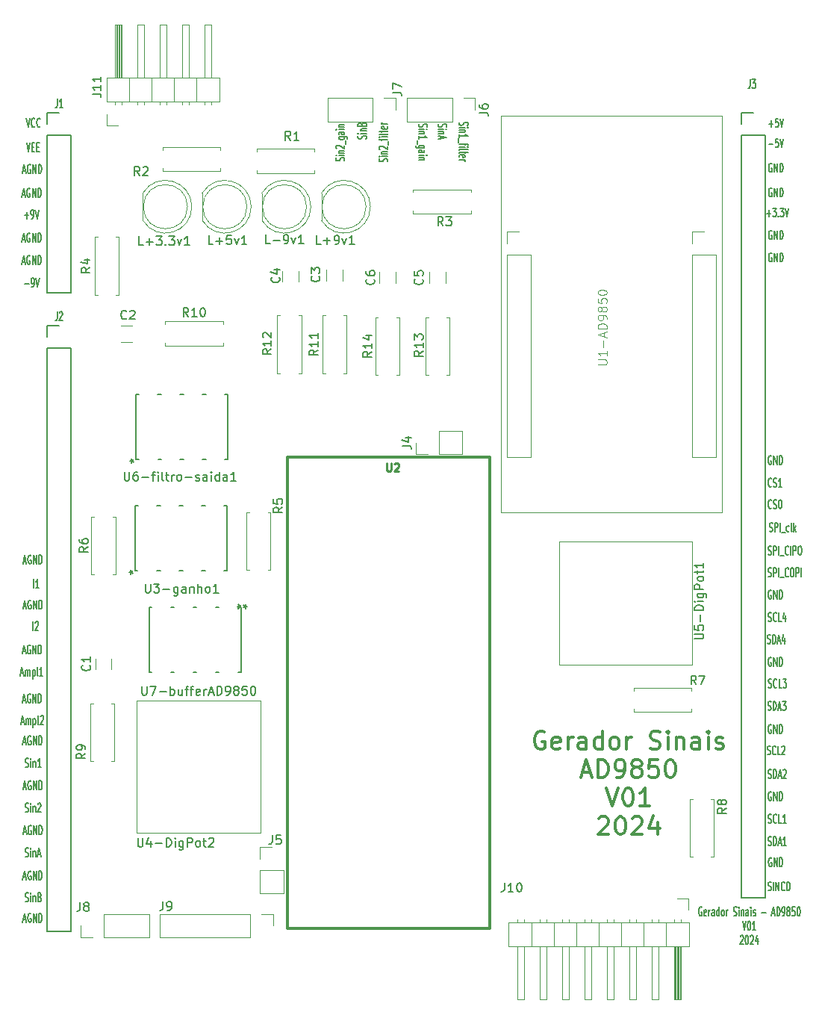
<source format=gto>
G04 #@! TF.GenerationSoftware,KiCad,Pcbnew,7.0.11-7.0.11~ubuntu22.04.1*
G04 #@! TF.CreationDate,2024-05-31T20:40:45-03:00*
G04 #@! TF.ProjectId,Gerador_Sinais_AD9850,47657261-646f-4725-9f53-696e6169735f,v04*
G04 #@! TF.SameCoordinates,Original*
G04 #@! TF.FileFunction,Legend,Top*
G04 #@! TF.FilePolarity,Positive*
%FSLAX46Y46*%
G04 Gerber Fmt 4.6, Leading zero omitted, Abs format (unit mm)*
G04 Created by KiCad (PCBNEW 7.0.11-7.0.11~ubuntu22.04.1) date 2024-05-31 20:40:45*
%MOMM*%
%LPD*%
G01*
G04 APERTURE LIST*
%ADD10C,0.150000*%
%ADD11C,0.300000*%
%ADD12C,0.100000*%
%ADD13C,0.222250*%
%ADD14C,0.120000*%
%ADD15C,0.304800*%
%ADD16C,0.152400*%
%ADD17R,2.250000X1.727200*%
%ADD18O,2.250000X1.727200*%
%ADD19O,1.727200X1.727200*%
%ADD20O,1.800000X2.000000*%
%ADD21R,1.800000X2.000000*%
%ADD22C,1.600000*%
%ADD23O,2.000000X1.800000*%
%ADD24R,2.500000X1.800000*%
%ADD25O,2.500000X1.800000*%
%ADD26R,1.600000X1.600000*%
%ADD27O,1.600000X1.600000*%
%ADD28R,1.524000X1.524000*%
%ADD29C,1.524000*%
G04 APERTURE END LIST*
D10*
X187109669Y-138860166D02*
X187195384Y-138907785D01*
X187195384Y-138907785D02*
X187338241Y-138907785D01*
X187338241Y-138907785D02*
X187395384Y-138860166D01*
X187395384Y-138860166D02*
X187423955Y-138812546D01*
X187423955Y-138812546D02*
X187452526Y-138717308D01*
X187452526Y-138717308D02*
X187452526Y-138622070D01*
X187452526Y-138622070D02*
X187423955Y-138526832D01*
X187423955Y-138526832D02*
X187395384Y-138479213D01*
X187395384Y-138479213D02*
X187338241Y-138431594D01*
X187338241Y-138431594D02*
X187223955Y-138383975D01*
X187223955Y-138383975D02*
X187166812Y-138336356D01*
X187166812Y-138336356D02*
X187138241Y-138288737D01*
X187138241Y-138288737D02*
X187109669Y-138193499D01*
X187109669Y-138193499D02*
X187109669Y-138098261D01*
X187109669Y-138098261D02*
X187138241Y-138003023D01*
X187138241Y-138003023D02*
X187166812Y-137955404D01*
X187166812Y-137955404D02*
X187223955Y-137907785D01*
X187223955Y-137907785D02*
X187366812Y-137907785D01*
X187366812Y-137907785D02*
X187452526Y-137955404D01*
X187709670Y-138907785D02*
X187709670Y-137907785D01*
X187709670Y-137907785D02*
X187852527Y-137907785D01*
X187852527Y-137907785D02*
X187938241Y-137955404D01*
X187938241Y-137955404D02*
X187995384Y-138050642D01*
X187995384Y-138050642D02*
X188023955Y-138145880D01*
X188023955Y-138145880D02*
X188052527Y-138336356D01*
X188052527Y-138336356D02*
X188052527Y-138479213D01*
X188052527Y-138479213D02*
X188023955Y-138669689D01*
X188023955Y-138669689D02*
X187995384Y-138764927D01*
X187995384Y-138764927D02*
X187938241Y-138860166D01*
X187938241Y-138860166D02*
X187852527Y-138907785D01*
X187852527Y-138907785D02*
X187709670Y-138907785D01*
X188281098Y-138622070D02*
X188566813Y-138622070D01*
X188223955Y-138907785D02*
X188423955Y-137907785D01*
X188423955Y-137907785D02*
X188623955Y-138907785D01*
X189138241Y-138907785D02*
X188795384Y-138907785D01*
X188966813Y-138907785D02*
X188966813Y-137907785D01*
X188966813Y-137907785D02*
X188909670Y-138050642D01*
X188909670Y-138050642D02*
X188852527Y-138145880D01*
X188852527Y-138145880D02*
X188795384Y-138193499D01*
X102527387Y-65137262D02*
X102813102Y-65137262D01*
X102470244Y-65422977D02*
X102670244Y-64422977D01*
X102670244Y-64422977D02*
X102870244Y-65422977D01*
X103384530Y-64470596D02*
X103327388Y-64422977D01*
X103327388Y-64422977D02*
X103241673Y-64422977D01*
X103241673Y-64422977D02*
X103155959Y-64470596D01*
X103155959Y-64470596D02*
X103098816Y-64565834D01*
X103098816Y-64565834D02*
X103070245Y-64661072D01*
X103070245Y-64661072D02*
X103041673Y-64851548D01*
X103041673Y-64851548D02*
X103041673Y-64994405D01*
X103041673Y-64994405D02*
X103070245Y-65184881D01*
X103070245Y-65184881D02*
X103098816Y-65280119D01*
X103098816Y-65280119D02*
X103155959Y-65375358D01*
X103155959Y-65375358D02*
X103241673Y-65422977D01*
X103241673Y-65422977D02*
X103298816Y-65422977D01*
X103298816Y-65422977D02*
X103384530Y-65375358D01*
X103384530Y-65375358D02*
X103413102Y-65327738D01*
X103413102Y-65327738D02*
X103413102Y-64994405D01*
X103413102Y-64994405D02*
X103298816Y-64994405D01*
X103670245Y-65422977D02*
X103670245Y-64422977D01*
X103670245Y-64422977D02*
X104013102Y-65422977D01*
X104013102Y-65422977D02*
X104013102Y-64422977D01*
X104298816Y-65422977D02*
X104298816Y-64422977D01*
X104298816Y-64422977D02*
X104441673Y-64422977D01*
X104441673Y-64422977D02*
X104527387Y-64470596D01*
X104527387Y-64470596D02*
X104584530Y-64565834D01*
X104584530Y-64565834D02*
X104613101Y-64661072D01*
X104613101Y-64661072D02*
X104641673Y-64851548D01*
X104641673Y-64851548D02*
X104641673Y-64994405D01*
X104641673Y-64994405D02*
X104613101Y-65184881D01*
X104613101Y-65184881D02*
X104584530Y-65280119D01*
X104584530Y-65280119D02*
X104527387Y-65375358D01*
X104527387Y-65375358D02*
X104441673Y-65422977D01*
X104441673Y-65422977D02*
X104298816Y-65422977D01*
X102865924Y-140149319D02*
X102951639Y-140196938D01*
X102951639Y-140196938D02*
X103094496Y-140196938D01*
X103094496Y-140196938D02*
X103151639Y-140149319D01*
X103151639Y-140149319D02*
X103180210Y-140101699D01*
X103180210Y-140101699D02*
X103208781Y-140006461D01*
X103208781Y-140006461D02*
X103208781Y-139911223D01*
X103208781Y-139911223D02*
X103180210Y-139815985D01*
X103180210Y-139815985D02*
X103151639Y-139768366D01*
X103151639Y-139768366D02*
X103094496Y-139720747D01*
X103094496Y-139720747D02*
X102980210Y-139673128D01*
X102980210Y-139673128D02*
X102923067Y-139625509D01*
X102923067Y-139625509D02*
X102894496Y-139577890D01*
X102894496Y-139577890D02*
X102865924Y-139482652D01*
X102865924Y-139482652D02*
X102865924Y-139387414D01*
X102865924Y-139387414D02*
X102894496Y-139292176D01*
X102894496Y-139292176D02*
X102923067Y-139244557D01*
X102923067Y-139244557D02*
X102980210Y-139196938D01*
X102980210Y-139196938D02*
X103123067Y-139196938D01*
X103123067Y-139196938D02*
X103208781Y-139244557D01*
X103465925Y-140196938D02*
X103465925Y-139530271D01*
X103465925Y-139196938D02*
X103437353Y-139244557D01*
X103437353Y-139244557D02*
X103465925Y-139292176D01*
X103465925Y-139292176D02*
X103494496Y-139244557D01*
X103494496Y-139244557D02*
X103465925Y-139196938D01*
X103465925Y-139196938D02*
X103465925Y-139292176D01*
X103751639Y-139530271D02*
X103751639Y-140196938D01*
X103751639Y-139625509D02*
X103780210Y-139577890D01*
X103780210Y-139577890D02*
X103837353Y-139530271D01*
X103837353Y-139530271D02*
X103923067Y-139530271D01*
X103923067Y-139530271D02*
X103980210Y-139577890D01*
X103980210Y-139577890D02*
X104008782Y-139673128D01*
X104008782Y-139673128D02*
X104008782Y-140196938D01*
X104265924Y-139911223D02*
X104551639Y-139911223D01*
X104208781Y-140196938D02*
X104408781Y-139196938D01*
X104408781Y-139196938D02*
X104608781Y-140196938D01*
X187100000Y-105907200D02*
X187185715Y-105954819D01*
X187185715Y-105954819D02*
X187328572Y-105954819D01*
X187328572Y-105954819D02*
X187385715Y-105907200D01*
X187385715Y-105907200D02*
X187414286Y-105859580D01*
X187414286Y-105859580D02*
X187442857Y-105764342D01*
X187442857Y-105764342D02*
X187442857Y-105669104D01*
X187442857Y-105669104D02*
X187414286Y-105573866D01*
X187414286Y-105573866D02*
X187385715Y-105526247D01*
X187385715Y-105526247D02*
X187328572Y-105478628D01*
X187328572Y-105478628D02*
X187214286Y-105431009D01*
X187214286Y-105431009D02*
X187157143Y-105383390D01*
X187157143Y-105383390D02*
X187128572Y-105335771D01*
X187128572Y-105335771D02*
X187100000Y-105240533D01*
X187100000Y-105240533D02*
X187100000Y-105145295D01*
X187100000Y-105145295D02*
X187128572Y-105050057D01*
X187128572Y-105050057D02*
X187157143Y-105002438D01*
X187157143Y-105002438D02*
X187214286Y-104954819D01*
X187214286Y-104954819D02*
X187357143Y-104954819D01*
X187357143Y-104954819D02*
X187442857Y-105002438D01*
X187700001Y-105954819D02*
X187700001Y-104954819D01*
X187700001Y-104954819D02*
X187928572Y-104954819D01*
X187928572Y-104954819D02*
X187985715Y-105002438D01*
X187985715Y-105002438D02*
X188014286Y-105050057D01*
X188014286Y-105050057D02*
X188042858Y-105145295D01*
X188042858Y-105145295D02*
X188042858Y-105288152D01*
X188042858Y-105288152D02*
X188014286Y-105383390D01*
X188014286Y-105383390D02*
X187985715Y-105431009D01*
X187985715Y-105431009D02*
X187928572Y-105478628D01*
X187928572Y-105478628D02*
X187700001Y-105478628D01*
X188300001Y-105954819D02*
X188300001Y-104954819D01*
X188442858Y-106050057D02*
X188900000Y-106050057D01*
X189385715Y-105859580D02*
X189357143Y-105907200D01*
X189357143Y-105907200D02*
X189271429Y-105954819D01*
X189271429Y-105954819D02*
X189214286Y-105954819D01*
X189214286Y-105954819D02*
X189128572Y-105907200D01*
X189128572Y-105907200D02*
X189071429Y-105811961D01*
X189071429Y-105811961D02*
X189042858Y-105716723D01*
X189042858Y-105716723D02*
X189014286Y-105526247D01*
X189014286Y-105526247D02*
X189014286Y-105383390D01*
X189014286Y-105383390D02*
X189042858Y-105192914D01*
X189042858Y-105192914D02*
X189071429Y-105097676D01*
X189071429Y-105097676D02*
X189128572Y-105002438D01*
X189128572Y-105002438D02*
X189214286Y-104954819D01*
X189214286Y-104954819D02*
X189271429Y-104954819D01*
X189271429Y-104954819D02*
X189357143Y-105002438D01*
X189357143Y-105002438D02*
X189385715Y-105050057D01*
X189642858Y-105954819D02*
X189642858Y-104954819D01*
X189928572Y-105954819D02*
X189928572Y-104954819D01*
X189928572Y-104954819D02*
X190157143Y-104954819D01*
X190157143Y-104954819D02*
X190214286Y-105002438D01*
X190214286Y-105002438D02*
X190242857Y-105050057D01*
X190242857Y-105050057D02*
X190271429Y-105145295D01*
X190271429Y-105145295D02*
X190271429Y-105288152D01*
X190271429Y-105288152D02*
X190242857Y-105383390D01*
X190242857Y-105383390D02*
X190214286Y-105431009D01*
X190214286Y-105431009D02*
X190157143Y-105478628D01*
X190157143Y-105478628D02*
X189928572Y-105478628D01*
X190642857Y-104954819D02*
X190757143Y-104954819D01*
X190757143Y-104954819D02*
X190814286Y-105002438D01*
X190814286Y-105002438D02*
X190871429Y-105097676D01*
X190871429Y-105097676D02*
X190900000Y-105288152D01*
X190900000Y-105288152D02*
X190900000Y-105621485D01*
X190900000Y-105621485D02*
X190871429Y-105811961D01*
X190871429Y-105811961D02*
X190814286Y-105907200D01*
X190814286Y-105907200D02*
X190757143Y-105954819D01*
X190757143Y-105954819D02*
X190642857Y-105954819D01*
X190642857Y-105954819D02*
X190585715Y-105907200D01*
X190585715Y-105907200D02*
X190528572Y-105811961D01*
X190528572Y-105811961D02*
X190500000Y-105621485D01*
X190500000Y-105621485D02*
X190500000Y-105288152D01*
X190500000Y-105288152D02*
X190528572Y-105097676D01*
X190528572Y-105097676D02*
X190585715Y-105002438D01*
X190585715Y-105002438D02*
X190642857Y-104954819D01*
X187452526Y-117635404D02*
X187395384Y-117587785D01*
X187395384Y-117587785D02*
X187309669Y-117587785D01*
X187309669Y-117587785D02*
X187223955Y-117635404D01*
X187223955Y-117635404D02*
X187166812Y-117730642D01*
X187166812Y-117730642D02*
X187138241Y-117825880D01*
X187138241Y-117825880D02*
X187109669Y-118016356D01*
X187109669Y-118016356D02*
X187109669Y-118159213D01*
X187109669Y-118159213D02*
X187138241Y-118349689D01*
X187138241Y-118349689D02*
X187166812Y-118444927D01*
X187166812Y-118444927D02*
X187223955Y-118540166D01*
X187223955Y-118540166D02*
X187309669Y-118587785D01*
X187309669Y-118587785D02*
X187366812Y-118587785D01*
X187366812Y-118587785D02*
X187452526Y-118540166D01*
X187452526Y-118540166D02*
X187481098Y-118492546D01*
X187481098Y-118492546D02*
X187481098Y-118159213D01*
X187481098Y-118159213D02*
X187366812Y-118159213D01*
X187738241Y-118587785D02*
X187738241Y-117587785D01*
X187738241Y-117587785D02*
X188081098Y-118587785D01*
X188081098Y-118587785D02*
X188081098Y-117587785D01*
X188366812Y-118587785D02*
X188366812Y-117587785D01*
X188366812Y-117587785D02*
X188509669Y-117587785D01*
X188509669Y-117587785D02*
X188595383Y-117635404D01*
X188595383Y-117635404D02*
X188652526Y-117730642D01*
X188652526Y-117730642D02*
X188681097Y-117825880D01*
X188681097Y-117825880D02*
X188709669Y-118016356D01*
X188709669Y-118016356D02*
X188709669Y-118159213D01*
X188709669Y-118159213D02*
X188681097Y-118349689D01*
X188681097Y-118349689D02*
X188652526Y-118444927D01*
X188652526Y-118444927D02*
X188595383Y-118540166D01*
X188595383Y-118540166D02*
X188509669Y-118587785D01*
X188509669Y-118587785D02*
X188366812Y-118587785D01*
X187481098Y-98172546D02*
X187452526Y-98220166D01*
X187452526Y-98220166D02*
X187366812Y-98267785D01*
X187366812Y-98267785D02*
X187309669Y-98267785D01*
X187309669Y-98267785D02*
X187223955Y-98220166D01*
X187223955Y-98220166D02*
X187166812Y-98124927D01*
X187166812Y-98124927D02*
X187138241Y-98029689D01*
X187138241Y-98029689D02*
X187109669Y-97839213D01*
X187109669Y-97839213D02*
X187109669Y-97696356D01*
X187109669Y-97696356D02*
X187138241Y-97505880D01*
X187138241Y-97505880D02*
X187166812Y-97410642D01*
X187166812Y-97410642D02*
X187223955Y-97315404D01*
X187223955Y-97315404D02*
X187309669Y-97267785D01*
X187309669Y-97267785D02*
X187366812Y-97267785D01*
X187366812Y-97267785D02*
X187452526Y-97315404D01*
X187452526Y-97315404D02*
X187481098Y-97363023D01*
X187709669Y-98220166D02*
X187795384Y-98267785D01*
X187795384Y-98267785D02*
X187938241Y-98267785D01*
X187938241Y-98267785D02*
X187995384Y-98220166D01*
X187995384Y-98220166D02*
X188023955Y-98172546D01*
X188023955Y-98172546D02*
X188052526Y-98077308D01*
X188052526Y-98077308D02*
X188052526Y-97982070D01*
X188052526Y-97982070D02*
X188023955Y-97886832D01*
X188023955Y-97886832D02*
X187995384Y-97839213D01*
X187995384Y-97839213D02*
X187938241Y-97791594D01*
X187938241Y-97791594D02*
X187823955Y-97743975D01*
X187823955Y-97743975D02*
X187766812Y-97696356D01*
X187766812Y-97696356D02*
X187738241Y-97648737D01*
X187738241Y-97648737D02*
X187709669Y-97553499D01*
X187709669Y-97553499D02*
X187709669Y-97458261D01*
X187709669Y-97458261D02*
X187738241Y-97363023D01*
X187738241Y-97363023D02*
X187766812Y-97315404D01*
X187766812Y-97315404D02*
X187823955Y-97267785D01*
X187823955Y-97267785D02*
X187966812Y-97267785D01*
X187966812Y-97267785D02*
X188052526Y-97315404D01*
X188623955Y-98267785D02*
X188281098Y-98267785D01*
X188452527Y-98267785D02*
X188452527Y-97267785D01*
X188452527Y-97267785D02*
X188395384Y-97410642D01*
X188395384Y-97410642D02*
X188338241Y-97505880D01*
X188338241Y-97505880D02*
X188281098Y-97553499D01*
X152092800Y-56912969D02*
X152045180Y-56998684D01*
X152045180Y-56998684D02*
X152045180Y-57141541D01*
X152045180Y-57141541D02*
X152092800Y-57198684D01*
X152092800Y-57198684D02*
X152140419Y-57227255D01*
X152140419Y-57227255D02*
X152235657Y-57255826D01*
X152235657Y-57255826D02*
X152330895Y-57255826D01*
X152330895Y-57255826D02*
X152426133Y-57227255D01*
X152426133Y-57227255D02*
X152473752Y-57198684D01*
X152473752Y-57198684D02*
X152521371Y-57141541D01*
X152521371Y-57141541D02*
X152568990Y-57027255D01*
X152568990Y-57027255D02*
X152616609Y-56970112D01*
X152616609Y-56970112D02*
X152664228Y-56941541D01*
X152664228Y-56941541D02*
X152759466Y-56912969D01*
X152759466Y-56912969D02*
X152854704Y-56912969D01*
X152854704Y-56912969D02*
X152949942Y-56941541D01*
X152949942Y-56941541D02*
X152997561Y-56970112D01*
X152997561Y-56970112D02*
X153045180Y-57027255D01*
X153045180Y-57027255D02*
X153045180Y-57170112D01*
X153045180Y-57170112D02*
X152997561Y-57255826D01*
X152045180Y-57512970D02*
X152711847Y-57512970D01*
X153045180Y-57512970D02*
X152997561Y-57484398D01*
X152997561Y-57484398D02*
X152949942Y-57512970D01*
X152949942Y-57512970D02*
X152997561Y-57541541D01*
X152997561Y-57541541D02*
X153045180Y-57512970D01*
X153045180Y-57512970D02*
X152949942Y-57512970D01*
X152711847Y-57798684D02*
X152045180Y-57798684D01*
X152616609Y-57798684D02*
X152664228Y-57827255D01*
X152664228Y-57827255D02*
X152711847Y-57884398D01*
X152711847Y-57884398D02*
X152711847Y-57970112D01*
X152711847Y-57970112D02*
X152664228Y-58027255D01*
X152664228Y-58027255D02*
X152568990Y-58055827D01*
X152568990Y-58055827D02*
X152045180Y-58055827D01*
X152045180Y-58655826D02*
X152045180Y-58312969D01*
X152045180Y-58484398D02*
X153045180Y-58484398D01*
X153045180Y-58484398D02*
X152902323Y-58427255D01*
X152902323Y-58427255D02*
X152807085Y-58370112D01*
X152807085Y-58370112D02*
X152759466Y-58312969D01*
X151949942Y-58770113D02*
X151949942Y-59227255D01*
X152711847Y-59284398D02*
X152711847Y-59512970D01*
X152045180Y-59370113D02*
X152902323Y-59370113D01*
X152902323Y-59370113D02*
X152997561Y-59398684D01*
X152997561Y-59398684D02*
X153045180Y-59455827D01*
X153045180Y-59455827D02*
X153045180Y-59512970D01*
X152045180Y-59712970D02*
X152711847Y-59712970D01*
X153045180Y-59712970D02*
X152997561Y-59684398D01*
X152997561Y-59684398D02*
X152949942Y-59712970D01*
X152949942Y-59712970D02*
X152997561Y-59741541D01*
X152997561Y-59741541D02*
X153045180Y-59712970D01*
X153045180Y-59712970D02*
X152949942Y-59712970D01*
X152045180Y-60084398D02*
X152092800Y-60027255D01*
X152092800Y-60027255D02*
X152188038Y-59998684D01*
X152188038Y-59998684D02*
X153045180Y-59998684D01*
X152711847Y-60227255D02*
X152711847Y-60455827D01*
X153045180Y-60312970D02*
X152188038Y-60312970D01*
X152188038Y-60312970D02*
X152092800Y-60341541D01*
X152092800Y-60341541D02*
X152045180Y-60398684D01*
X152045180Y-60398684D02*
X152045180Y-60455827D01*
X152092800Y-60884398D02*
X152045180Y-60827255D01*
X152045180Y-60827255D02*
X152045180Y-60712970D01*
X152045180Y-60712970D02*
X152092800Y-60655827D01*
X152092800Y-60655827D02*
X152188038Y-60627255D01*
X152188038Y-60627255D02*
X152568990Y-60627255D01*
X152568990Y-60627255D02*
X152664228Y-60655827D01*
X152664228Y-60655827D02*
X152711847Y-60712970D01*
X152711847Y-60712970D02*
X152711847Y-60827255D01*
X152711847Y-60827255D02*
X152664228Y-60884398D01*
X152664228Y-60884398D02*
X152568990Y-60912970D01*
X152568990Y-60912970D02*
X152473752Y-60912970D01*
X152473752Y-60912970D02*
X152378514Y-60627255D01*
X152045180Y-61170113D02*
X152711847Y-61170113D01*
X152521371Y-61170113D02*
X152616609Y-61198684D01*
X152616609Y-61198684D02*
X152664228Y-61227256D01*
X152664228Y-61227256D02*
X152711847Y-61284398D01*
X152711847Y-61284398D02*
X152711847Y-61341541D01*
X187511644Y-71783696D02*
X187454502Y-71736077D01*
X187454502Y-71736077D02*
X187368787Y-71736077D01*
X187368787Y-71736077D02*
X187283073Y-71783696D01*
X187283073Y-71783696D02*
X187225930Y-71878934D01*
X187225930Y-71878934D02*
X187197359Y-71974172D01*
X187197359Y-71974172D02*
X187168787Y-72164648D01*
X187168787Y-72164648D02*
X187168787Y-72307505D01*
X187168787Y-72307505D02*
X187197359Y-72497981D01*
X187197359Y-72497981D02*
X187225930Y-72593219D01*
X187225930Y-72593219D02*
X187283073Y-72688458D01*
X187283073Y-72688458D02*
X187368787Y-72736077D01*
X187368787Y-72736077D02*
X187425930Y-72736077D01*
X187425930Y-72736077D02*
X187511644Y-72688458D01*
X187511644Y-72688458D02*
X187540216Y-72640838D01*
X187540216Y-72640838D02*
X187540216Y-72307505D01*
X187540216Y-72307505D02*
X187425930Y-72307505D01*
X187797359Y-72736077D02*
X187797359Y-71736077D01*
X187797359Y-71736077D02*
X188140216Y-72736077D01*
X188140216Y-72736077D02*
X188140216Y-71736077D01*
X188425930Y-72736077D02*
X188425930Y-71736077D01*
X188425930Y-71736077D02*
X188568787Y-71736077D01*
X188568787Y-71736077D02*
X188654501Y-71783696D01*
X188654501Y-71783696D02*
X188711644Y-71878934D01*
X188711644Y-71878934D02*
X188740215Y-71974172D01*
X188740215Y-71974172D02*
X188768787Y-72164648D01*
X188768787Y-72164648D02*
X188768787Y-72307505D01*
X188768787Y-72307505D02*
X188740215Y-72497981D01*
X188740215Y-72497981D02*
X188711644Y-72593219D01*
X188711644Y-72593219D02*
X188654501Y-72688458D01*
X188654501Y-72688458D02*
X188568787Y-72736077D01*
X188568787Y-72736077D02*
X188425930Y-72736077D01*
X102809959Y-75202024D02*
X103267102Y-75202024D01*
X103581387Y-75582977D02*
X103695673Y-75582977D01*
X103695673Y-75582977D02*
X103752816Y-75535358D01*
X103752816Y-75535358D02*
X103781387Y-75487738D01*
X103781387Y-75487738D02*
X103838530Y-75344881D01*
X103838530Y-75344881D02*
X103867101Y-75154405D01*
X103867101Y-75154405D02*
X103867101Y-74773453D01*
X103867101Y-74773453D02*
X103838530Y-74678215D01*
X103838530Y-74678215D02*
X103809959Y-74630596D01*
X103809959Y-74630596D02*
X103752816Y-74582977D01*
X103752816Y-74582977D02*
X103638530Y-74582977D01*
X103638530Y-74582977D02*
X103581387Y-74630596D01*
X103581387Y-74630596D02*
X103552816Y-74678215D01*
X103552816Y-74678215D02*
X103524244Y-74773453D01*
X103524244Y-74773453D02*
X103524244Y-75011548D01*
X103524244Y-75011548D02*
X103552816Y-75106786D01*
X103552816Y-75106786D02*
X103581387Y-75154405D01*
X103581387Y-75154405D02*
X103638530Y-75202024D01*
X103638530Y-75202024D02*
X103752816Y-75202024D01*
X103752816Y-75202024D02*
X103809959Y-75154405D01*
X103809959Y-75154405D02*
X103838530Y-75106786D01*
X103838530Y-75106786D02*
X103867101Y-75011548D01*
X104038530Y-74582977D02*
X104238530Y-75582977D01*
X104238530Y-75582977D02*
X104438530Y-74582977D01*
X102654384Y-137377776D02*
X102940099Y-137377776D01*
X102597241Y-137663491D02*
X102797241Y-136663491D01*
X102797241Y-136663491D02*
X102997241Y-137663491D01*
X103511527Y-136711110D02*
X103454385Y-136663491D01*
X103454385Y-136663491D02*
X103368670Y-136663491D01*
X103368670Y-136663491D02*
X103282956Y-136711110D01*
X103282956Y-136711110D02*
X103225813Y-136806348D01*
X103225813Y-136806348D02*
X103197242Y-136901586D01*
X103197242Y-136901586D02*
X103168670Y-137092062D01*
X103168670Y-137092062D02*
X103168670Y-137234919D01*
X103168670Y-137234919D02*
X103197242Y-137425395D01*
X103197242Y-137425395D02*
X103225813Y-137520633D01*
X103225813Y-137520633D02*
X103282956Y-137615872D01*
X103282956Y-137615872D02*
X103368670Y-137663491D01*
X103368670Y-137663491D02*
X103425813Y-137663491D01*
X103425813Y-137663491D02*
X103511527Y-137615872D01*
X103511527Y-137615872D02*
X103540099Y-137568252D01*
X103540099Y-137568252D02*
X103540099Y-137234919D01*
X103540099Y-137234919D02*
X103425813Y-137234919D01*
X103797242Y-137663491D02*
X103797242Y-136663491D01*
X103797242Y-136663491D02*
X104140099Y-137663491D01*
X104140099Y-137663491D02*
X104140099Y-136663491D01*
X104425813Y-137663491D02*
X104425813Y-136663491D01*
X104425813Y-136663491D02*
X104568670Y-136663491D01*
X104568670Y-136663491D02*
X104654384Y-136711110D01*
X104654384Y-136711110D02*
X104711527Y-136806348D01*
X104711527Y-136806348D02*
X104740098Y-136901586D01*
X104740098Y-136901586D02*
X104768670Y-137092062D01*
X104768670Y-137092062D02*
X104768670Y-137234919D01*
X104768670Y-137234919D02*
X104740098Y-137425395D01*
X104740098Y-137425395D02*
X104711527Y-137520633D01*
X104711527Y-137520633D02*
X104654384Y-137615872D01*
X104654384Y-137615872D02*
X104568670Y-137663491D01*
X104568670Y-137663491D02*
X104425813Y-137663491D01*
X102628017Y-111822866D02*
X102913732Y-111822866D01*
X102570874Y-112108581D02*
X102770874Y-111108581D01*
X102770874Y-111108581D02*
X102970874Y-112108581D01*
X103485160Y-111156200D02*
X103428018Y-111108581D01*
X103428018Y-111108581D02*
X103342303Y-111108581D01*
X103342303Y-111108581D02*
X103256589Y-111156200D01*
X103256589Y-111156200D02*
X103199446Y-111251438D01*
X103199446Y-111251438D02*
X103170875Y-111346676D01*
X103170875Y-111346676D02*
X103142303Y-111537152D01*
X103142303Y-111537152D02*
X103142303Y-111680009D01*
X103142303Y-111680009D02*
X103170875Y-111870485D01*
X103170875Y-111870485D02*
X103199446Y-111965723D01*
X103199446Y-111965723D02*
X103256589Y-112060962D01*
X103256589Y-112060962D02*
X103342303Y-112108581D01*
X103342303Y-112108581D02*
X103399446Y-112108581D01*
X103399446Y-112108581D02*
X103485160Y-112060962D01*
X103485160Y-112060962D02*
X103513732Y-112013342D01*
X103513732Y-112013342D02*
X103513732Y-111680009D01*
X103513732Y-111680009D02*
X103399446Y-111680009D01*
X103770875Y-112108581D02*
X103770875Y-111108581D01*
X103770875Y-111108581D02*
X104113732Y-112108581D01*
X104113732Y-112108581D02*
X104113732Y-111108581D01*
X104399446Y-112108581D02*
X104399446Y-111108581D01*
X104399446Y-111108581D02*
X104542303Y-111108581D01*
X104542303Y-111108581D02*
X104628017Y-111156200D01*
X104628017Y-111156200D02*
X104685160Y-111251438D01*
X104685160Y-111251438D02*
X104713731Y-111346676D01*
X104713731Y-111346676D02*
X104742303Y-111537152D01*
X104742303Y-111537152D02*
X104742303Y-111680009D01*
X104742303Y-111680009D02*
X104713731Y-111870485D01*
X104713731Y-111870485D02*
X104685160Y-111965723D01*
X104685160Y-111965723D02*
X104628017Y-112060962D01*
X104628017Y-112060962D02*
X104542303Y-112108581D01*
X104542303Y-112108581D02*
X104399446Y-112108581D01*
X139007200Y-61287030D02*
X139054819Y-61201316D01*
X139054819Y-61201316D02*
X139054819Y-61058458D01*
X139054819Y-61058458D02*
X139007200Y-61001316D01*
X139007200Y-61001316D02*
X138959580Y-60972744D01*
X138959580Y-60972744D02*
X138864342Y-60944173D01*
X138864342Y-60944173D02*
X138769104Y-60944173D01*
X138769104Y-60944173D02*
X138673866Y-60972744D01*
X138673866Y-60972744D02*
X138626247Y-61001316D01*
X138626247Y-61001316D02*
X138578628Y-61058458D01*
X138578628Y-61058458D02*
X138531009Y-61172744D01*
X138531009Y-61172744D02*
X138483390Y-61229887D01*
X138483390Y-61229887D02*
X138435771Y-61258458D01*
X138435771Y-61258458D02*
X138340533Y-61287030D01*
X138340533Y-61287030D02*
X138245295Y-61287030D01*
X138245295Y-61287030D02*
X138150057Y-61258458D01*
X138150057Y-61258458D02*
X138102438Y-61229887D01*
X138102438Y-61229887D02*
X138054819Y-61172744D01*
X138054819Y-61172744D02*
X138054819Y-61029887D01*
X138054819Y-61029887D02*
X138102438Y-60944173D01*
X139054819Y-60687029D02*
X138388152Y-60687029D01*
X138054819Y-60687029D02*
X138102438Y-60715601D01*
X138102438Y-60715601D02*
X138150057Y-60687029D01*
X138150057Y-60687029D02*
X138102438Y-60658458D01*
X138102438Y-60658458D02*
X138054819Y-60687029D01*
X138054819Y-60687029D02*
X138150057Y-60687029D01*
X138388152Y-60401315D02*
X139054819Y-60401315D01*
X138483390Y-60401315D02*
X138435771Y-60372744D01*
X138435771Y-60372744D02*
X138388152Y-60315601D01*
X138388152Y-60315601D02*
X138388152Y-60229887D01*
X138388152Y-60229887D02*
X138435771Y-60172744D01*
X138435771Y-60172744D02*
X138531009Y-60144173D01*
X138531009Y-60144173D02*
X139054819Y-60144173D01*
X138150057Y-59887030D02*
X138102438Y-59858458D01*
X138102438Y-59858458D02*
X138054819Y-59801316D01*
X138054819Y-59801316D02*
X138054819Y-59658458D01*
X138054819Y-59658458D02*
X138102438Y-59601316D01*
X138102438Y-59601316D02*
X138150057Y-59572744D01*
X138150057Y-59572744D02*
X138245295Y-59544173D01*
X138245295Y-59544173D02*
X138340533Y-59544173D01*
X138340533Y-59544173D02*
X138483390Y-59572744D01*
X138483390Y-59572744D02*
X139054819Y-59915601D01*
X139054819Y-59915601D02*
X139054819Y-59544173D01*
X139150057Y-59429887D02*
X139150057Y-58972744D01*
X138388152Y-58572744D02*
X139197676Y-58572744D01*
X139197676Y-58572744D02*
X139292914Y-58601315D01*
X139292914Y-58601315D02*
X139340533Y-58629886D01*
X139340533Y-58629886D02*
X139388152Y-58687029D01*
X139388152Y-58687029D02*
X139388152Y-58772744D01*
X139388152Y-58772744D02*
X139340533Y-58829886D01*
X139007200Y-58572744D02*
X139054819Y-58629886D01*
X139054819Y-58629886D02*
X139054819Y-58744172D01*
X139054819Y-58744172D02*
X139007200Y-58801315D01*
X139007200Y-58801315D02*
X138959580Y-58829886D01*
X138959580Y-58829886D02*
X138864342Y-58858458D01*
X138864342Y-58858458D02*
X138578628Y-58858458D01*
X138578628Y-58858458D02*
X138483390Y-58829886D01*
X138483390Y-58829886D02*
X138435771Y-58801315D01*
X138435771Y-58801315D02*
X138388152Y-58744172D01*
X138388152Y-58744172D02*
X138388152Y-58629886D01*
X138388152Y-58629886D02*
X138435771Y-58572744D01*
X139054819Y-58029887D02*
X138531009Y-58029887D01*
X138531009Y-58029887D02*
X138435771Y-58058458D01*
X138435771Y-58058458D02*
X138388152Y-58115601D01*
X138388152Y-58115601D02*
X138388152Y-58229887D01*
X138388152Y-58229887D02*
X138435771Y-58287029D01*
X139007200Y-58029887D02*
X139054819Y-58087029D01*
X139054819Y-58087029D02*
X139054819Y-58229887D01*
X139054819Y-58229887D02*
X139007200Y-58287029D01*
X139007200Y-58287029D02*
X138911961Y-58315601D01*
X138911961Y-58315601D02*
X138816723Y-58315601D01*
X138816723Y-58315601D02*
X138721485Y-58287029D01*
X138721485Y-58287029D02*
X138673866Y-58229887D01*
X138673866Y-58229887D02*
X138673866Y-58087029D01*
X138673866Y-58087029D02*
X138626247Y-58029887D01*
X139054819Y-57744172D02*
X138388152Y-57744172D01*
X138054819Y-57744172D02*
X138102438Y-57772744D01*
X138102438Y-57772744D02*
X138150057Y-57744172D01*
X138150057Y-57744172D02*
X138102438Y-57715601D01*
X138102438Y-57715601D02*
X138054819Y-57744172D01*
X138054819Y-57744172D02*
X138150057Y-57744172D01*
X138388152Y-57458458D02*
X139054819Y-57458458D01*
X138483390Y-57458458D02*
X138435771Y-57429887D01*
X138435771Y-57429887D02*
X138388152Y-57372744D01*
X138388152Y-57372744D02*
X138388152Y-57287030D01*
X138388152Y-57287030D02*
X138435771Y-57229887D01*
X138435771Y-57229887D02*
X138531009Y-57201316D01*
X138531009Y-57201316D02*
X139054819Y-57201316D01*
X187452526Y-125255404D02*
X187395384Y-125207785D01*
X187395384Y-125207785D02*
X187309669Y-125207785D01*
X187309669Y-125207785D02*
X187223955Y-125255404D01*
X187223955Y-125255404D02*
X187166812Y-125350642D01*
X187166812Y-125350642D02*
X187138241Y-125445880D01*
X187138241Y-125445880D02*
X187109669Y-125636356D01*
X187109669Y-125636356D02*
X187109669Y-125779213D01*
X187109669Y-125779213D02*
X187138241Y-125969689D01*
X187138241Y-125969689D02*
X187166812Y-126064927D01*
X187166812Y-126064927D02*
X187223955Y-126160166D01*
X187223955Y-126160166D02*
X187309669Y-126207785D01*
X187309669Y-126207785D02*
X187366812Y-126207785D01*
X187366812Y-126207785D02*
X187452526Y-126160166D01*
X187452526Y-126160166D02*
X187481098Y-126112546D01*
X187481098Y-126112546D02*
X187481098Y-125779213D01*
X187481098Y-125779213D02*
X187366812Y-125779213D01*
X187738241Y-126207785D02*
X187738241Y-125207785D01*
X187738241Y-125207785D02*
X188081098Y-126207785D01*
X188081098Y-126207785D02*
X188081098Y-125207785D01*
X188366812Y-126207785D02*
X188366812Y-125207785D01*
X188366812Y-125207785D02*
X188509669Y-125207785D01*
X188509669Y-125207785D02*
X188595383Y-125255404D01*
X188595383Y-125255404D02*
X188652526Y-125350642D01*
X188652526Y-125350642D02*
X188681097Y-125445880D01*
X188681097Y-125445880D02*
X188709669Y-125636356D01*
X188709669Y-125636356D02*
X188709669Y-125779213D01*
X188709669Y-125779213D02*
X188681097Y-125969689D01*
X188681097Y-125969689D02*
X188652526Y-126064927D01*
X188652526Y-126064927D02*
X188595383Y-126160166D01*
X188595383Y-126160166D02*
X188509669Y-126207785D01*
X188509669Y-126207785D02*
X188366812Y-126207785D01*
X186943359Y-67275124D02*
X187400502Y-67275124D01*
X187171930Y-67656077D02*
X187171930Y-66894172D01*
X187629073Y-66656077D02*
X188000501Y-66656077D01*
X188000501Y-66656077D02*
X187800501Y-67037029D01*
X187800501Y-67037029D02*
X187886216Y-67037029D01*
X187886216Y-67037029D02*
X187943359Y-67084648D01*
X187943359Y-67084648D02*
X187971930Y-67132267D01*
X187971930Y-67132267D02*
X188000501Y-67227505D01*
X188000501Y-67227505D02*
X188000501Y-67465600D01*
X188000501Y-67465600D02*
X187971930Y-67560838D01*
X187971930Y-67560838D02*
X187943359Y-67608458D01*
X187943359Y-67608458D02*
X187886216Y-67656077D01*
X187886216Y-67656077D02*
X187714787Y-67656077D01*
X187714787Y-67656077D02*
X187657644Y-67608458D01*
X187657644Y-67608458D02*
X187629073Y-67560838D01*
X188257645Y-67560838D02*
X188286216Y-67608458D01*
X188286216Y-67608458D02*
X188257645Y-67656077D01*
X188257645Y-67656077D02*
X188229073Y-67608458D01*
X188229073Y-67608458D02*
X188257645Y-67560838D01*
X188257645Y-67560838D02*
X188257645Y-67656077D01*
X188486216Y-66656077D02*
X188857644Y-66656077D01*
X188857644Y-66656077D02*
X188657644Y-67037029D01*
X188657644Y-67037029D02*
X188743359Y-67037029D01*
X188743359Y-67037029D02*
X188800502Y-67084648D01*
X188800502Y-67084648D02*
X188829073Y-67132267D01*
X188829073Y-67132267D02*
X188857644Y-67227505D01*
X188857644Y-67227505D02*
X188857644Y-67465600D01*
X188857644Y-67465600D02*
X188829073Y-67560838D01*
X188829073Y-67560838D02*
X188800502Y-67608458D01*
X188800502Y-67608458D02*
X188743359Y-67656077D01*
X188743359Y-67656077D02*
X188571930Y-67656077D01*
X188571930Y-67656077D02*
X188514787Y-67608458D01*
X188514787Y-67608458D02*
X188486216Y-67560838D01*
X189029073Y-66656077D02*
X189229073Y-67656077D01*
X189229073Y-67656077D02*
X189429073Y-66656077D01*
X149692800Y-57112969D02*
X149645180Y-57198684D01*
X149645180Y-57198684D02*
X149645180Y-57341541D01*
X149645180Y-57341541D02*
X149692800Y-57398684D01*
X149692800Y-57398684D02*
X149740419Y-57427255D01*
X149740419Y-57427255D02*
X149835657Y-57455826D01*
X149835657Y-57455826D02*
X149930895Y-57455826D01*
X149930895Y-57455826D02*
X150026133Y-57427255D01*
X150026133Y-57427255D02*
X150073752Y-57398684D01*
X150073752Y-57398684D02*
X150121371Y-57341541D01*
X150121371Y-57341541D02*
X150168990Y-57227255D01*
X150168990Y-57227255D02*
X150216609Y-57170112D01*
X150216609Y-57170112D02*
X150264228Y-57141541D01*
X150264228Y-57141541D02*
X150359466Y-57112969D01*
X150359466Y-57112969D02*
X150454704Y-57112969D01*
X150454704Y-57112969D02*
X150549942Y-57141541D01*
X150549942Y-57141541D02*
X150597561Y-57170112D01*
X150597561Y-57170112D02*
X150645180Y-57227255D01*
X150645180Y-57227255D02*
X150645180Y-57370112D01*
X150645180Y-57370112D02*
X150597561Y-57455826D01*
X149645180Y-57712970D02*
X150311847Y-57712970D01*
X150645180Y-57712970D02*
X150597561Y-57684398D01*
X150597561Y-57684398D02*
X150549942Y-57712970D01*
X150549942Y-57712970D02*
X150597561Y-57741541D01*
X150597561Y-57741541D02*
X150645180Y-57712970D01*
X150645180Y-57712970D02*
X150549942Y-57712970D01*
X150311847Y-57998684D02*
X149645180Y-57998684D01*
X150216609Y-57998684D02*
X150264228Y-58027255D01*
X150264228Y-58027255D02*
X150311847Y-58084398D01*
X150311847Y-58084398D02*
X150311847Y-58170112D01*
X150311847Y-58170112D02*
X150264228Y-58227255D01*
X150264228Y-58227255D02*
X150168990Y-58255827D01*
X150168990Y-58255827D02*
X149645180Y-58255827D01*
X149930895Y-58512969D02*
X149930895Y-58798684D01*
X149645180Y-58455826D02*
X150645180Y-58655826D01*
X150645180Y-58655826D02*
X149645180Y-58855826D01*
X187511644Y-64417696D02*
X187454502Y-64370077D01*
X187454502Y-64370077D02*
X187368787Y-64370077D01*
X187368787Y-64370077D02*
X187283073Y-64417696D01*
X187283073Y-64417696D02*
X187225930Y-64512934D01*
X187225930Y-64512934D02*
X187197359Y-64608172D01*
X187197359Y-64608172D02*
X187168787Y-64798648D01*
X187168787Y-64798648D02*
X187168787Y-64941505D01*
X187168787Y-64941505D02*
X187197359Y-65131981D01*
X187197359Y-65131981D02*
X187225930Y-65227219D01*
X187225930Y-65227219D02*
X187283073Y-65322458D01*
X187283073Y-65322458D02*
X187368787Y-65370077D01*
X187368787Y-65370077D02*
X187425930Y-65370077D01*
X187425930Y-65370077D02*
X187511644Y-65322458D01*
X187511644Y-65322458D02*
X187540216Y-65274838D01*
X187540216Y-65274838D02*
X187540216Y-64941505D01*
X187540216Y-64941505D02*
X187425930Y-64941505D01*
X187797359Y-65370077D02*
X187797359Y-64370077D01*
X187797359Y-64370077D02*
X188140216Y-65370077D01*
X188140216Y-65370077D02*
X188140216Y-64370077D01*
X188425930Y-65370077D02*
X188425930Y-64370077D01*
X188425930Y-64370077D02*
X188568787Y-64370077D01*
X188568787Y-64370077D02*
X188654501Y-64417696D01*
X188654501Y-64417696D02*
X188711644Y-64512934D01*
X188711644Y-64512934D02*
X188740215Y-64608172D01*
X188740215Y-64608172D02*
X188768787Y-64798648D01*
X188768787Y-64798648D02*
X188768787Y-64941505D01*
X188768787Y-64941505D02*
X188740215Y-65131981D01*
X188740215Y-65131981D02*
X188711644Y-65227219D01*
X188711644Y-65227219D02*
X188654501Y-65322458D01*
X188654501Y-65322458D02*
X188568787Y-65370077D01*
X188568787Y-65370077D02*
X188425930Y-65370077D01*
X102527387Y-72757262D02*
X102813102Y-72757262D01*
X102470244Y-73042977D02*
X102670244Y-72042977D01*
X102670244Y-72042977D02*
X102870244Y-73042977D01*
X103384530Y-72090596D02*
X103327388Y-72042977D01*
X103327388Y-72042977D02*
X103241673Y-72042977D01*
X103241673Y-72042977D02*
X103155959Y-72090596D01*
X103155959Y-72090596D02*
X103098816Y-72185834D01*
X103098816Y-72185834D02*
X103070245Y-72281072D01*
X103070245Y-72281072D02*
X103041673Y-72471548D01*
X103041673Y-72471548D02*
X103041673Y-72614405D01*
X103041673Y-72614405D02*
X103070245Y-72804881D01*
X103070245Y-72804881D02*
X103098816Y-72900119D01*
X103098816Y-72900119D02*
X103155959Y-72995358D01*
X103155959Y-72995358D02*
X103241673Y-73042977D01*
X103241673Y-73042977D02*
X103298816Y-73042977D01*
X103298816Y-73042977D02*
X103384530Y-72995358D01*
X103384530Y-72995358D02*
X103413102Y-72947738D01*
X103413102Y-72947738D02*
X103413102Y-72614405D01*
X103413102Y-72614405D02*
X103298816Y-72614405D01*
X103670245Y-73042977D02*
X103670245Y-72042977D01*
X103670245Y-72042977D02*
X104013102Y-73042977D01*
X104013102Y-73042977D02*
X104013102Y-72042977D01*
X104298816Y-73042977D02*
X104298816Y-72042977D01*
X104298816Y-72042977D02*
X104441673Y-72042977D01*
X104441673Y-72042977D02*
X104527387Y-72090596D01*
X104527387Y-72090596D02*
X104584530Y-72185834D01*
X104584530Y-72185834D02*
X104613101Y-72281072D01*
X104613101Y-72281072D02*
X104641673Y-72471548D01*
X104641673Y-72471548D02*
X104641673Y-72614405D01*
X104641673Y-72614405D02*
X104613101Y-72804881D01*
X104613101Y-72804881D02*
X104584530Y-72900119D01*
X104584530Y-72900119D02*
X104527387Y-72995358D01*
X104527387Y-72995358D02*
X104441673Y-73042977D01*
X104441673Y-73042977D02*
X104298816Y-73042977D01*
X187452526Y-110015404D02*
X187395384Y-109967785D01*
X187395384Y-109967785D02*
X187309669Y-109967785D01*
X187309669Y-109967785D02*
X187223955Y-110015404D01*
X187223955Y-110015404D02*
X187166812Y-110110642D01*
X187166812Y-110110642D02*
X187138241Y-110205880D01*
X187138241Y-110205880D02*
X187109669Y-110396356D01*
X187109669Y-110396356D02*
X187109669Y-110539213D01*
X187109669Y-110539213D02*
X187138241Y-110729689D01*
X187138241Y-110729689D02*
X187166812Y-110824927D01*
X187166812Y-110824927D02*
X187223955Y-110920166D01*
X187223955Y-110920166D02*
X187309669Y-110967785D01*
X187309669Y-110967785D02*
X187366812Y-110967785D01*
X187366812Y-110967785D02*
X187452526Y-110920166D01*
X187452526Y-110920166D02*
X187481098Y-110872546D01*
X187481098Y-110872546D02*
X187481098Y-110539213D01*
X187481098Y-110539213D02*
X187366812Y-110539213D01*
X187738241Y-110967785D02*
X187738241Y-109967785D01*
X187738241Y-109967785D02*
X188081098Y-110967785D01*
X188081098Y-110967785D02*
X188081098Y-109967785D01*
X188366812Y-110967785D02*
X188366812Y-109967785D01*
X188366812Y-109967785D02*
X188509669Y-109967785D01*
X188509669Y-109967785D02*
X188595383Y-110015404D01*
X188595383Y-110015404D02*
X188652526Y-110110642D01*
X188652526Y-110110642D02*
X188681097Y-110205880D01*
X188681097Y-110205880D02*
X188709669Y-110396356D01*
X188709669Y-110396356D02*
X188709669Y-110539213D01*
X188709669Y-110539213D02*
X188681097Y-110729689D01*
X188681097Y-110729689D02*
X188652526Y-110824927D01*
X188652526Y-110824927D02*
X188595383Y-110920166D01*
X188595383Y-110920166D02*
X188509669Y-110967785D01*
X188509669Y-110967785D02*
X188366812Y-110967785D01*
X102621311Y-147309712D02*
X102907026Y-147309712D01*
X102564168Y-147595427D02*
X102764168Y-146595427D01*
X102764168Y-146595427D02*
X102964168Y-147595427D01*
X103478454Y-146643046D02*
X103421312Y-146595427D01*
X103421312Y-146595427D02*
X103335597Y-146595427D01*
X103335597Y-146595427D02*
X103249883Y-146643046D01*
X103249883Y-146643046D02*
X103192740Y-146738284D01*
X103192740Y-146738284D02*
X103164169Y-146833522D01*
X103164169Y-146833522D02*
X103135597Y-147023998D01*
X103135597Y-147023998D02*
X103135597Y-147166855D01*
X103135597Y-147166855D02*
X103164169Y-147357331D01*
X103164169Y-147357331D02*
X103192740Y-147452569D01*
X103192740Y-147452569D02*
X103249883Y-147547808D01*
X103249883Y-147547808D02*
X103335597Y-147595427D01*
X103335597Y-147595427D02*
X103392740Y-147595427D01*
X103392740Y-147595427D02*
X103478454Y-147547808D01*
X103478454Y-147547808D02*
X103507026Y-147500188D01*
X103507026Y-147500188D02*
X103507026Y-147166855D01*
X103507026Y-147166855D02*
X103392740Y-147166855D01*
X103764169Y-147595427D02*
X103764169Y-146595427D01*
X103764169Y-146595427D02*
X104107026Y-147595427D01*
X104107026Y-147595427D02*
X104107026Y-146595427D01*
X104392740Y-147595427D02*
X104392740Y-146595427D01*
X104392740Y-146595427D02*
X104535597Y-146595427D01*
X104535597Y-146595427D02*
X104621311Y-146643046D01*
X104621311Y-146643046D02*
X104678454Y-146738284D01*
X104678454Y-146738284D02*
X104707025Y-146833522D01*
X104707025Y-146833522D02*
X104735597Y-147023998D01*
X104735597Y-147023998D02*
X104735597Y-147166855D01*
X104735597Y-147166855D02*
X104707025Y-147357331D01*
X104707025Y-147357331D02*
X104678454Y-147452569D01*
X104678454Y-147452569D02*
X104621311Y-147547808D01*
X104621311Y-147547808D02*
X104535597Y-147595427D01*
X104535597Y-147595427D02*
X104392740Y-147595427D01*
X102865924Y-129989319D02*
X102951639Y-130036938D01*
X102951639Y-130036938D02*
X103094496Y-130036938D01*
X103094496Y-130036938D02*
X103151639Y-129989319D01*
X103151639Y-129989319D02*
X103180210Y-129941699D01*
X103180210Y-129941699D02*
X103208781Y-129846461D01*
X103208781Y-129846461D02*
X103208781Y-129751223D01*
X103208781Y-129751223D02*
X103180210Y-129655985D01*
X103180210Y-129655985D02*
X103151639Y-129608366D01*
X103151639Y-129608366D02*
X103094496Y-129560747D01*
X103094496Y-129560747D02*
X102980210Y-129513128D01*
X102980210Y-129513128D02*
X102923067Y-129465509D01*
X102923067Y-129465509D02*
X102894496Y-129417890D01*
X102894496Y-129417890D02*
X102865924Y-129322652D01*
X102865924Y-129322652D02*
X102865924Y-129227414D01*
X102865924Y-129227414D02*
X102894496Y-129132176D01*
X102894496Y-129132176D02*
X102923067Y-129084557D01*
X102923067Y-129084557D02*
X102980210Y-129036938D01*
X102980210Y-129036938D02*
X103123067Y-129036938D01*
X103123067Y-129036938D02*
X103208781Y-129084557D01*
X103465925Y-130036938D02*
X103465925Y-129370271D01*
X103465925Y-129036938D02*
X103437353Y-129084557D01*
X103437353Y-129084557D02*
X103465925Y-129132176D01*
X103465925Y-129132176D02*
X103494496Y-129084557D01*
X103494496Y-129084557D02*
X103465925Y-129036938D01*
X103465925Y-129036938D02*
X103465925Y-129132176D01*
X103751639Y-129370271D02*
X103751639Y-130036938D01*
X103751639Y-129465509D02*
X103780210Y-129417890D01*
X103780210Y-129417890D02*
X103837353Y-129370271D01*
X103837353Y-129370271D02*
X103923067Y-129370271D01*
X103923067Y-129370271D02*
X103980210Y-129417890D01*
X103980210Y-129417890D02*
X104008782Y-129513128D01*
X104008782Y-129513128D02*
X104008782Y-130036938D01*
X104608781Y-130036938D02*
X104265924Y-130036938D01*
X104437353Y-130036938D02*
X104437353Y-129036938D01*
X104437353Y-129036938D02*
X104380210Y-129179795D01*
X104380210Y-129179795D02*
X104323067Y-129275033D01*
X104323067Y-129275033D02*
X104265924Y-129322652D01*
X147492800Y-57112969D02*
X147445180Y-57198684D01*
X147445180Y-57198684D02*
X147445180Y-57341541D01*
X147445180Y-57341541D02*
X147492800Y-57398684D01*
X147492800Y-57398684D02*
X147540419Y-57427255D01*
X147540419Y-57427255D02*
X147635657Y-57455826D01*
X147635657Y-57455826D02*
X147730895Y-57455826D01*
X147730895Y-57455826D02*
X147826133Y-57427255D01*
X147826133Y-57427255D02*
X147873752Y-57398684D01*
X147873752Y-57398684D02*
X147921371Y-57341541D01*
X147921371Y-57341541D02*
X147968990Y-57227255D01*
X147968990Y-57227255D02*
X148016609Y-57170112D01*
X148016609Y-57170112D02*
X148064228Y-57141541D01*
X148064228Y-57141541D02*
X148159466Y-57112969D01*
X148159466Y-57112969D02*
X148254704Y-57112969D01*
X148254704Y-57112969D02*
X148349942Y-57141541D01*
X148349942Y-57141541D02*
X148397561Y-57170112D01*
X148397561Y-57170112D02*
X148445180Y-57227255D01*
X148445180Y-57227255D02*
X148445180Y-57370112D01*
X148445180Y-57370112D02*
X148397561Y-57455826D01*
X147445180Y-57712970D02*
X148111847Y-57712970D01*
X148445180Y-57712970D02*
X148397561Y-57684398D01*
X148397561Y-57684398D02*
X148349942Y-57712970D01*
X148349942Y-57712970D02*
X148397561Y-57741541D01*
X148397561Y-57741541D02*
X148445180Y-57712970D01*
X148445180Y-57712970D02*
X148349942Y-57712970D01*
X148111847Y-57998684D02*
X147445180Y-57998684D01*
X148016609Y-57998684D02*
X148064228Y-58027255D01*
X148064228Y-58027255D02*
X148111847Y-58084398D01*
X148111847Y-58084398D02*
X148111847Y-58170112D01*
X148111847Y-58170112D02*
X148064228Y-58227255D01*
X148064228Y-58227255D02*
X147968990Y-58255827D01*
X147968990Y-58255827D02*
X147445180Y-58255827D01*
X147445180Y-58855826D02*
X147445180Y-58512969D01*
X147445180Y-58684398D02*
X148445180Y-58684398D01*
X148445180Y-58684398D02*
X148302323Y-58627255D01*
X148302323Y-58627255D02*
X148207085Y-58570112D01*
X148207085Y-58570112D02*
X148159466Y-58512969D01*
X147349942Y-58970113D02*
X147349942Y-59427255D01*
X148111847Y-59827256D02*
X147302323Y-59827256D01*
X147302323Y-59827256D02*
X147207085Y-59798684D01*
X147207085Y-59798684D02*
X147159466Y-59770113D01*
X147159466Y-59770113D02*
X147111847Y-59712970D01*
X147111847Y-59712970D02*
X147111847Y-59627256D01*
X147111847Y-59627256D02*
X147159466Y-59570113D01*
X147492800Y-59827256D02*
X147445180Y-59770113D01*
X147445180Y-59770113D02*
X147445180Y-59655827D01*
X147445180Y-59655827D02*
X147492800Y-59598684D01*
X147492800Y-59598684D02*
X147540419Y-59570113D01*
X147540419Y-59570113D02*
X147635657Y-59541541D01*
X147635657Y-59541541D02*
X147921371Y-59541541D01*
X147921371Y-59541541D02*
X148016609Y-59570113D01*
X148016609Y-59570113D02*
X148064228Y-59598684D01*
X148064228Y-59598684D02*
X148111847Y-59655827D01*
X148111847Y-59655827D02*
X148111847Y-59770113D01*
X148111847Y-59770113D02*
X148064228Y-59827256D01*
X147445180Y-60370113D02*
X147968990Y-60370113D01*
X147968990Y-60370113D02*
X148064228Y-60341541D01*
X148064228Y-60341541D02*
X148111847Y-60284398D01*
X148111847Y-60284398D02*
X148111847Y-60170113D01*
X148111847Y-60170113D02*
X148064228Y-60112970D01*
X147492800Y-60370113D02*
X147445180Y-60312970D01*
X147445180Y-60312970D02*
X147445180Y-60170113D01*
X147445180Y-60170113D02*
X147492800Y-60112970D01*
X147492800Y-60112970D02*
X147588038Y-60084398D01*
X147588038Y-60084398D02*
X147683276Y-60084398D01*
X147683276Y-60084398D02*
X147778514Y-60112970D01*
X147778514Y-60112970D02*
X147826133Y-60170113D01*
X147826133Y-60170113D02*
X147826133Y-60312970D01*
X147826133Y-60312970D02*
X147873752Y-60370113D01*
X147445180Y-60655827D02*
X148111847Y-60655827D01*
X148445180Y-60655827D02*
X148397561Y-60627255D01*
X148397561Y-60627255D02*
X148349942Y-60655827D01*
X148349942Y-60655827D02*
X148397561Y-60684398D01*
X148397561Y-60684398D02*
X148445180Y-60655827D01*
X148445180Y-60655827D02*
X148349942Y-60655827D01*
X148111847Y-60941541D02*
X147445180Y-60941541D01*
X148016609Y-60941541D02*
X148064228Y-60970112D01*
X148064228Y-60970112D02*
X148111847Y-61027255D01*
X148111847Y-61027255D02*
X148111847Y-61112969D01*
X148111847Y-61112969D02*
X148064228Y-61170112D01*
X148064228Y-61170112D02*
X147968990Y-61198684D01*
X147968990Y-61198684D02*
X147445180Y-61198684D01*
X102627895Y-132291222D02*
X102913610Y-132291222D01*
X102570752Y-132576937D02*
X102770752Y-131576937D01*
X102770752Y-131576937D02*
X102970752Y-132576937D01*
X103485038Y-131624556D02*
X103427896Y-131576937D01*
X103427896Y-131576937D02*
X103342181Y-131576937D01*
X103342181Y-131576937D02*
X103256467Y-131624556D01*
X103256467Y-131624556D02*
X103199324Y-131719794D01*
X103199324Y-131719794D02*
X103170753Y-131815032D01*
X103170753Y-131815032D02*
X103142181Y-132005508D01*
X103142181Y-132005508D02*
X103142181Y-132148365D01*
X103142181Y-132148365D02*
X103170753Y-132338841D01*
X103170753Y-132338841D02*
X103199324Y-132434079D01*
X103199324Y-132434079D02*
X103256467Y-132529318D01*
X103256467Y-132529318D02*
X103342181Y-132576937D01*
X103342181Y-132576937D02*
X103399324Y-132576937D01*
X103399324Y-132576937D02*
X103485038Y-132529318D01*
X103485038Y-132529318D02*
X103513610Y-132481698D01*
X103513610Y-132481698D02*
X103513610Y-132148365D01*
X103513610Y-132148365D02*
X103399324Y-132148365D01*
X103770753Y-132576937D02*
X103770753Y-131576937D01*
X103770753Y-131576937D02*
X104113610Y-132576937D01*
X104113610Y-132576937D02*
X104113610Y-131576937D01*
X104399324Y-132576937D02*
X104399324Y-131576937D01*
X104399324Y-131576937D02*
X104542181Y-131576937D01*
X104542181Y-131576937D02*
X104627895Y-131624556D01*
X104627895Y-131624556D02*
X104685038Y-131719794D01*
X104685038Y-131719794D02*
X104713609Y-131815032D01*
X104713609Y-131815032D02*
X104742181Y-132005508D01*
X104742181Y-132005508D02*
X104742181Y-132148365D01*
X104742181Y-132148365D02*
X104713609Y-132338841D01*
X104713609Y-132338841D02*
X104685038Y-132434079D01*
X104685038Y-132434079D02*
X104627895Y-132529318D01*
X104627895Y-132529318D02*
X104542181Y-132576937D01*
X104542181Y-132576937D02*
X104399324Y-132576937D01*
X187197359Y-57115124D02*
X187654502Y-57115124D01*
X187425930Y-57496077D02*
X187425930Y-56734172D01*
X188225930Y-56496077D02*
X187940216Y-56496077D01*
X187940216Y-56496077D02*
X187911644Y-56972267D01*
X187911644Y-56972267D02*
X187940216Y-56924648D01*
X187940216Y-56924648D02*
X187997359Y-56877029D01*
X187997359Y-56877029D02*
X188140216Y-56877029D01*
X188140216Y-56877029D02*
X188197359Y-56924648D01*
X188197359Y-56924648D02*
X188225930Y-56972267D01*
X188225930Y-56972267D02*
X188254501Y-57067505D01*
X188254501Y-57067505D02*
X188254501Y-57305600D01*
X188254501Y-57305600D02*
X188225930Y-57400838D01*
X188225930Y-57400838D02*
X188197359Y-57448458D01*
X188197359Y-57448458D02*
X188140216Y-57496077D01*
X188140216Y-57496077D02*
X187997359Y-57496077D01*
X187997359Y-57496077D02*
X187940216Y-57448458D01*
X187940216Y-57448458D02*
X187911644Y-57400838D01*
X188425930Y-56496077D02*
X188625930Y-57496077D01*
X188625930Y-57496077D02*
X188825930Y-56496077D01*
X187009669Y-128560166D02*
X187095384Y-128607785D01*
X187095384Y-128607785D02*
X187238241Y-128607785D01*
X187238241Y-128607785D02*
X187295384Y-128560166D01*
X187295384Y-128560166D02*
X187323955Y-128512546D01*
X187323955Y-128512546D02*
X187352526Y-128417308D01*
X187352526Y-128417308D02*
X187352526Y-128322070D01*
X187352526Y-128322070D02*
X187323955Y-128226832D01*
X187323955Y-128226832D02*
X187295384Y-128179213D01*
X187295384Y-128179213D02*
X187238241Y-128131594D01*
X187238241Y-128131594D02*
X187123955Y-128083975D01*
X187123955Y-128083975D02*
X187066812Y-128036356D01*
X187066812Y-128036356D02*
X187038241Y-127988737D01*
X187038241Y-127988737D02*
X187009669Y-127893499D01*
X187009669Y-127893499D02*
X187009669Y-127798261D01*
X187009669Y-127798261D02*
X187038241Y-127703023D01*
X187038241Y-127703023D02*
X187066812Y-127655404D01*
X187066812Y-127655404D02*
X187123955Y-127607785D01*
X187123955Y-127607785D02*
X187266812Y-127607785D01*
X187266812Y-127607785D02*
X187352526Y-127655404D01*
X187952527Y-128512546D02*
X187923955Y-128560166D01*
X187923955Y-128560166D02*
X187838241Y-128607785D01*
X187838241Y-128607785D02*
X187781098Y-128607785D01*
X187781098Y-128607785D02*
X187695384Y-128560166D01*
X187695384Y-128560166D02*
X187638241Y-128464927D01*
X187638241Y-128464927D02*
X187609670Y-128369689D01*
X187609670Y-128369689D02*
X187581098Y-128179213D01*
X187581098Y-128179213D02*
X187581098Y-128036356D01*
X187581098Y-128036356D02*
X187609670Y-127845880D01*
X187609670Y-127845880D02*
X187638241Y-127750642D01*
X187638241Y-127750642D02*
X187695384Y-127655404D01*
X187695384Y-127655404D02*
X187781098Y-127607785D01*
X187781098Y-127607785D02*
X187838241Y-127607785D01*
X187838241Y-127607785D02*
X187923955Y-127655404D01*
X187923955Y-127655404D02*
X187952527Y-127703023D01*
X188495384Y-128607785D02*
X188209670Y-128607785D01*
X188209670Y-128607785D02*
X188209670Y-127607785D01*
X188666812Y-127703023D02*
X188695384Y-127655404D01*
X188695384Y-127655404D02*
X188752527Y-127607785D01*
X188752527Y-127607785D02*
X188895384Y-127607785D01*
X188895384Y-127607785D02*
X188952527Y-127655404D01*
X188952527Y-127655404D02*
X188981098Y-127703023D01*
X188981098Y-127703023D02*
X189009669Y-127798261D01*
X189009669Y-127798261D02*
X189009669Y-127893499D01*
X189009669Y-127893499D02*
X188981098Y-128036356D01*
X188981098Y-128036356D02*
X188638241Y-128607785D01*
X188638241Y-128607785D02*
X189009669Y-128607785D01*
X187197359Y-59401124D02*
X187654502Y-59401124D01*
X188225930Y-58782077D02*
X187940216Y-58782077D01*
X187940216Y-58782077D02*
X187911644Y-59258267D01*
X187911644Y-59258267D02*
X187940216Y-59210648D01*
X187940216Y-59210648D02*
X187997359Y-59163029D01*
X187997359Y-59163029D02*
X188140216Y-59163029D01*
X188140216Y-59163029D02*
X188197359Y-59210648D01*
X188197359Y-59210648D02*
X188225930Y-59258267D01*
X188225930Y-59258267D02*
X188254501Y-59353505D01*
X188254501Y-59353505D02*
X188254501Y-59591600D01*
X188254501Y-59591600D02*
X188225930Y-59686838D01*
X188225930Y-59686838D02*
X188197359Y-59734458D01*
X188197359Y-59734458D02*
X188140216Y-59782077D01*
X188140216Y-59782077D02*
X187997359Y-59782077D01*
X187997359Y-59782077D02*
X187940216Y-59734458D01*
X187940216Y-59734458D02*
X187911644Y-59686838D01*
X188425930Y-58782077D02*
X188625930Y-59782077D01*
X188625930Y-59782077D02*
X188825930Y-58782077D01*
X102586887Y-62435605D02*
X102872602Y-62435605D01*
X102529744Y-62721320D02*
X102729744Y-61721320D01*
X102729744Y-61721320D02*
X102929744Y-62721320D01*
X103444030Y-61768939D02*
X103386888Y-61721320D01*
X103386888Y-61721320D02*
X103301173Y-61721320D01*
X103301173Y-61721320D02*
X103215459Y-61768939D01*
X103215459Y-61768939D02*
X103158316Y-61864177D01*
X103158316Y-61864177D02*
X103129745Y-61959415D01*
X103129745Y-61959415D02*
X103101173Y-62149891D01*
X103101173Y-62149891D02*
X103101173Y-62292748D01*
X103101173Y-62292748D02*
X103129745Y-62483224D01*
X103129745Y-62483224D02*
X103158316Y-62578462D01*
X103158316Y-62578462D02*
X103215459Y-62673701D01*
X103215459Y-62673701D02*
X103301173Y-62721320D01*
X103301173Y-62721320D02*
X103358316Y-62721320D01*
X103358316Y-62721320D02*
X103444030Y-62673701D01*
X103444030Y-62673701D02*
X103472602Y-62626081D01*
X103472602Y-62626081D02*
X103472602Y-62292748D01*
X103472602Y-62292748D02*
X103358316Y-62292748D01*
X103729745Y-62721320D02*
X103729745Y-61721320D01*
X103729745Y-61721320D02*
X104072602Y-62721320D01*
X104072602Y-62721320D02*
X104072602Y-61721320D01*
X104358316Y-62721320D02*
X104358316Y-61721320D01*
X104358316Y-61721320D02*
X104501173Y-61721320D01*
X104501173Y-61721320D02*
X104586887Y-61768939D01*
X104586887Y-61768939D02*
X104644030Y-61864177D01*
X104644030Y-61864177D02*
X104672601Y-61959415D01*
X104672601Y-61959415D02*
X104701173Y-62149891D01*
X104701173Y-62149891D02*
X104701173Y-62292748D01*
X104701173Y-62292748D02*
X104672601Y-62483224D01*
X104672601Y-62483224D02*
X104644030Y-62578462D01*
X104644030Y-62578462D02*
X104586887Y-62673701D01*
X104586887Y-62673701D02*
X104501173Y-62721320D01*
X104501173Y-62721320D02*
X104358316Y-62721320D01*
D11*
X161728570Y-126074876D02*
X161538094Y-125979638D01*
X161538094Y-125979638D02*
X161252380Y-125979638D01*
X161252380Y-125979638D02*
X160966665Y-126074876D01*
X160966665Y-126074876D02*
X160776189Y-126265352D01*
X160776189Y-126265352D02*
X160680951Y-126455828D01*
X160680951Y-126455828D02*
X160585713Y-126836780D01*
X160585713Y-126836780D02*
X160585713Y-127122495D01*
X160585713Y-127122495D02*
X160680951Y-127503447D01*
X160680951Y-127503447D02*
X160776189Y-127693923D01*
X160776189Y-127693923D02*
X160966665Y-127884400D01*
X160966665Y-127884400D02*
X161252380Y-127979638D01*
X161252380Y-127979638D02*
X161442856Y-127979638D01*
X161442856Y-127979638D02*
X161728570Y-127884400D01*
X161728570Y-127884400D02*
X161823808Y-127789161D01*
X161823808Y-127789161D02*
X161823808Y-127122495D01*
X161823808Y-127122495D02*
X161442856Y-127122495D01*
X163442856Y-127884400D02*
X163252380Y-127979638D01*
X163252380Y-127979638D02*
X162871427Y-127979638D01*
X162871427Y-127979638D02*
X162680951Y-127884400D01*
X162680951Y-127884400D02*
X162585713Y-127693923D01*
X162585713Y-127693923D02*
X162585713Y-126932019D01*
X162585713Y-126932019D02*
X162680951Y-126741542D01*
X162680951Y-126741542D02*
X162871427Y-126646304D01*
X162871427Y-126646304D02*
X163252380Y-126646304D01*
X163252380Y-126646304D02*
X163442856Y-126741542D01*
X163442856Y-126741542D02*
X163538094Y-126932019D01*
X163538094Y-126932019D02*
X163538094Y-127122495D01*
X163538094Y-127122495D02*
X162585713Y-127312971D01*
X164395237Y-127979638D02*
X164395237Y-126646304D01*
X164395237Y-127027257D02*
X164490475Y-126836780D01*
X164490475Y-126836780D02*
X164585713Y-126741542D01*
X164585713Y-126741542D02*
X164776189Y-126646304D01*
X164776189Y-126646304D02*
X164966666Y-126646304D01*
X166490475Y-127979638D02*
X166490475Y-126932019D01*
X166490475Y-126932019D02*
X166395237Y-126741542D01*
X166395237Y-126741542D02*
X166204761Y-126646304D01*
X166204761Y-126646304D02*
X165823808Y-126646304D01*
X165823808Y-126646304D02*
X165633332Y-126741542D01*
X166490475Y-127884400D02*
X166299999Y-127979638D01*
X166299999Y-127979638D02*
X165823808Y-127979638D01*
X165823808Y-127979638D02*
X165633332Y-127884400D01*
X165633332Y-127884400D02*
X165538094Y-127693923D01*
X165538094Y-127693923D02*
X165538094Y-127503447D01*
X165538094Y-127503447D02*
X165633332Y-127312971D01*
X165633332Y-127312971D02*
X165823808Y-127217733D01*
X165823808Y-127217733D02*
X166299999Y-127217733D01*
X166299999Y-127217733D02*
X166490475Y-127122495D01*
X168299999Y-127979638D02*
X168299999Y-125979638D01*
X168299999Y-127884400D02*
X168109523Y-127979638D01*
X168109523Y-127979638D02*
X167728570Y-127979638D01*
X167728570Y-127979638D02*
X167538094Y-127884400D01*
X167538094Y-127884400D02*
X167442856Y-127789161D01*
X167442856Y-127789161D02*
X167347618Y-127598685D01*
X167347618Y-127598685D02*
X167347618Y-127027257D01*
X167347618Y-127027257D02*
X167442856Y-126836780D01*
X167442856Y-126836780D02*
X167538094Y-126741542D01*
X167538094Y-126741542D02*
X167728570Y-126646304D01*
X167728570Y-126646304D02*
X168109523Y-126646304D01*
X168109523Y-126646304D02*
X168299999Y-126741542D01*
X169538094Y-127979638D02*
X169347618Y-127884400D01*
X169347618Y-127884400D02*
X169252380Y-127789161D01*
X169252380Y-127789161D02*
X169157142Y-127598685D01*
X169157142Y-127598685D02*
X169157142Y-127027257D01*
X169157142Y-127027257D02*
X169252380Y-126836780D01*
X169252380Y-126836780D02*
X169347618Y-126741542D01*
X169347618Y-126741542D02*
X169538094Y-126646304D01*
X169538094Y-126646304D02*
X169823809Y-126646304D01*
X169823809Y-126646304D02*
X170014285Y-126741542D01*
X170014285Y-126741542D02*
X170109523Y-126836780D01*
X170109523Y-126836780D02*
X170204761Y-127027257D01*
X170204761Y-127027257D02*
X170204761Y-127598685D01*
X170204761Y-127598685D02*
X170109523Y-127789161D01*
X170109523Y-127789161D02*
X170014285Y-127884400D01*
X170014285Y-127884400D02*
X169823809Y-127979638D01*
X169823809Y-127979638D02*
X169538094Y-127979638D01*
X171061904Y-127979638D02*
X171061904Y-126646304D01*
X171061904Y-127027257D02*
X171157142Y-126836780D01*
X171157142Y-126836780D02*
X171252380Y-126741542D01*
X171252380Y-126741542D02*
X171442856Y-126646304D01*
X171442856Y-126646304D02*
X171633333Y-126646304D01*
X173728571Y-127884400D02*
X174014285Y-127979638D01*
X174014285Y-127979638D02*
X174490476Y-127979638D01*
X174490476Y-127979638D02*
X174680952Y-127884400D01*
X174680952Y-127884400D02*
X174776190Y-127789161D01*
X174776190Y-127789161D02*
X174871428Y-127598685D01*
X174871428Y-127598685D02*
X174871428Y-127408209D01*
X174871428Y-127408209D02*
X174776190Y-127217733D01*
X174776190Y-127217733D02*
X174680952Y-127122495D01*
X174680952Y-127122495D02*
X174490476Y-127027257D01*
X174490476Y-127027257D02*
X174109523Y-126932019D01*
X174109523Y-126932019D02*
X173919047Y-126836780D01*
X173919047Y-126836780D02*
X173823809Y-126741542D01*
X173823809Y-126741542D02*
X173728571Y-126551066D01*
X173728571Y-126551066D02*
X173728571Y-126360590D01*
X173728571Y-126360590D02*
X173823809Y-126170114D01*
X173823809Y-126170114D02*
X173919047Y-126074876D01*
X173919047Y-126074876D02*
X174109523Y-125979638D01*
X174109523Y-125979638D02*
X174585714Y-125979638D01*
X174585714Y-125979638D02*
X174871428Y-126074876D01*
X175728571Y-127979638D02*
X175728571Y-126646304D01*
X175728571Y-125979638D02*
X175633333Y-126074876D01*
X175633333Y-126074876D02*
X175728571Y-126170114D01*
X175728571Y-126170114D02*
X175823809Y-126074876D01*
X175823809Y-126074876D02*
X175728571Y-125979638D01*
X175728571Y-125979638D02*
X175728571Y-126170114D01*
X176680952Y-126646304D02*
X176680952Y-127979638D01*
X176680952Y-126836780D02*
X176776190Y-126741542D01*
X176776190Y-126741542D02*
X176966666Y-126646304D01*
X176966666Y-126646304D02*
X177252381Y-126646304D01*
X177252381Y-126646304D02*
X177442857Y-126741542D01*
X177442857Y-126741542D02*
X177538095Y-126932019D01*
X177538095Y-126932019D02*
X177538095Y-127979638D01*
X179347619Y-127979638D02*
X179347619Y-126932019D01*
X179347619Y-126932019D02*
X179252381Y-126741542D01*
X179252381Y-126741542D02*
X179061905Y-126646304D01*
X179061905Y-126646304D02*
X178680952Y-126646304D01*
X178680952Y-126646304D02*
X178490476Y-126741542D01*
X179347619Y-127884400D02*
X179157143Y-127979638D01*
X179157143Y-127979638D02*
X178680952Y-127979638D01*
X178680952Y-127979638D02*
X178490476Y-127884400D01*
X178490476Y-127884400D02*
X178395238Y-127693923D01*
X178395238Y-127693923D02*
X178395238Y-127503447D01*
X178395238Y-127503447D02*
X178490476Y-127312971D01*
X178490476Y-127312971D02*
X178680952Y-127217733D01*
X178680952Y-127217733D02*
X179157143Y-127217733D01*
X179157143Y-127217733D02*
X179347619Y-127122495D01*
X180300000Y-127979638D02*
X180300000Y-126646304D01*
X180300000Y-125979638D02*
X180204762Y-126074876D01*
X180204762Y-126074876D02*
X180300000Y-126170114D01*
X180300000Y-126170114D02*
X180395238Y-126074876D01*
X180395238Y-126074876D02*
X180300000Y-125979638D01*
X180300000Y-125979638D02*
X180300000Y-126170114D01*
X181157143Y-127884400D02*
X181347619Y-127979638D01*
X181347619Y-127979638D02*
X181728571Y-127979638D01*
X181728571Y-127979638D02*
X181919048Y-127884400D01*
X181919048Y-127884400D02*
X182014286Y-127693923D01*
X182014286Y-127693923D02*
X182014286Y-127598685D01*
X182014286Y-127598685D02*
X181919048Y-127408209D01*
X181919048Y-127408209D02*
X181728571Y-127312971D01*
X181728571Y-127312971D02*
X181442857Y-127312971D01*
X181442857Y-127312971D02*
X181252381Y-127217733D01*
X181252381Y-127217733D02*
X181157143Y-127027257D01*
X181157143Y-127027257D02*
X181157143Y-126932019D01*
X181157143Y-126932019D02*
X181252381Y-126741542D01*
X181252381Y-126741542D02*
X181442857Y-126646304D01*
X181442857Y-126646304D02*
X181728571Y-126646304D01*
X181728571Y-126646304D02*
X181919048Y-126741542D01*
X166014285Y-130628209D02*
X166966666Y-130628209D01*
X165823809Y-131199638D02*
X166490475Y-129199638D01*
X166490475Y-129199638D02*
X167157142Y-131199638D01*
X167823809Y-131199638D02*
X167823809Y-129199638D01*
X167823809Y-129199638D02*
X168299999Y-129199638D01*
X168299999Y-129199638D02*
X168585714Y-129294876D01*
X168585714Y-129294876D02*
X168776190Y-129485352D01*
X168776190Y-129485352D02*
X168871428Y-129675828D01*
X168871428Y-129675828D02*
X168966666Y-130056780D01*
X168966666Y-130056780D02*
X168966666Y-130342495D01*
X168966666Y-130342495D02*
X168871428Y-130723447D01*
X168871428Y-130723447D02*
X168776190Y-130913923D01*
X168776190Y-130913923D02*
X168585714Y-131104400D01*
X168585714Y-131104400D02*
X168299999Y-131199638D01*
X168299999Y-131199638D02*
X167823809Y-131199638D01*
X169919047Y-131199638D02*
X170299999Y-131199638D01*
X170299999Y-131199638D02*
X170490476Y-131104400D01*
X170490476Y-131104400D02*
X170585714Y-131009161D01*
X170585714Y-131009161D02*
X170776190Y-130723447D01*
X170776190Y-130723447D02*
X170871428Y-130342495D01*
X170871428Y-130342495D02*
X170871428Y-129580590D01*
X170871428Y-129580590D02*
X170776190Y-129390114D01*
X170776190Y-129390114D02*
X170680952Y-129294876D01*
X170680952Y-129294876D02*
X170490476Y-129199638D01*
X170490476Y-129199638D02*
X170109523Y-129199638D01*
X170109523Y-129199638D02*
X169919047Y-129294876D01*
X169919047Y-129294876D02*
X169823809Y-129390114D01*
X169823809Y-129390114D02*
X169728571Y-129580590D01*
X169728571Y-129580590D02*
X169728571Y-130056780D01*
X169728571Y-130056780D02*
X169823809Y-130247257D01*
X169823809Y-130247257D02*
X169919047Y-130342495D01*
X169919047Y-130342495D02*
X170109523Y-130437733D01*
X170109523Y-130437733D02*
X170490476Y-130437733D01*
X170490476Y-130437733D02*
X170680952Y-130342495D01*
X170680952Y-130342495D02*
X170776190Y-130247257D01*
X170776190Y-130247257D02*
X170871428Y-130056780D01*
X172014285Y-130056780D02*
X171823809Y-129961542D01*
X171823809Y-129961542D02*
X171728571Y-129866304D01*
X171728571Y-129866304D02*
X171633333Y-129675828D01*
X171633333Y-129675828D02*
X171633333Y-129580590D01*
X171633333Y-129580590D02*
X171728571Y-129390114D01*
X171728571Y-129390114D02*
X171823809Y-129294876D01*
X171823809Y-129294876D02*
X172014285Y-129199638D01*
X172014285Y-129199638D02*
X172395238Y-129199638D01*
X172395238Y-129199638D02*
X172585714Y-129294876D01*
X172585714Y-129294876D02*
X172680952Y-129390114D01*
X172680952Y-129390114D02*
X172776190Y-129580590D01*
X172776190Y-129580590D02*
X172776190Y-129675828D01*
X172776190Y-129675828D02*
X172680952Y-129866304D01*
X172680952Y-129866304D02*
X172585714Y-129961542D01*
X172585714Y-129961542D02*
X172395238Y-130056780D01*
X172395238Y-130056780D02*
X172014285Y-130056780D01*
X172014285Y-130056780D02*
X171823809Y-130152019D01*
X171823809Y-130152019D02*
X171728571Y-130247257D01*
X171728571Y-130247257D02*
X171633333Y-130437733D01*
X171633333Y-130437733D02*
X171633333Y-130818685D01*
X171633333Y-130818685D02*
X171728571Y-131009161D01*
X171728571Y-131009161D02*
X171823809Y-131104400D01*
X171823809Y-131104400D02*
X172014285Y-131199638D01*
X172014285Y-131199638D02*
X172395238Y-131199638D01*
X172395238Y-131199638D02*
X172585714Y-131104400D01*
X172585714Y-131104400D02*
X172680952Y-131009161D01*
X172680952Y-131009161D02*
X172776190Y-130818685D01*
X172776190Y-130818685D02*
X172776190Y-130437733D01*
X172776190Y-130437733D02*
X172680952Y-130247257D01*
X172680952Y-130247257D02*
X172585714Y-130152019D01*
X172585714Y-130152019D02*
X172395238Y-130056780D01*
X174585714Y-129199638D02*
X173633333Y-129199638D01*
X173633333Y-129199638D02*
X173538095Y-130152019D01*
X173538095Y-130152019D02*
X173633333Y-130056780D01*
X173633333Y-130056780D02*
X173823809Y-129961542D01*
X173823809Y-129961542D02*
X174300000Y-129961542D01*
X174300000Y-129961542D02*
X174490476Y-130056780D01*
X174490476Y-130056780D02*
X174585714Y-130152019D01*
X174585714Y-130152019D02*
X174680952Y-130342495D01*
X174680952Y-130342495D02*
X174680952Y-130818685D01*
X174680952Y-130818685D02*
X174585714Y-131009161D01*
X174585714Y-131009161D02*
X174490476Y-131104400D01*
X174490476Y-131104400D02*
X174300000Y-131199638D01*
X174300000Y-131199638D02*
X173823809Y-131199638D01*
X173823809Y-131199638D02*
X173633333Y-131104400D01*
X173633333Y-131104400D02*
X173538095Y-131009161D01*
X175919047Y-129199638D02*
X176109524Y-129199638D01*
X176109524Y-129199638D02*
X176300000Y-129294876D01*
X176300000Y-129294876D02*
X176395238Y-129390114D01*
X176395238Y-129390114D02*
X176490476Y-129580590D01*
X176490476Y-129580590D02*
X176585714Y-129961542D01*
X176585714Y-129961542D02*
X176585714Y-130437733D01*
X176585714Y-130437733D02*
X176490476Y-130818685D01*
X176490476Y-130818685D02*
X176395238Y-131009161D01*
X176395238Y-131009161D02*
X176300000Y-131104400D01*
X176300000Y-131104400D02*
X176109524Y-131199638D01*
X176109524Y-131199638D02*
X175919047Y-131199638D01*
X175919047Y-131199638D02*
X175728571Y-131104400D01*
X175728571Y-131104400D02*
X175633333Y-131009161D01*
X175633333Y-131009161D02*
X175538095Y-130818685D01*
X175538095Y-130818685D02*
X175442857Y-130437733D01*
X175442857Y-130437733D02*
X175442857Y-129961542D01*
X175442857Y-129961542D02*
X175538095Y-129580590D01*
X175538095Y-129580590D02*
X175633333Y-129390114D01*
X175633333Y-129390114D02*
X175728571Y-129294876D01*
X175728571Y-129294876D02*
X175919047Y-129199638D01*
X168728571Y-132419638D02*
X169395237Y-134419638D01*
X169395237Y-134419638D02*
X170061904Y-132419638D01*
X171109523Y-132419638D02*
X171300000Y-132419638D01*
X171300000Y-132419638D02*
X171490476Y-132514876D01*
X171490476Y-132514876D02*
X171585714Y-132610114D01*
X171585714Y-132610114D02*
X171680952Y-132800590D01*
X171680952Y-132800590D02*
X171776190Y-133181542D01*
X171776190Y-133181542D02*
X171776190Y-133657733D01*
X171776190Y-133657733D02*
X171680952Y-134038685D01*
X171680952Y-134038685D02*
X171585714Y-134229161D01*
X171585714Y-134229161D02*
X171490476Y-134324400D01*
X171490476Y-134324400D02*
X171300000Y-134419638D01*
X171300000Y-134419638D02*
X171109523Y-134419638D01*
X171109523Y-134419638D02*
X170919047Y-134324400D01*
X170919047Y-134324400D02*
X170823809Y-134229161D01*
X170823809Y-134229161D02*
X170728571Y-134038685D01*
X170728571Y-134038685D02*
X170633333Y-133657733D01*
X170633333Y-133657733D02*
X170633333Y-133181542D01*
X170633333Y-133181542D02*
X170728571Y-132800590D01*
X170728571Y-132800590D02*
X170823809Y-132610114D01*
X170823809Y-132610114D02*
X170919047Y-132514876D01*
X170919047Y-132514876D02*
X171109523Y-132419638D01*
X173680952Y-134419638D02*
X172538095Y-134419638D01*
X173109523Y-134419638D02*
X173109523Y-132419638D01*
X173109523Y-132419638D02*
X172919047Y-132705352D01*
X172919047Y-132705352D02*
X172728571Y-132895828D01*
X172728571Y-132895828D02*
X172538095Y-132991066D01*
X167871428Y-135830114D02*
X167966666Y-135734876D01*
X167966666Y-135734876D02*
X168157142Y-135639638D01*
X168157142Y-135639638D02*
X168633333Y-135639638D01*
X168633333Y-135639638D02*
X168823809Y-135734876D01*
X168823809Y-135734876D02*
X168919047Y-135830114D01*
X168919047Y-135830114D02*
X169014285Y-136020590D01*
X169014285Y-136020590D02*
X169014285Y-136211066D01*
X169014285Y-136211066D02*
X168919047Y-136496780D01*
X168919047Y-136496780D02*
X167776190Y-137639638D01*
X167776190Y-137639638D02*
X169014285Y-137639638D01*
X170252380Y-135639638D02*
X170442857Y-135639638D01*
X170442857Y-135639638D02*
X170633333Y-135734876D01*
X170633333Y-135734876D02*
X170728571Y-135830114D01*
X170728571Y-135830114D02*
X170823809Y-136020590D01*
X170823809Y-136020590D02*
X170919047Y-136401542D01*
X170919047Y-136401542D02*
X170919047Y-136877733D01*
X170919047Y-136877733D02*
X170823809Y-137258685D01*
X170823809Y-137258685D02*
X170728571Y-137449161D01*
X170728571Y-137449161D02*
X170633333Y-137544400D01*
X170633333Y-137544400D02*
X170442857Y-137639638D01*
X170442857Y-137639638D02*
X170252380Y-137639638D01*
X170252380Y-137639638D02*
X170061904Y-137544400D01*
X170061904Y-137544400D02*
X169966666Y-137449161D01*
X169966666Y-137449161D02*
X169871428Y-137258685D01*
X169871428Y-137258685D02*
X169776190Y-136877733D01*
X169776190Y-136877733D02*
X169776190Y-136401542D01*
X169776190Y-136401542D02*
X169871428Y-136020590D01*
X169871428Y-136020590D02*
X169966666Y-135830114D01*
X169966666Y-135830114D02*
X170061904Y-135734876D01*
X170061904Y-135734876D02*
X170252380Y-135639638D01*
X171680952Y-135830114D02*
X171776190Y-135734876D01*
X171776190Y-135734876D02*
X171966666Y-135639638D01*
X171966666Y-135639638D02*
X172442857Y-135639638D01*
X172442857Y-135639638D02*
X172633333Y-135734876D01*
X172633333Y-135734876D02*
X172728571Y-135830114D01*
X172728571Y-135830114D02*
X172823809Y-136020590D01*
X172823809Y-136020590D02*
X172823809Y-136211066D01*
X172823809Y-136211066D02*
X172728571Y-136496780D01*
X172728571Y-136496780D02*
X171585714Y-137639638D01*
X171585714Y-137639638D02*
X172823809Y-137639638D01*
X174538095Y-136306304D02*
X174538095Y-137639638D01*
X174061904Y-135544400D02*
X173585714Y-136972971D01*
X173585714Y-136972971D02*
X174823809Y-136972971D01*
D10*
X187072478Y-123538521D02*
X187158193Y-123586140D01*
X187158193Y-123586140D02*
X187301050Y-123586140D01*
X187301050Y-123586140D02*
X187358193Y-123538521D01*
X187358193Y-123538521D02*
X187386764Y-123490901D01*
X187386764Y-123490901D02*
X187415335Y-123395663D01*
X187415335Y-123395663D02*
X187415335Y-123300425D01*
X187415335Y-123300425D02*
X187386764Y-123205187D01*
X187386764Y-123205187D02*
X187358193Y-123157568D01*
X187358193Y-123157568D02*
X187301050Y-123109949D01*
X187301050Y-123109949D02*
X187186764Y-123062330D01*
X187186764Y-123062330D02*
X187129621Y-123014711D01*
X187129621Y-123014711D02*
X187101050Y-122967092D01*
X187101050Y-122967092D02*
X187072478Y-122871854D01*
X187072478Y-122871854D02*
X187072478Y-122776616D01*
X187072478Y-122776616D02*
X187101050Y-122681378D01*
X187101050Y-122681378D02*
X187129621Y-122633759D01*
X187129621Y-122633759D02*
X187186764Y-122586140D01*
X187186764Y-122586140D02*
X187329621Y-122586140D01*
X187329621Y-122586140D02*
X187415335Y-122633759D01*
X187672479Y-123586140D02*
X187672479Y-122586140D01*
X187672479Y-122586140D02*
X187815336Y-122586140D01*
X187815336Y-122586140D02*
X187901050Y-122633759D01*
X187901050Y-122633759D02*
X187958193Y-122728997D01*
X187958193Y-122728997D02*
X187986764Y-122824235D01*
X187986764Y-122824235D02*
X188015336Y-123014711D01*
X188015336Y-123014711D02*
X188015336Y-123157568D01*
X188015336Y-123157568D02*
X187986764Y-123348044D01*
X187986764Y-123348044D02*
X187958193Y-123443282D01*
X187958193Y-123443282D02*
X187901050Y-123538521D01*
X187901050Y-123538521D02*
X187815336Y-123586140D01*
X187815336Y-123586140D02*
X187672479Y-123586140D01*
X188243907Y-123300425D02*
X188529622Y-123300425D01*
X188186764Y-123586140D02*
X188386764Y-122586140D01*
X188386764Y-122586140D02*
X188586764Y-123586140D01*
X188729622Y-122586140D02*
X189101050Y-122586140D01*
X189101050Y-122586140D02*
X188901050Y-122967092D01*
X188901050Y-122967092D02*
X188986765Y-122967092D01*
X188986765Y-122967092D02*
X189043908Y-123014711D01*
X189043908Y-123014711D02*
X189072479Y-123062330D01*
X189072479Y-123062330D02*
X189101050Y-123157568D01*
X189101050Y-123157568D02*
X189101050Y-123395663D01*
X189101050Y-123395663D02*
X189072479Y-123490901D01*
X189072479Y-123490901D02*
X189043908Y-123538521D01*
X189043908Y-123538521D02*
X188986765Y-123586140D01*
X188986765Y-123586140D02*
X188815336Y-123586140D01*
X188815336Y-123586140D02*
X188758193Y-123538521D01*
X188758193Y-123538521D02*
X188729622Y-123490901D01*
X187009669Y-115960166D02*
X187095384Y-116007785D01*
X187095384Y-116007785D02*
X187238241Y-116007785D01*
X187238241Y-116007785D02*
X187295384Y-115960166D01*
X187295384Y-115960166D02*
X187323955Y-115912546D01*
X187323955Y-115912546D02*
X187352526Y-115817308D01*
X187352526Y-115817308D02*
X187352526Y-115722070D01*
X187352526Y-115722070D02*
X187323955Y-115626832D01*
X187323955Y-115626832D02*
X187295384Y-115579213D01*
X187295384Y-115579213D02*
X187238241Y-115531594D01*
X187238241Y-115531594D02*
X187123955Y-115483975D01*
X187123955Y-115483975D02*
X187066812Y-115436356D01*
X187066812Y-115436356D02*
X187038241Y-115388737D01*
X187038241Y-115388737D02*
X187009669Y-115293499D01*
X187009669Y-115293499D02*
X187009669Y-115198261D01*
X187009669Y-115198261D02*
X187038241Y-115103023D01*
X187038241Y-115103023D02*
X187066812Y-115055404D01*
X187066812Y-115055404D02*
X187123955Y-115007785D01*
X187123955Y-115007785D02*
X187266812Y-115007785D01*
X187266812Y-115007785D02*
X187352526Y-115055404D01*
X187609670Y-116007785D02*
X187609670Y-115007785D01*
X187609670Y-115007785D02*
X187752527Y-115007785D01*
X187752527Y-115007785D02*
X187838241Y-115055404D01*
X187838241Y-115055404D02*
X187895384Y-115150642D01*
X187895384Y-115150642D02*
X187923955Y-115245880D01*
X187923955Y-115245880D02*
X187952527Y-115436356D01*
X187952527Y-115436356D02*
X187952527Y-115579213D01*
X187952527Y-115579213D02*
X187923955Y-115769689D01*
X187923955Y-115769689D02*
X187895384Y-115864927D01*
X187895384Y-115864927D02*
X187838241Y-115960166D01*
X187838241Y-115960166D02*
X187752527Y-116007785D01*
X187752527Y-116007785D02*
X187609670Y-116007785D01*
X188181098Y-115722070D02*
X188466813Y-115722070D01*
X188123955Y-116007785D02*
X188323955Y-115007785D01*
X188323955Y-115007785D02*
X188523955Y-116007785D01*
X188981099Y-115341118D02*
X188981099Y-116007785D01*
X188838241Y-114960166D02*
X188695384Y-115674451D01*
X188695384Y-115674451D02*
X189066813Y-115674451D01*
X143907200Y-61387030D02*
X143954819Y-61301316D01*
X143954819Y-61301316D02*
X143954819Y-61158458D01*
X143954819Y-61158458D02*
X143907200Y-61101316D01*
X143907200Y-61101316D02*
X143859580Y-61072744D01*
X143859580Y-61072744D02*
X143764342Y-61044173D01*
X143764342Y-61044173D02*
X143669104Y-61044173D01*
X143669104Y-61044173D02*
X143573866Y-61072744D01*
X143573866Y-61072744D02*
X143526247Y-61101316D01*
X143526247Y-61101316D02*
X143478628Y-61158458D01*
X143478628Y-61158458D02*
X143431009Y-61272744D01*
X143431009Y-61272744D02*
X143383390Y-61329887D01*
X143383390Y-61329887D02*
X143335771Y-61358458D01*
X143335771Y-61358458D02*
X143240533Y-61387030D01*
X143240533Y-61387030D02*
X143145295Y-61387030D01*
X143145295Y-61387030D02*
X143050057Y-61358458D01*
X143050057Y-61358458D02*
X143002438Y-61329887D01*
X143002438Y-61329887D02*
X142954819Y-61272744D01*
X142954819Y-61272744D02*
X142954819Y-61129887D01*
X142954819Y-61129887D02*
X143002438Y-61044173D01*
X143954819Y-60787029D02*
X143288152Y-60787029D01*
X142954819Y-60787029D02*
X143002438Y-60815601D01*
X143002438Y-60815601D02*
X143050057Y-60787029D01*
X143050057Y-60787029D02*
X143002438Y-60758458D01*
X143002438Y-60758458D02*
X142954819Y-60787029D01*
X142954819Y-60787029D02*
X143050057Y-60787029D01*
X143288152Y-60501315D02*
X143954819Y-60501315D01*
X143383390Y-60501315D02*
X143335771Y-60472744D01*
X143335771Y-60472744D02*
X143288152Y-60415601D01*
X143288152Y-60415601D02*
X143288152Y-60329887D01*
X143288152Y-60329887D02*
X143335771Y-60272744D01*
X143335771Y-60272744D02*
X143431009Y-60244173D01*
X143431009Y-60244173D02*
X143954819Y-60244173D01*
X143050057Y-59987030D02*
X143002438Y-59958458D01*
X143002438Y-59958458D02*
X142954819Y-59901316D01*
X142954819Y-59901316D02*
X142954819Y-59758458D01*
X142954819Y-59758458D02*
X143002438Y-59701316D01*
X143002438Y-59701316D02*
X143050057Y-59672744D01*
X143050057Y-59672744D02*
X143145295Y-59644173D01*
X143145295Y-59644173D02*
X143240533Y-59644173D01*
X143240533Y-59644173D02*
X143383390Y-59672744D01*
X143383390Y-59672744D02*
X143954819Y-60015601D01*
X143954819Y-60015601D02*
X143954819Y-59644173D01*
X144050057Y-59529887D02*
X144050057Y-59072744D01*
X143288152Y-59015601D02*
X143288152Y-58787029D01*
X143954819Y-58929886D02*
X143097676Y-58929886D01*
X143097676Y-58929886D02*
X143002438Y-58901315D01*
X143002438Y-58901315D02*
X142954819Y-58844172D01*
X142954819Y-58844172D02*
X142954819Y-58787029D01*
X143954819Y-58587029D02*
X143288152Y-58587029D01*
X142954819Y-58587029D02*
X143002438Y-58615601D01*
X143002438Y-58615601D02*
X143050057Y-58587029D01*
X143050057Y-58587029D02*
X143002438Y-58558458D01*
X143002438Y-58558458D02*
X142954819Y-58587029D01*
X142954819Y-58587029D02*
X143050057Y-58587029D01*
X143954819Y-58215601D02*
X143907200Y-58272744D01*
X143907200Y-58272744D02*
X143811961Y-58301315D01*
X143811961Y-58301315D02*
X142954819Y-58301315D01*
X143288152Y-58072744D02*
X143288152Y-57844172D01*
X142954819Y-57987029D02*
X143811961Y-57987029D01*
X143811961Y-57987029D02*
X143907200Y-57958458D01*
X143907200Y-57958458D02*
X143954819Y-57901315D01*
X143954819Y-57901315D02*
X143954819Y-57844172D01*
X143907200Y-57415601D02*
X143954819Y-57472744D01*
X143954819Y-57472744D02*
X143954819Y-57587030D01*
X143954819Y-57587030D02*
X143907200Y-57644172D01*
X143907200Y-57644172D02*
X143811961Y-57672744D01*
X143811961Y-57672744D02*
X143431009Y-57672744D01*
X143431009Y-57672744D02*
X143335771Y-57644172D01*
X143335771Y-57644172D02*
X143288152Y-57587030D01*
X143288152Y-57587030D02*
X143288152Y-57472744D01*
X143288152Y-57472744D02*
X143335771Y-57415601D01*
X143335771Y-57415601D02*
X143431009Y-57387030D01*
X143431009Y-57387030D02*
X143526247Y-57387030D01*
X143526247Y-57387030D02*
X143621485Y-57672744D01*
X143954819Y-57129886D02*
X143288152Y-57129886D01*
X143478628Y-57129886D02*
X143383390Y-57101315D01*
X143383390Y-57101315D02*
X143335771Y-57072744D01*
X143335771Y-57072744D02*
X143288152Y-57015601D01*
X143288152Y-57015601D02*
X143288152Y-56958458D01*
X102403066Y-124922692D02*
X102688781Y-124922692D01*
X102345923Y-125208407D02*
X102545923Y-124208407D01*
X102545923Y-124208407D02*
X102745923Y-125208407D01*
X102945924Y-125208407D02*
X102945924Y-124541740D01*
X102945924Y-124636978D02*
X102974495Y-124589359D01*
X102974495Y-124589359D02*
X103031638Y-124541740D01*
X103031638Y-124541740D02*
X103117352Y-124541740D01*
X103117352Y-124541740D02*
X103174495Y-124589359D01*
X103174495Y-124589359D02*
X103203067Y-124684597D01*
X103203067Y-124684597D02*
X103203067Y-125208407D01*
X103203067Y-124684597D02*
X103231638Y-124589359D01*
X103231638Y-124589359D02*
X103288781Y-124541740D01*
X103288781Y-124541740D02*
X103374495Y-124541740D01*
X103374495Y-124541740D02*
X103431638Y-124589359D01*
X103431638Y-124589359D02*
X103460209Y-124684597D01*
X103460209Y-124684597D02*
X103460209Y-125208407D01*
X103745924Y-124541740D02*
X103745924Y-125541740D01*
X103745924Y-124589359D02*
X103803067Y-124541740D01*
X103803067Y-124541740D02*
X103917352Y-124541740D01*
X103917352Y-124541740D02*
X103974495Y-124589359D01*
X103974495Y-124589359D02*
X104003067Y-124636978D01*
X104003067Y-124636978D02*
X104031638Y-124732216D01*
X104031638Y-124732216D02*
X104031638Y-125017930D01*
X104031638Y-125017930D02*
X104003067Y-125113168D01*
X104003067Y-125113168D02*
X103974495Y-125160788D01*
X103974495Y-125160788D02*
X103917352Y-125208407D01*
X103917352Y-125208407D02*
X103803067Y-125208407D01*
X103803067Y-125208407D02*
X103745924Y-125160788D01*
X104374495Y-125208407D02*
X104317352Y-125160788D01*
X104317352Y-125160788D02*
X104288781Y-125065549D01*
X104288781Y-125065549D02*
X104288781Y-124208407D01*
X104574495Y-124303645D02*
X104603067Y-124256026D01*
X104603067Y-124256026D02*
X104660210Y-124208407D01*
X104660210Y-124208407D02*
X104803067Y-124208407D01*
X104803067Y-124208407D02*
X104860210Y-124256026D01*
X104860210Y-124256026D02*
X104888781Y-124303645D01*
X104888781Y-124303645D02*
X104917352Y-124398883D01*
X104917352Y-124398883D02*
X104917352Y-124494121D01*
X104917352Y-124494121D02*
X104888781Y-124636978D01*
X104888781Y-124636978D02*
X104545924Y-125208407D01*
X104545924Y-125208407D02*
X104917352Y-125208407D01*
X187511644Y-61623696D02*
X187454502Y-61576077D01*
X187454502Y-61576077D02*
X187368787Y-61576077D01*
X187368787Y-61576077D02*
X187283073Y-61623696D01*
X187283073Y-61623696D02*
X187225930Y-61718934D01*
X187225930Y-61718934D02*
X187197359Y-61814172D01*
X187197359Y-61814172D02*
X187168787Y-62004648D01*
X187168787Y-62004648D02*
X187168787Y-62147505D01*
X187168787Y-62147505D02*
X187197359Y-62337981D01*
X187197359Y-62337981D02*
X187225930Y-62433219D01*
X187225930Y-62433219D02*
X187283073Y-62528458D01*
X187283073Y-62528458D02*
X187368787Y-62576077D01*
X187368787Y-62576077D02*
X187425930Y-62576077D01*
X187425930Y-62576077D02*
X187511644Y-62528458D01*
X187511644Y-62528458D02*
X187540216Y-62480838D01*
X187540216Y-62480838D02*
X187540216Y-62147505D01*
X187540216Y-62147505D02*
X187425930Y-62147505D01*
X187797359Y-62576077D02*
X187797359Y-61576077D01*
X187797359Y-61576077D02*
X188140216Y-62576077D01*
X188140216Y-62576077D02*
X188140216Y-61576077D01*
X188425930Y-62576077D02*
X188425930Y-61576077D01*
X188425930Y-61576077D02*
X188568787Y-61576077D01*
X188568787Y-61576077D02*
X188654501Y-61623696D01*
X188654501Y-61623696D02*
X188711644Y-61718934D01*
X188711644Y-61718934D02*
X188740215Y-61814172D01*
X188740215Y-61814172D02*
X188768787Y-62004648D01*
X188768787Y-62004648D02*
X188768787Y-62147505D01*
X188768787Y-62147505D02*
X188740215Y-62337981D01*
X188740215Y-62337981D02*
X188711644Y-62433219D01*
X188711644Y-62433219D02*
X188654501Y-62528458D01*
X188654501Y-62528458D02*
X188568787Y-62576077D01*
X188568787Y-62576077D02*
X188425930Y-62576077D01*
X187105939Y-143981295D02*
X187191654Y-144028914D01*
X187191654Y-144028914D02*
X187334511Y-144028914D01*
X187334511Y-144028914D02*
X187391654Y-143981295D01*
X187391654Y-143981295D02*
X187420225Y-143933675D01*
X187420225Y-143933675D02*
X187448796Y-143838437D01*
X187448796Y-143838437D02*
X187448796Y-143743199D01*
X187448796Y-143743199D02*
X187420225Y-143647961D01*
X187420225Y-143647961D02*
X187391654Y-143600342D01*
X187391654Y-143600342D02*
X187334511Y-143552723D01*
X187334511Y-143552723D02*
X187220225Y-143505104D01*
X187220225Y-143505104D02*
X187163082Y-143457485D01*
X187163082Y-143457485D02*
X187134511Y-143409866D01*
X187134511Y-143409866D02*
X187105939Y-143314628D01*
X187105939Y-143314628D02*
X187105939Y-143219390D01*
X187105939Y-143219390D02*
X187134511Y-143124152D01*
X187134511Y-143124152D02*
X187163082Y-143076533D01*
X187163082Y-143076533D02*
X187220225Y-143028914D01*
X187220225Y-143028914D02*
X187363082Y-143028914D01*
X187363082Y-143028914D02*
X187448796Y-143076533D01*
X187705940Y-144028914D02*
X187705940Y-143028914D01*
X187991654Y-144028914D02*
X187991654Y-143028914D01*
X187991654Y-143028914D02*
X188334511Y-144028914D01*
X188334511Y-144028914D02*
X188334511Y-143028914D01*
X188963082Y-143933675D02*
X188934510Y-143981295D01*
X188934510Y-143981295D02*
X188848796Y-144028914D01*
X188848796Y-144028914D02*
X188791653Y-144028914D01*
X188791653Y-144028914D02*
X188705939Y-143981295D01*
X188705939Y-143981295D02*
X188648796Y-143886056D01*
X188648796Y-143886056D02*
X188620225Y-143790818D01*
X188620225Y-143790818D02*
X188591653Y-143600342D01*
X188591653Y-143600342D02*
X188591653Y-143457485D01*
X188591653Y-143457485D02*
X188620225Y-143267009D01*
X188620225Y-143267009D02*
X188648796Y-143171771D01*
X188648796Y-143171771D02*
X188705939Y-143076533D01*
X188705939Y-143076533D02*
X188791653Y-143028914D01*
X188791653Y-143028914D02*
X188848796Y-143028914D01*
X188848796Y-143028914D02*
X188934510Y-143076533D01*
X188934510Y-143076533D02*
X188963082Y-143124152D01*
X189220225Y-144028914D02*
X189220225Y-143028914D01*
X189220225Y-143028914D02*
X189363082Y-143028914D01*
X189363082Y-143028914D02*
X189448796Y-143076533D01*
X189448796Y-143076533D02*
X189505939Y-143171771D01*
X189505939Y-143171771D02*
X189534510Y-143267009D01*
X189534510Y-143267009D02*
X189563082Y-143457485D01*
X189563082Y-143457485D02*
X189563082Y-143600342D01*
X189563082Y-143600342D02*
X189534510Y-143790818D01*
X189534510Y-143790818D02*
X189505939Y-143886056D01*
X189505939Y-143886056D02*
X189448796Y-143981295D01*
X189448796Y-143981295D02*
X189363082Y-144028914D01*
X189363082Y-144028914D02*
X189220225Y-144028914D01*
X102527387Y-70217262D02*
X102813102Y-70217262D01*
X102470244Y-70502977D02*
X102670244Y-69502977D01*
X102670244Y-69502977D02*
X102870244Y-70502977D01*
X103384530Y-69550596D02*
X103327388Y-69502977D01*
X103327388Y-69502977D02*
X103241673Y-69502977D01*
X103241673Y-69502977D02*
X103155959Y-69550596D01*
X103155959Y-69550596D02*
X103098816Y-69645834D01*
X103098816Y-69645834D02*
X103070245Y-69741072D01*
X103070245Y-69741072D02*
X103041673Y-69931548D01*
X103041673Y-69931548D02*
X103041673Y-70074405D01*
X103041673Y-70074405D02*
X103070245Y-70264881D01*
X103070245Y-70264881D02*
X103098816Y-70360119D01*
X103098816Y-70360119D02*
X103155959Y-70455358D01*
X103155959Y-70455358D02*
X103241673Y-70502977D01*
X103241673Y-70502977D02*
X103298816Y-70502977D01*
X103298816Y-70502977D02*
X103384530Y-70455358D01*
X103384530Y-70455358D02*
X103413102Y-70407738D01*
X103413102Y-70407738D02*
X103413102Y-70074405D01*
X103413102Y-70074405D02*
X103298816Y-70074405D01*
X103670245Y-70502977D02*
X103670245Y-69502977D01*
X103670245Y-69502977D02*
X104013102Y-70502977D01*
X104013102Y-70502977D02*
X104013102Y-69502977D01*
X104298816Y-70502977D02*
X104298816Y-69502977D01*
X104298816Y-69502977D02*
X104441673Y-69502977D01*
X104441673Y-69502977D02*
X104527387Y-69550596D01*
X104527387Y-69550596D02*
X104584530Y-69645834D01*
X104584530Y-69645834D02*
X104613101Y-69741072D01*
X104613101Y-69741072D02*
X104641673Y-69931548D01*
X104641673Y-69931548D02*
X104641673Y-70074405D01*
X104641673Y-70074405D02*
X104613101Y-70264881D01*
X104613101Y-70264881D02*
X104584530Y-70360119D01*
X104584530Y-70360119D02*
X104527387Y-70455358D01*
X104527387Y-70455358D02*
X104441673Y-70502977D01*
X104441673Y-70502977D02*
X104298816Y-70502977D01*
X187481098Y-100609580D02*
X187452526Y-100657200D01*
X187452526Y-100657200D02*
X187366812Y-100704819D01*
X187366812Y-100704819D02*
X187309669Y-100704819D01*
X187309669Y-100704819D02*
X187223955Y-100657200D01*
X187223955Y-100657200D02*
X187166812Y-100561961D01*
X187166812Y-100561961D02*
X187138241Y-100466723D01*
X187138241Y-100466723D02*
X187109669Y-100276247D01*
X187109669Y-100276247D02*
X187109669Y-100133390D01*
X187109669Y-100133390D02*
X187138241Y-99942914D01*
X187138241Y-99942914D02*
X187166812Y-99847676D01*
X187166812Y-99847676D02*
X187223955Y-99752438D01*
X187223955Y-99752438D02*
X187309669Y-99704819D01*
X187309669Y-99704819D02*
X187366812Y-99704819D01*
X187366812Y-99704819D02*
X187452526Y-99752438D01*
X187452526Y-99752438D02*
X187481098Y-99800057D01*
X187709669Y-100657200D02*
X187795384Y-100704819D01*
X187795384Y-100704819D02*
X187938241Y-100704819D01*
X187938241Y-100704819D02*
X187995384Y-100657200D01*
X187995384Y-100657200D02*
X188023955Y-100609580D01*
X188023955Y-100609580D02*
X188052526Y-100514342D01*
X188052526Y-100514342D02*
X188052526Y-100419104D01*
X188052526Y-100419104D02*
X188023955Y-100323866D01*
X188023955Y-100323866D02*
X187995384Y-100276247D01*
X187995384Y-100276247D02*
X187938241Y-100228628D01*
X187938241Y-100228628D02*
X187823955Y-100181009D01*
X187823955Y-100181009D02*
X187766812Y-100133390D01*
X187766812Y-100133390D02*
X187738241Y-100085771D01*
X187738241Y-100085771D02*
X187709669Y-99990533D01*
X187709669Y-99990533D02*
X187709669Y-99895295D01*
X187709669Y-99895295D02*
X187738241Y-99800057D01*
X187738241Y-99800057D02*
X187766812Y-99752438D01*
X187766812Y-99752438D02*
X187823955Y-99704819D01*
X187823955Y-99704819D02*
X187966812Y-99704819D01*
X187966812Y-99704819D02*
X188052526Y-99752438D01*
X188423955Y-99704819D02*
X188481098Y-99704819D01*
X188481098Y-99704819D02*
X188538241Y-99752438D01*
X188538241Y-99752438D02*
X188566813Y-99800057D01*
X188566813Y-99800057D02*
X188595384Y-99895295D01*
X188595384Y-99895295D02*
X188623955Y-100085771D01*
X188623955Y-100085771D02*
X188623955Y-100323866D01*
X188623955Y-100323866D02*
X188595384Y-100514342D01*
X188595384Y-100514342D02*
X188566813Y-100609580D01*
X188566813Y-100609580D02*
X188538241Y-100657200D01*
X188538241Y-100657200D02*
X188481098Y-100704819D01*
X188481098Y-100704819D02*
X188423955Y-100704819D01*
X188423955Y-100704819D02*
X188366813Y-100657200D01*
X188366813Y-100657200D02*
X188338241Y-100609580D01*
X188338241Y-100609580D02*
X188309670Y-100514342D01*
X188309670Y-100514342D02*
X188281098Y-100323866D01*
X188281098Y-100323866D02*
X188281098Y-100085771D01*
X188281098Y-100085771D02*
X188309670Y-99895295D01*
X188309670Y-99895295D02*
X188338241Y-99800057D01*
X188338241Y-99800057D02*
X188366813Y-99752438D01*
X188366813Y-99752438D02*
X188423955Y-99704819D01*
X102978244Y-56471977D02*
X103178244Y-57471977D01*
X103178244Y-57471977D02*
X103378244Y-56471977D01*
X103921102Y-57376738D02*
X103892530Y-57424358D01*
X103892530Y-57424358D02*
X103806816Y-57471977D01*
X103806816Y-57471977D02*
X103749673Y-57471977D01*
X103749673Y-57471977D02*
X103663959Y-57424358D01*
X103663959Y-57424358D02*
X103606816Y-57329119D01*
X103606816Y-57329119D02*
X103578245Y-57233881D01*
X103578245Y-57233881D02*
X103549673Y-57043405D01*
X103549673Y-57043405D02*
X103549673Y-56900548D01*
X103549673Y-56900548D02*
X103578245Y-56710072D01*
X103578245Y-56710072D02*
X103606816Y-56614834D01*
X103606816Y-56614834D02*
X103663959Y-56519596D01*
X103663959Y-56519596D02*
X103749673Y-56471977D01*
X103749673Y-56471977D02*
X103806816Y-56471977D01*
X103806816Y-56471977D02*
X103892530Y-56519596D01*
X103892530Y-56519596D02*
X103921102Y-56567215D01*
X104521102Y-57376738D02*
X104492530Y-57424358D01*
X104492530Y-57424358D02*
X104406816Y-57471977D01*
X104406816Y-57471977D02*
X104349673Y-57471977D01*
X104349673Y-57471977D02*
X104263959Y-57424358D01*
X104263959Y-57424358D02*
X104206816Y-57329119D01*
X104206816Y-57329119D02*
X104178245Y-57233881D01*
X104178245Y-57233881D02*
X104149673Y-57043405D01*
X104149673Y-57043405D02*
X104149673Y-56900548D01*
X104149673Y-56900548D02*
X104178245Y-56710072D01*
X104178245Y-56710072D02*
X104206816Y-56614834D01*
X104206816Y-56614834D02*
X104263959Y-56519596D01*
X104263959Y-56519596D02*
X104349673Y-56471977D01*
X104349673Y-56471977D02*
X104406816Y-56471977D01*
X104406816Y-56471977D02*
X104492530Y-56519596D01*
X104492530Y-56519596D02*
X104521102Y-56567215D01*
X141507200Y-58787030D02*
X141554819Y-58701316D01*
X141554819Y-58701316D02*
X141554819Y-58558458D01*
X141554819Y-58558458D02*
X141507200Y-58501316D01*
X141507200Y-58501316D02*
X141459580Y-58472744D01*
X141459580Y-58472744D02*
X141364342Y-58444173D01*
X141364342Y-58444173D02*
X141269104Y-58444173D01*
X141269104Y-58444173D02*
X141173866Y-58472744D01*
X141173866Y-58472744D02*
X141126247Y-58501316D01*
X141126247Y-58501316D02*
X141078628Y-58558458D01*
X141078628Y-58558458D02*
X141031009Y-58672744D01*
X141031009Y-58672744D02*
X140983390Y-58729887D01*
X140983390Y-58729887D02*
X140935771Y-58758458D01*
X140935771Y-58758458D02*
X140840533Y-58787030D01*
X140840533Y-58787030D02*
X140745295Y-58787030D01*
X140745295Y-58787030D02*
X140650057Y-58758458D01*
X140650057Y-58758458D02*
X140602438Y-58729887D01*
X140602438Y-58729887D02*
X140554819Y-58672744D01*
X140554819Y-58672744D02*
X140554819Y-58529887D01*
X140554819Y-58529887D02*
X140602438Y-58444173D01*
X141554819Y-58187029D02*
X140888152Y-58187029D01*
X140554819Y-58187029D02*
X140602438Y-58215601D01*
X140602438Y-58215601D02*
X140650057Y-58187029D01*
X140650057Y-58187029D02*
X140602438Y-58158458D01*
X140602438Y-58158458D02*
X140554819Y-58187029D01*
X140554819Y-58187029D02*
X140650057Y-58187029D01*
X140888152Y-57901315D02*
X141554819Y-57901315D01*
X140983390Y-57901315D02*
X140935771Y-57872744D01*
X140935771Y-57872744D02*
X140888152Y-57815601D01*
X140888152Y-57815601D02*
X140888152Y-57729887D01*
X140888152Y-57729887D02*
X140935771Y-57672744D01*
X140935771Y-57672744D02*
X141031009Y-57644173D01*
X141031009Y-57644173D02*
X141554819Y-57644173D01*
X141031009Y-57158458D02*
X141078628Y-57072744D01*
X141078628Y-57072744D02*
X141126247Y-57044173D01*
X141126247Y-57044173D02*
X141221485Y-57015601D01*
X141221485Y-57015601D02*
X141364342Y-57015601D01*
X141364342Y-57015601D02*
X141459580Y-57044173D01*
X141459580Y-57044173D02*
X141507200Y-57072744D01*
X141507200Y-57072744D02*
X141554819Y-57129887D01*
X141554819Y-57129887D02*
X141554819Y-57358458D01*
X141554819Y-57358458D02*
X140554819Y-57358458D01*
X140554819Y-57358458D02*
X140554819Y-57158458D01*
X140554819Y-57158458D02*
X140602438Y-57101316D01*
X140602438Y-57101316D02*
X140650057Y-57072744D01*
X140650057Y-57072744D02*
X140745295Y-57044173D01*
X140745295Y-57044173D02*
X140840533Y-57044173D01*
X140840533Y-57044173D02*
X140935771Y-57072744D01*
X140935771Y-57072744D02*
X140983390Y-57101316D01*
X140983390Y-57101316D02*
X141031009Y-57158458D01*
X141031009Y-57158458D02*
X141031009Y-57358458D01*
X103011034Y-59233425D02*
X103211034Y-60233425D01*
X103211034Y-60233425D02*
X103411034Y-59233425D01*
X103611035Y-59709615D02*
X103811035Y-59709615D01*
X103896749Y-60233425D02*
X103611035Y-60233425D01*
X103611035Y-60233425D02*
X103611035Y-59233425D01*
X103611035Y-59233425D02*
X103896749Y-59233425D01*
X104153892Y-59709615D02*
X104353892Y-59709615D01*
X104439606Y-60233425D02*
X104153892Y-60233425D01*
X104153892Y-60233425D02*
X104153892Y-59233425D01*
X104153892Y-59233425D02*
X104439606Y-59233425D01*
X103723534Y-114542659D02*
X103723534Y-113542659D01*
X103980676Y-113637897D02*
X104009248Y-113590278D01*
X104009248Y-113590278D02*
X104066391Y-113542659D01*
X104066391Y-113542659D02*
X104209248Y-113542659D01*
X104209248Y-113542659D02*
X104266391Y-113590278D01*
X104266391Y-113590278D02*
X104294962Y-113637897D01*
X104294962Y-113637897D02*
X104323533Y-113733135D01*
X104323533Y-113733135D02*
X104323533Y-113828373D01*
X104323533Y-113828373D02*
X104294962Y-113971230D01*
X104294962Y-113971230D02*
X103952105Y-114542659D01*
X103952105Y-114542659D02*
X104323533Y-114542659D01*
X187109669Y-113460166D02*
X187195384Y-113507785D01*
X187195384Y-113507785D02*
X187338241Y-113507785D01*
X187338241Y-113507785D02*
X187395384Y-113460166D01*
X187395384Y-113460166D02*
X187423955Y-113412546D01*
X187423955Y-113412546D02*
X187452526Y-113317308D01*
X187452526Y-113317308D02*
X187452526Y-113222070D01*
X187452526Y-113222070D02*
X187423955Y-113126832D01*
X187423955Y-113126832D02*
X187395384Y-113079213D01*
X187395384Y-113079213D02*
X187338241Y-113031594D01*
X187338241Y-113031594D02*
X187223955Y-112983975D01*
X187223955Y-112983975D02*
X187166812Y-112936356D01*
X187166812Y-112936356D02*
X187138241Y-112888737D01*
X187138241Y-112888737D02*
X187109669Y-112793499D01*
X187109669Y-112793499D02*
X187109669Y-112698261D01*
X187109669Y-112698261D02*
X187138241Y-112603023D01*
X187138241Y-112603023D02*
X187166812Y-112555404D01*
X187166812Y-112555404D02*
X187223955Y-112507785D01*
X187223955Y-112507785D02*
X187366812Y-112507785D01*
X187366812Y-112507785D02*
X187452526Y-112555404D01*
X188052527Y-113412546D02*
X188023955Y-113460166D01*
X188023955Y-113460166D02*
X187938241Y-113507785D01*
X187938241Y-113507785D02*
X187881098Y-113507785D01*
X187881098Y-113507785D02*
X187795384Y-113460166D01*
X187795384Y-113460166D02*
X187738241Y-113364927D01*
X187738241Y-113364927D02*
X187709670Y-113269689D01*
X187709670Y-113269689D02*
X187681098Y-113079213D01*
X187681098Y-113079213D02*
X187681098Y-112936356D01*
X187681098Y-112936356D02*
X187709670Y-112745880D01*
X187709670Y-112745880D02*
X187738241Y-112650642D01*
X187738241Y-112650642D02*
X187795384Y-112555404D01*
X187795384Y-112555404D02*
X187881098Y-112507785D01*
X187881098Y-112507785D02*
X187938241Y-112507785D01*
X187938241Y-112507785D02*
X188023955Y-112555404D01*
X188023955Y-112555404D02*
X188052527Y-112603023D01*
X188595384Y-113507785D02*
X188309670Y-113507785D01*
X188309670Y-113507785D02*
X188309670Y-112507785D01*
X189052527Y-112841118D02*
X189052527Y-113507785D01*
X188909669Y-112460166D02*
X188766812Y-113174451D01*
X188766812Y-113174451D02*
X189138241Y-113174451D01*
X187511644Y-69243696D02*
X187454502Y-69196077D01*
X187454502Y-69196077D02*
X187368787Y-69196077D01*
X187368787Y-69196077D02*
X187283073Y-69243696D01*
X187283073Y-69243696D02*
X187225930Y-69338934D01*
X187225930Y-69338934D02*
X187197359Y-69434172D01*
X187197359Y-69434172D02*
X187168787Y-69624648D01*
X187168787Y-69624648D02*
X187168787Y-69767505D01*
X187168787Y-69767505D02*
X187197359Y-69957981D01*
X187197359Y-69957981D02*
X187225930Y-70053219D01*
X187225930Y-70053219D02*
X187283073Y-70148458D01*
X187283073Y-70148458D02*
X187368787Y-70196077D01*
X187368787Y-70196077D02*
X187425930Y-70196077D01*
X187425930Y-70196077D02*
X187511644Y-70148458D01*
X187511644Y-70148458D02*
X187540216Y-70100838D01*
X187540216Y-70100838D02*
X187540216Y-69767505D01*
X187540216Y-69767505D02*
X187425930Y-69767505D01*
X187797359Y-70196077D02*
X187797359Y-69196077D01*
X187797359Y-69196077D02*
X188140216Y-70196077D01*
X188140216Y-70196077D02*
X188140216Y-69196077D01*
X188425930Y-70196077D02*
X188425930Y-69196077D01*
X188425930Y-69196077D02*
X188568787Y-69196077D01*
X188568787Y-69196077D02*
X188654501Y-69243696D01*
X188654501Y-69243696D02*
X188711644Y-69338934D01*
X188711644Y-69338934D02*
X188740215Y-69434172D01*
X188740215Y-69434172D02*
X188768787Y-69624648D01*
X188768787Y-69624648D02*
X188768787Y-69767505D01*
X188768787Y-69767505D02*
X188740215Y-69957981D01*
X188740215Y-69957981D02*
X188711644Y-70053219D01*
X188711644Y-70053219D02*
X188654501Y-70148458D01*
X188654501Y-70148458D02*
X188568787Y-70196077D01*
X188568787Y-70196077D02*
X188425930Y-70196077D01*
X102865924Y-145229319D02*
X102951639Y-145276938D01*
X102951639Y-145276938D02*
X103094496Y-145276938D01*
X103094496Y-145276938D02*
X103151639Y-145229319D01*
X103151639Y-145229319D02*
X103180210Y-145181699D01*
X103180210Y-145181699D02*
X103208781Y-145086461D01*
X103208781Y-145086461D02*
X103208781Y-144991223D01*
X103208781Y-144991223D02*
X103180210Y-144895985D01*
X103180210Y-144895985D02*
X103151639Y-144848366D01*
X103151639Y-144848366D02*
X103094496Y-144800747D01*
X103094496Y-144800747D02*
X102980210Y-144753128D01*
X102980210Y-144753128D02*
X102923067Y-144705509D01*
X102923067Y-144705509D02*
X102894496Y-144657890D01*
X102894496Y-144657890D02*
X102865924Y-144562652D01*
X102865924Y-144562652D02*
X102865924Y-144467414D01*
X102865924Y-144467414D02*
X102894496Y-144372176D01*
X102894496Y-144372176D02*
X102923067Y-144324557D01*
X102923067Y-144324557D02*
X102980210Y-144276938D01*
X102980210Y-144276938D02*
X103123067Y-144276938D01*
X103123067Y-144276938D02*
X103208781Y-144324557D01*
X103465925Y-145276938D02*
X103465925Y-144610271D01*
X103465925Y-144276938D02*
X103437353Y-144324557D01*
X103437353Y-144324557D02*
X103465925Y-144372176D01*
X103465925Y-144372176D02*
X103494496Y-144324557D01*
X103494496Y-144324557D02*
X103465925Y-144276938D01*
X103465925Y-144276938D02*
X103465925Y-144372176D01*
X103751639Y-144610271D02*
X103751639Y-145276938D01*
X103751639Y-144705509D02*
X103780210Y-144657890D01*
X103780210Y-144657890D02*
X103837353Y-144610271D01*
X103837353Y-144610271D02*
X103923067Y-144610271D01*
X103923067Y-144610271D02*
X103980210Y-144657890D01*
X103980210Y-144657890D02*
X104008782Y-144753128D01*
X104008782Y-144753128D02*
X104008782Y-145276938D01*
X104494496Y-144753128D02*
X104580210Y-144800747D01*
X104580210Y-144800747D02*
X104608781Y-144848366D01*
X104608781Y-144848366D02*
X104637353Y-144943604D01*
X104637353Y-144943604D02*
X104637353Y-145086461D01*
X104637353Y-145086461D02*
X104608781Y-145181699D01*
X104608781Y-145181699D02*
X104580210Y-145229319D01*
X104580210Y-145229319D02*
X104523067Y-145276938D01*
X104523067Y-145276938D02*
X104294496Y-145276938D01*
X104294496Y-145276938D02*
X104294496Y-144276938D01*
X104294496Y-144276938D02*
X104494496Y-144276938D01*
X104494496Y-144276938D02*
X104551639Y-144324557D01*
X104551639Y-144324557D02*
X104580210Y-144372176D01*
X104580210Y-144372176D02*
X104608781Y-144467414D01*
X104608781Y-144467414D02*
X104608781Y-144562652D01*
X104608781Y-144562652D02*
X104580210Y-144657890D01*
X104580210Y-144657890D02*
X104551639Y-144705509D01*
X104551639Y-144705509D02*
X104494496Y-144753128D01*
X104494496Y-144753128D02*
X104294496Y-144753128D01*
X102614910Y-127211223D02*
X102900625Y-127211223D01*
X102557767Y-127496938D02*
X102757767Y-126496938D01*
X102757767Y-126496938D02*
X102957767Y-127496938D01*
X103472053Y-126544557D02*
X103414911Y-126496938D01*
X103414911Y-126496938D02*
X103329196Y-126496938D01*
X103329196Y-126496938D02*
X103243482Y-126544557D01*
X103243482Y-126544557D02*
X103186339Y-126639795D01*
X103186339Y-126639795D02*
X103157768Y-126735033D01*
X103157768Y-126735033D02*
X103129196Y-126925509D01*
X103129196Y-126925509D02*
X103129196Y-127068366D01*
X103129196Y-127068366D02*
X103157768Y-127258842D01*
X103157768Y-127258842D02*
X103186339Y-127354080D01*
X103186339Y-127354080D02*
X103243482Y-127449319D01*
X103243482Y-127449319D02*
X103329196Y-127496938D01*
X103329196Y-127496938D02*
X103386339Y-127496938D01*
X103386339Y-127496938D02*
X103472053Y-127449319D01*
X103472053Y-127449319D02*
X103500625Y-127401699D01*
X103500625Y-127401699D02*
X103500625Y-127068366D01*
X103500625Y-127068366D02*
X103386339Y-127068366D01*
X103757768Y-127496938D02*
X103757768Y-126496938D01*
X103757768Y-126496938D02*
X104100625Y-127496938D01*
X104100625Y-127496938D02*
X104100625Y-126496938D01*
X104386339Y-127496938D02*
X104386339Y-126496938D01*
X104386339Y-126496938D02*
X104529196Y-126496938D01*
X104529196Y-126496938D02*
X104614910Y-126544557D01*
X104614910Y-126544557D02*
X104672053Y-126639795D01*
X104672053Y-126639795D02*
X104700624Y-126735033D01*
X104700624Y-126735033D02*
X104729196Y-126925509D01*
X104729196Y-126925509D02*
X104729196Y-127068366D01*
X104729196Y-127068366D02*
X104700624Y-127258842D01*
X104700624Y-127258842D02*
X104672053Y-127354080D01*
X104672053Y-127354080D02*
X104614910Y-127449319D01*
X104614910Y-127449319D02*
X104529196Y-127496938D01*
X104529196Y-127496938D02*
X104386339Y-127496938D01*
X187109669Y-131240166D02*
X187195384Y-131287785D01*
X187195384Y-131287785D02*
X187338241Y-131287785D01*
X187338241Y-131287785D02*
X187395384Y-131240166D01*
X187395384Y-131240166D02*
X187423955Y-131192546D01*
X187423955Y-131192546D02*
X187452526Y-131097308D01*
X187452526Y-131097308D02*
X187452526Y-131002070D01*
X187452526Y-131002070D02*
X187423955Y-130906832D01*
X187423955Y-130906832D02*
X187395384Y-130859213D01*
X187395384Y-130859213D02*
X187338241Y-130811594D01*
X187338241Y-130811594D02*
X187223955Y-130763975D01*
X187223955Y-130763975D02*
X187166812Y-130716356D01*
X187166812Y-130716356D02*
X187138241Y-130668737D01*
X187138241Y-130668737D02*
X187109669Y-130573499D01*
X187109669Y-130573499D02*
X187109669Y-130478261D01*
X187109669Y-130478261D02*
X187138241Y-130383023D01*
X187138241Y-130383023D02*
X187166812Y-130335404D01*
X187166812Y-130335404D02*
X187223955Y-130287785D01*
X187223955Y-130287785D02*
X187366812Y-130287785D01*
X187366812Y-130287785D02*
X187452526Y-130335404D01*
X187709670Y-131287785D02*
X187709670Y-130287785D01*
X187709670Y-130287785D02*
X187852527Y-130287785D01*
X187852527Y-130287785D02*
X187938241Y-130335404D01*
X187938241Y-130335404D02*
X187995384Y-130430642D01*
X187995384Y-130430642D02*
X188023955Y-130525880D01*
X188023955Y-130525880D02*
X188052527Y-130716356D01*
X188052527Y-130716356D02*
X188052527Y-130859213D01*
X188052527Y-130859213D02*
X188023955Y-131049689D01*
X188023955Y-131049689D02*
X187995384Y-131144927D01*
X187995384Y-131144927D02*
X187938241Y-131240166D01*
X187938241Y-131240166D02*
X187852527Y-131287785D01*
X187852527Y-131287785D02*
X187709670Y-131287785D01*
X188281098Y-131002070D02*
X188566813Y-131002070D01*
X188223955Y-131287785D02*
X188423955Y-130287785D01*
X188423955Y-130287785D02*
X188623955Y-131287785D01*
X188795384Y-130383023D02*
X188823956Y-130335404D01*
X188823956Y-130335404D02*
X188881099Y-130287785D01*
X188881099Y-130287785D02*
X189023956Y-130287785D01*
X189023956Y-130287785D02*
X189081099Y-130335404D01*
X189081099Y-130335404D02*
X189109670Y-130383023D01*
X189109670Y-130383023D02*
X189138241Y-130478261D01*
X189138241Y-130478261D02*
X189138241Y-130573499D01*
X189138241Y-130573499D02*
X189109670Y-130716356D01*
X189109670Y-130716356D02*
X188766813Y-131287785D01*
X188766813Y-131287785D02*
X189138241Y-131287785D01*
X187249999Y-103300166D02*
X187335714Y-103347785D01*
X187335714Y-103347785D02*
X187478571Y-103347785D01*
X187478571Y-103347785D02*
X187535714Y-103300166D01*
X187535714Y-103300166D02*
X187564285Y-103252546D01*
X187564285Y-103252546D02*
X187592856Y-103157308D01*
X187592856Y-103157308D02*
X187592856Y-103062070D01*
X187592856Y-103062070D02*
X187564285Y-102966832D01*
X187564285Y-102966832D02*
X187535714Y-102919213D01*
X187535714Y-102919213D02*
X187478571Y-102871594D01*
X187478571Y-102871594D02*
X187364285Y-102823975D01*
X187364285Y-102823975D02*
X187307142Y-102776356D01*
X187307142Y-102776356D02*
X187278571Y-102728737D01*
X187278571Y-102728737D02*
X187249999Y-102633499D01*
X187249999Y-102633499D02*
X187249999Y-102538261D01*
X187249999Y-102538261D02*
X187278571Y-102443023D01*
X187278571Y-102443023D02*
X187307142Y-102395404D01*
X187307142Y-102395404D02*
X187364285Y-102347785D01*
X187364285Y-102347785D02*
X187507142Y-102347785D01*
X187507142Y-102347785D02*
X187592856Y-102395404D01*
X187850000Y-103347785D02*
X187850000Y-102347785D01*
X187850000Y-102347785D02*
X188078571Y-102347785D01*
X188078571Y-102347785D02*
X188135714Y-102395404D01*
X188135714Y-102395404D02*
X188164285Y-102443023D01*
X188164285Y-102443023D02*
X188192857Y-102538261D01*
X188192857Y-102538261D02*
X188192857Y-102681118D01*
X188192857Y-102681118D02*
X188164285Y-102776356D01*
X188164285Y-102776356D02*
X188135714Y-102823975D01*
X188135714Y-102823975D02*
X188078571Y-102871594D01*
X188078571Y-102871594D02*
X187850000Y-102871594D01*
X188450000Y-103347785D02*
X188450000Y-102347785D01*
X188592857Y-103443023D02*
X189049999Y-103443023D01*
X189450000Y-103300166D02*
X189392857Y-103347785D01*
X189392857Y-103347785D02*
X189278571Y-103347785D01*
X189278571Y-103347785D02*
X189221428Y-103300166D01*
X189221428Y-103300166D02*
X189192857Y-103252546D01*
X189192857Y-103252546D02*
X189164285Y-103157308D01*
X189164285Y-103157308D02*
X189164285Y-102871594D01*
X189164285Y-102871594D02*
X189192857Y-102776356D01*
X189192857Y-102776356D02*
X189221428Y-102728737D01*
X189221428Y-102728737D02*
X189278571Y-102681118D01*
X189278571Y-102681118D02*
X189392857Y-102681118D01*
X189392857Y-102681118D02*
X189450000Y-102728737D01*
X189792857Y-103347785D02*
X189735714Y-103300166D01*
X189735714Y-103300166D02*
X189707143Y-103204927D01*
X189707143Y-103204927D02*
X189707143Y-102347785D01*
X190021429Y-103347785D02*
X190021429Y-102347785D01*
X190078572Y-102966832D02*
X190250000Y-103347785D01*
X190250000Y-102681118D02*
X190021429Y-103062070D01*
X187452526Y-94775404D02*
X187395384Y-94727785D01*
X187395384Y-94727785D02*
X187309669Y-94727785D01*
X187309669Y-94727785D02*
X187223955Y-94775404D01*
X187223955Y-94775404D02*
X187166812Y-94870642D01*
X187166812Y-94870642D02*
X187138241Y-94965880D01*
X187138241Y-94965880D02*
X187109669Y-95156356D01*
X187109669Y-95156356D02*
X187109669Y-95299213D01*
X187109669Y-95299213D02*
X187138241Y-95489689D01*
X187138241Y-95489689D02*
X187166812Y-95584927D01*
X187166812Y-95584927D02*
X187223955Y-95680166D01*
X187223955Y-95680166D02*
X187309669Y-95727785D01*
X187309669Y-95727785D02*
X187366812Y-95727785D01*
X187366812Y-95727785D02*
X187452526Y-95680166D01*
X187452526Y-95680166D02*
X187481098Y-95632546D01*
X187481098Y-95632546D02*
X187481098Y-95299213D01*
X187481098Y-95299213D02*
X187366812Y-95299213D01*
X187738241Y-95727785D02*
X187738241Y-94727785D01*
X187738241Y-94727785D02*
X188081098Y-95727785D01*
X188081098Y-95727785D02*
X188081098Y-94727785D01*
X188366812Y-95727785D02*
X188366812Y-94727785D01*
X188366812Y-94727785D02*
X188509669Y-94727785D01*
X188509669Y-94727785D02*
X188595383Y-94775404D01*
X188595383Y-94775404D02*
X188652526Y-94870642D01*
X188652526Y-94870642D02*
X188681097Y-94965880D01*
X188681097Y-94965880D02*
X188709669Y-95156356D01*
X188709669Y-95156356D02*
X188709669Y-95299213D01*
X188709669Y-95299213D02*
X188681097Y-95489689D01*
X188681097Y-95489689D02*
X188652526Y-95584927D01*
X188652526Y-95584927D02*
X188595383Y-95680166D01*
X188595383Y-95680166D02*
X188509669Y-95727785D01*
X188509669Y-95727785D02*
X188366812Y-95727785D01*
X102564998Y-116902714D02*
X102850713Y-116902714D01*
X102507855Y-117188429D02*
X102707855Y-116188429D01*
X102707855Y-116188429D02*
X102907855Y-117188429D01*
X103422141Y-116236048D02*
X103364999Y-116188429D01*
X103364999Y-116188429D02*
X103279284Y-116188429D01*
X103279284Y-116188429D02*
X103193570Y-116236048D01*
X103193570Y-116236048D02*
X103136427Y-116331286D01*
X103136427Y-116331286D02*
X103107856Y-116426524D01*
X103107856Y-116426524D02*
X103079284Y-116617000D01*
X103079284Y-116617000D02*
X103079284Y-116759857D01*
X103079284Y-116759857D02*
X103107856Y-116950333D01*
X103107856Y-116950333D02*
X103136427Y-117045571D01*
X103136427Y-117045571D02*
X103193570Y-117140810D01*
X103193570Y-117140810D02*
X103279284Y-117188429D01*
X103279284Y-117188429D02*
X103336427Y-117188429D01*
X103336427Y-117188429D02*
X103422141Y-117140810D01*
X103422141Y-117140810D02*
X103450713Y-117093190D01*
X103450713Y-117093190D02*
X103450713Y-116759857D01*
X103450713Y-116759857D02*
X103336427Y-116759857D01*
X103707856Y-117188429D02*
X103707856Y-116188429D01*
X103707856Y-116188429D02*
X104050713Y-117188429D01*
X104050713Y-117188429D02*
X104050713Y-116188429D01*
X104336427Y-117188429D02*
X104336427Y-116188429D01*
X104336427Y-116188429D02*
X104479284Y-116188429D01*
X104479284Y-116188429D02*
X104564998Y-116236048D01*
X104564998Y-116236048D02*
X104622141Y-116331286D01*
X104622141Y-116331286D02*
X104650712Y-116426524D01*
X104650712Y-116426524D02*
X104679284Y-116617000D01*
X104679284Y-116617000D02*
X104679284Y-116759857D01*
X104679284Y-116759857D02*
X104650712Y-116950333D01*
X104650712Y-116950333D02*
X104622141Y-117045571D01*
X104622141Y-117045571D02*
X104564998Y-117140810D01*
X104564998Y-117140810D02*
X104479284Y-117188429D01*
X104479284Y-117188429D02*
X104336427Y-117188429D01*
X103807499Y-109717090D02*
X103807499Y-108717090D01*
X104407498Y-109717090D02*
X104064641Y-109717090D01*
X104236070Y-109717090D02*
X104236070Y-108717090D01*
X104236070Y-108717090D02*
X104178927Y-108859947D01*
X104178927Y-108859947D02*
X104121784Y-108955185D01*
X104121784Y-108955185D02*
X104064641Y-109002804D01*
X187463626Y-140352691D02*
X187406484Y-140305072D01*
X187406484Y-140305072D02*
X187320769Y-140305072D01*
X187320769Y-140305072D02*
X187235055Y-140352691D01*
X187235055Y-140352691D02*
X187177912Y-140447929D01*
X187177912Y-140447929D02*
X187149341Y-140543167D01*
X187149341Y-140543167D02*
X187120769Y-140733643D01*
X187120769Y-140733643D02*
X187120769Y-140876500D01*
X187120769Y-140876500D02*
X187149341Y-141066976D01*
X187149341Y-141066976D02*
X187177912Y-141162214D01*
X187177912Y-141162214D02*
X187235055Y-141257453D01*
X187235055Y-141257453D02*
X187320769Y-141305072D01*
X187320769Y-141305072D02*
X187377912Y-141305072D01*
X187377912Y-141305072D02*
X187463626Y-141257453D01*
X187463626Y-141257453D02*
X187492198Y-141209833D01*
X187492198Y-141209833D02*
X187492198Y-140876500D01*
X187492198Y-140876500D02*
X187377912Y-140876500D01*
X187749341Y-141305072D02*
X187749341Y-140305072D01*
X187749341Y-140305072D02*
X188092198Y-141305072D01*
X188092198Y-141305072D02*
X188092198Y-140305072D01*
X188377912Y-141305072D02*
X188377912Y-140305072D01*
X188377912Y-140305072D02*
X188520769Y-140305072D01*
X188520769Y-140305072D02*
X188606483Y-140352691D01*
X188606483Y-140352691D02*
X188663626Y-140447929D01*
X188663626Y-140447929D02*
X188692197Y-140543167D01*
X188692197Y-140543167D02*
X188720769Y-140733643D01*
X188720769Y-140733643D02*
X188720769Y-140876500D01*
X188720769Y-140876500D02*
X188692197Y-141066976D01*
X188692197Y-141066976D02*
X188663626Y-141162214D01*
X188663626Y-141162214D02*
X188606483Y-141257453D01*
X188606483Y-141257453D02*
X188520769Y-141305072D01*
X188520769Y-141305072D02*
X188377912Y-141305072D01*
X102568426Y-122442283D02*
X102854141Y-122442283D01*
X102511283Y-122727998D02*
X102711283Y-121727998D01*
X102711283Y-121727998D02*
X102911283Y-122727998D01*
X103425569Y-121775617D02*
X103368427Y-121727998D01*
X103368427Y-121727998D02*
X103282712Y-121727998D01*
X103282712Y-121727998D02*
X103196998Y-121775617D01*
X103196998Y-121775617D02*
X103139855Y-121870855D01*
X103139855Y-121870855D02*
X103111284Y-121966093D01*
X103111284Y-121966093D02*
X103082712Y-122156569D01*
X103082712Y-122156569D02*
X103082712Y-122299426D01*
X103082712Y-122299426D02*
X103111284Y-122489902D01*
X103111284Y-122489902D02*
X103139855Y-122585140D01*
X103139855Y-122585140D02*
X103196998Y-122680379D01*
X103196998Y-122680379D02*
X103282712Y-122727998D01*
X103282712Y-122727998D02*
X103339855Y-122727998D01*
X103339855Y-122727998D02*
X103425569Y-122680379D01*
X103425569Y-122680379D02*
X103454141Y-122632759D01*
X103454141Y-122632759D02*
X103454141Y-122299426D01*
X103454141Y-122299426D02*
X103339855Y-122299426D01*
X103711284Y-122727998D02*
X103711284Y-121727998D01*
X103711284Y-121727998D02*
X104054141Y-122727998D01*
X104054141Y-122727998D02*
X104054141Y-121727998D01*
X104339855Y-122727998D02*
X104339855Y-121727998D01*
X104339855Y-121727998D02*
X104482712Y-121727998D01*
X104482712Y-121727998D02*
X104568426Y-121775617D01*
X104568426Y-121775617D02*
X104625569Y-121870855D01*
X104625569Y-121870855D02*
X104654140Y-121966093D01*
X104654140Y-121966093D02*
X104682712Y-122156569D01*
X104682712Y-122156569D02*
X104682712Y-122299426D01*
X104682712Y-122299426D02*
X104654140Y-122489902D01*
X104654140Y-122489902D02*
X104625569Y-122585140D01*
X104625569Y-122585140D02*
X104568426Y-122680379D01*
X104568426Y-122680379D02*
X104482712Y-122727998D01*
X104482712Y-122727998D02*
X104339855Y-122727998D01*
X102621311Y-142503955D02*
X102907026Y-142503955D01*
X102564168Y-142789670D02*
X102764168Y-141789670D01*
X102764168Y-141789670D02*
X102964168Y-142789670D01*
X103478454Y-141837289D02*
X103421312Y-141789670D01*
X103421312Y-141789670D02*
X103335597Y-141789670D01*
X103335597Y-141789670D02*
X103249883Y-141837289D01*
X103249883Y-141837289D02*
X103192740Y-141932527D01*
X103192740Y-141932527D02*
X103164169Y-142027765D01*
X103164169Y-142027765D02*
X103135597Y-142218241D01*
X103135597Y-142218241D02*
X103135597Y-142361098D01*
X103135597Y-142361098D02*
X103164169Y-142551574D01*
X103164169Y-142551574D02*
X103192740Y-142646812D01*
X103192740Y-142646812D02*
X103249883Y-142742051D01*
X103249883Y-142742051D02*
X103335597Y-142789670D01*
X103335597Y-142789670D02*
X103392740Y-142789670D01*
X103392740Y-142789670D02*
X103478454Y-142742051D01*
X103478454Y-142742051D02*
X103507026Y-142694431D01*
X103507026Y-142694431D02*
X103507026Y-142361098D01*
X103507026Y-142361098D02*
X103392740Y-142361098D01*
X103764169Y-142789670D02*
X103764169Y-141789670D01*
X103764169Y-141789670D02*
X104107026Y-142789670D01*
X104107026Y-142789670D02*
X104107026Y-141789670D01*
X104392740Y-142789670D02*
X104392740Y-141789670D01*
X104392740Y-141789670D02*
X104535597Y-141789670D01*
X104535597Y-141789670D02*
X104621311Y-141837289D01*
X104621311Y-141837289D02*
X104678454Y-141932527D01*
X104678454Y-141932527D02*
X104707025Y-142027765D01*
X104707025Y-142027765D02*
X104735597Y-142218241D01*
X104735597Y-142218241D02*
X104735597Y-142361098D01*
X104735597Y-142361098D02*
X104707025Y-142551574D01*
X104707025Y-142551574D02*
X104678454Y-142646812D01*
X104678454Y-142646812D02*
X104621311Y-142742051D01*
X104621311Y-142742051D02*
X104535597Y-142789670D01*
X104535597Y-142789670D02*
X104392740Y-142789670D01*
X102865924Y-135069319D02*
X102951639Y-135116938D01*
X102951639Y-135116938D02*
X103094496Y-135116938D01*
X103094496Y-135116938D02*
X103151639Y-135069319D01*
X103151639Y-135069319D02*
X103180210Y-135021699D01*
X103180210Y-135021699D02*
X103208781Y-134926461D01*
X103208781Y-134926461D02*
X103208781Y-134831223D01*
X103208781Y-134831223D02*
X103180210Y-134735985D01*
X103180210Y-134735985D02*
X103151639Y-134688366D01*
X103151639Y-134688366D02*
X103094496Y-134640747D01*
X103094496Y-134640747D02*
X102980210Y-134593128D01*
X102980210Y-134593128D02*
X102923067Y-134545509D01*
X102923067Y-134545509D02*
X102894496Y-134497890D01*
X102894496Y-134497890D02*
X102865924Y-134402652D01*
X102865924Y-134402652D02*
X102865924Y-134307414D01*
X102865924Y-134307414D02*
X102894496Y-134212176D01*
X102894496Y-134212176D02*
X102923067Y-134164557D01*
X102923067Y-134164557D02*
X102980210Y-134116938D01*
X102980210Y-134116938D02*
X103123067Y-134116938D01*
X103123067Y-134116938D02*
X103208781Y-134164557D01*
X103465925Y-135116938D02*
X103465925Y-134450271D01*
X103465925Y-134116938D02*
X103437353Y-134164557D01*
X103437353Y-134164557D02*
X103465925Y-134212176D01*
X103465925Y-134212176D02*
X103494496Y-134164557D01*
X103494496Y-134164557D02*
X103465925Y-134116938D01*
X103465925Y-134116938D02*
X103465925Y-134212176D01*
X103751639Y-134450271D02*
X103751639Y-135116938D01*
X103751639Y-134545509D02*
X103780210Y-134497890D01*
X103780210Y-134497890D02*
X103837353Y-134450271D01*
X103837353Y-134450271D02*
X103923067Y-134450271D01*
X103923067Y-134450271D02*
X103980210Y-134497890D01*
X103980210Y-134497890D02*
X104008782Y-134593128D01*
X104008782Y-134593128D02*
X104008782Y-135116938D01*
X104265924Y-134212176D02*
X104294496Y-134164557D01*
X104294496Y-134164557D02*
X104351639Y-134116938D01*
X104351639Y-134116938D02*
X104494496Y-134116938D01*
X104494496Y-134116938D02*
X104551639Y-134164557D01*
X104551639Y-134164557D02*
X104580210Y-134212176D01*
X104580210Y-134212176D02*
X104608781Y-134307414D01*
X104608781Y-134307414D02*
X104608781Y-134402652D01*
X104608781Y-134402652D02*
X104580210Y-134545509D01*
X104580210Y-134545509D02*
X104237353Y-135116938D01*
X104237353Y-135116938D02*
X104608781Y-135116938D01*
X102771681Y-67453244D02*
X103228824Y-67453244D01*
X103000252Y-67834197D02*
X103000252Y-67072292D01*
X103543109Y-67834197D02*
X103657395Y-67834197D01*
X103657395Y-67834197D02*
X103714538Y-67786578D01*
X103714538Y-67786578D02*
X103743109Y-67738958D01*
X103743109Y-67738958D02*
X103800252Y-67596101D01*
X103800252Y-67596101D02*
X103828823Y-67405625D01*
X103828823Y-67405625D02*
X103828823Y-67024673D01*
X103828823Y-67024673D02*
X103800252Y-66929435D01*
X103800252Y-66929435D02*
X103771681Y-66881816D01*
X103771681Y-66881816D02*
X103714538Y-66834197D01*
X103714538Y-66834197D02*
X103600252Y-66834197D01*
X103600252Y-66834197D02*
X103543109Y-66881816D01*
X103543109Y-66881816D02*
X103514538Y-66929435D01*
X103514538Y-66929435D02*
X103485966Y-67024673D01*
X103485966Y-67024673D02*
X103485966Y-67262768D01*
X103485966Y-67262768D02*
X103514538Y-67358006D01*
X103514538Y-67358006D02*
X103543109Y-67405625D01*
X103543109Y-67405625D02*
X103600252Y-67453244D01*
X103600252Y-67453244D02*
X103714538Y-67453244D01*
X103714538Y-67453244D02*
X103771681Y-67405625D01*
X103771681Y-67405625D02*
X103800252Y-67358006D01*
X103800252Y-67358006D02*
X103828823Y-67262768D01*
X104000252Y-66834197D02*
X104200252Y-67834197D01*
X104200252Y-67834197D02*
X104400252Y-66834197D01*
X102628017Y-106703301D02*
X102913732Y-106703301D01*
X102570874Y-106989016D02*
X102770874Y-105989016D01*
X102770874Y-105989016D02*
X102970874Y-106989016D01*
X103485160Y-106036635D02*
X103428018Y-105989016D01*
X103428018Y-105989016D02*
X103342303Y-105989016D01*
X103342303Y-105989016D02*
X103256589Y-106036635D01*
X103256589Y-106036635D02*
X103199446Y-106131873D01*
X103199446Y-106131873D02*
X103170875Y-106227111D01*
X103170875Y-106227111D02*
X103142303Y-106417587D01*
X103142303Y-106417587D02*
X103142303Y-106560444D01*
X103142303Y-106560444D02*
X103170875Y-106750920D01*
X103170875Y-106750920D02*
X103199446Y-106846158D01*
X103199446Y-106846158D02*
X103256589Y-106941397D01*
X103256589Y-106941397D02*
X103342303Y-106989016D01*
X103342303Y-106989016D02*
X103399446Y-106989016D01*
X103399446Y-106989016D02*
X103485160Y-106941397D01*
X103485160Y-106941397D02*
X103513732Y-106893777D01*
X103513732Y-106893777D02*
X103513732Y-106560444D01*
X103513732Y-106560444D02*
X103399446Y-106560444D01*
X103770875Y-106989016D02*
X103770875Y-105989016D01*
X103770875Y-105989016D02*
X104113732Y-106989016D01*
X104113732Y-106989016D02*
X104113732Y-105989016D01*
X104399446Y-106989016D02*
X104399446Y-105989016D01*
X104399446Y-105989016D02*
X104542303Y-105989016D01*
X104542303Y-105989016D02*
X104628017Y-106036635D01*
X104628017Y-106036635D02*
X104685160Y-106131873D01*
X104685160Y-106131873D02*
X104713731Y-106227111D01*
X104713731Y-106227111D02*
X104742303Y-106417587D01*
X104742303Y-106417587D02*
X104742303Y-106560444D01*
X104742303Y-106560444D02*
X104713731Y-106750920D01*
X104713731Y-106750920D02*
X104685160Y-106846158D01*
X104685160Y-106846158D02*
X104628017Y-106941397D01*
X104628017Y-106941397D02*
X104542303Y-106989016D01*
X104542303Y-106989016D02*
X104399446Y-106989016D01*
X187452526Y-132875404D02*
X187395384Y-132827785D01*
X187395384Y-132827785D02*
X187309669Y-132827785D01*
X187309669Y-132827785D02*
X187223955Y-132875404D01*
X187223955Y-132875404D02*
X187166812Y-132970642D01*
X187166812Y-132970642D02*
X187138241Y-133065880D01*
X187138241Y-133065880D02*
X187109669Y-133256356D01*
X187109669Y-133256356D02*
X187109669Y-133399213D01*
X187109669Y-133399213D02*
X187138241Y-133589689D01*
X187138241Y-133589689D02*
X187166812Y-133684927D01*
X187166812Y-133684927D02*
X187223955Y-133780166D01*
X187223955Y-133780166D02*
X187309669Y-133827785D01*
X187309669Y-133827785D02*
X187366812Y-133827785D01*
X187366812Y-133827785D02*
X187452526Y-133780166D01*
X187452526Y-133780166D02*
X187481098Y-133732546D01*
X187481098Y-133732546D02*
X187481098Y-133399213D01*
X187481098Y-133399213D02*
X187366812Y-133399213D01*
X187738241Y-133827785D02*
X187738241Y-132827785D01*
X187738241Y-132827785D02*
X188081098Y-133827785D01*
X188081098Y-133827785D02*
X188081098Y-132827785D01*
X188366812Y-133827785D02*
X188366812Y-132827785D01*
X188366812Y-132827785D02*
X188509669Y-132827785D01*
X188509669Y-132827785D02*
X188595383Y-132875404D01*
X188595383Y-132875404D02*
X188652526Y-132970642D01*
X188652526Y-132970642D02*
X188681097Y-133065880D01*
X188681097Y-133065880D02*
X188709669Y-133256356D01*
X188709669Y-133256356D02*
X188709669Y-133399213D01*
X188709669Y-133399213D02*
X188681097Y-133589689D01*
X188681097Y-133589689D02*
X188652526Y-133684927D01*
X188652526Y-133684927D02*
X188595383Y-133780166D01*
X188595383Y-133780166D02*
X188509669Y-133827785D01*
X188509669Y-133827785D02*
X188366812Y-133827785D01*
X179569998Y-145937438D02*
X179512856Y-145889819D01*
X179512856Y-145889819D02*
X179427141Y-145889819D01*
X179427141Y-145889819D02*
X179341427Y-145937438D01*
X179341427Y-145937438D02*
X179284284Y-146032676D01*
X179284284Y-146032676D02*
X179255713Y-146127914D01*
X179255713Y-146127914D02*
X179227141Y-146318390D01*
X179227141Y-146318390D02*
X179227141Y-146461247D01*
X179227141Y-146461247D02*
X179255713Y-146651723D01*
X179255713Y-146651723D02*
X179284284Y-146746961D01*
X179284284Y-146746961D02*
X179341427Y-146842200D01*
X179341427Y-146842200D02*
X179427141Y-146889819D01*
X179427141Y-146889819D02*
X179484284Y-146889819D01*
X179484284Y-146889819D02*
X179569998Y-146842200D01*
X179569998Y-146842200D02*
X179598570Y-146794580D01*
X179598570Y-146794580D02*
X179598570Y-146461247D01*
X179598570Y-146461247D02*
X179484284Y-146461247D01*
X180084284Y-146842200D02*
X180027141Y-146889819D01*
X180027141Y-146889819D02*
X179912856Y-146889819D01*
X179912856Y-146889819D02*
X179855713Y-146842200D01*
X179855713Y-146842200D02*
X179827141Y-146746961D01*
X179827141Y-146746961D02*
X179827141Y-146366009D01*
X179827141Y-146366009D02*
X179855713Y-146270771D01*
X179855713Y-146270771D02*
X179912856Y-146223152D01*
X179912856Y-146223152D02*
X180027141Y-146223152D01*
X180027141Y-146223152D02*
X180084284Y-146270771D01*
X180084284Y-146270771D02*
X180112856Y-146366009D01*
X180112856Y-146366009D02*
X180112856Y-146461247D01*
X180112856Y-146461247D02*
X179827141Y-146556485D01*
X180369999Y-146889819D02*
X180369999Y-146223152D01*
X180369999Y-146413628D02*
X180398570Y-146318390D01*
X180398570Y-146318390D02*
X180427142Y-146270771D01*
X180427142Y-146270771D02*
X180484284Y-146223152D01*
X180484284Y-146223152D02*
X180541427Y-146223152D01*
X180998571Y-146889819D02*
X180998571Y-146366009D01*
X180998571Y-146366009D02*
X180969999Y-146270771D01*
X180969999Y-146270771D02*
X180912856Y-146223152D01*
X180912856Y-146223152D02*
X180798571Y-146223152D01*
X180798571Y-146223152D02*
X180741428Y-146270771D01*
X180998571Y-146842200D02*
X180941428Y-146889819D01*
X180941428Y-146889819D02*
X180798571Y-146889819D01*
X180798571Y-146889819D02*
X180741428Y-146842200D01*
X180741428Y-146842200D02*
X180712856Y-146746961D01*
X180712856Y-146746961D02*
X180712856Y-146651723D01*
X180712856Y-146651723D02*
X180741428Y-146556485D01*
X180741428Y-146556485D02*
X180798571Y-146508866D01*
X180798571Y-146508866D02*
X180941428Y-146508866D01*
X180941428Y-146508866D02*
X180998571Y-146461247D01*
X181541428Y-146889819D02*
X181541428Y-145889819D01*
X181541428Y-146842200D02*
X181484285Y-146889819D01*
X181484285Y-146889819D02*
X181369999Y-146889819D01*
X181369999Y-146889819D02*
X181312856Y-146842200D01*
X181312856Y-146842200D02*
X181284285Y-146794580D01*
X181284285Y-146794580D02*
X181255713Y-146699342D01*
X181255713Y-146699342D02*
X181255713Y-146413628D01*
X181255713Y-146413628D02*
X181284285Y-146318390D01*
X181284285Y-146318390D02*
X181312856Y-146270771D01*
X181312856Y-146270771D02*
X181369999Y-146223152D01*
X181369999Y-146223152D02*
X181484285Y-146223152D01*
X181484285Y-146223152D02*
X181541428Y-146270771D01*
X181912856Y-146889819D02*
X181855713Y-146842200D01*
X181855713Y-146842200D02*
X181827142Y-146794580D01*
X181827142Y-146794580D02*
X181798570Y-146699342D01*
X181798570Y-146699342D02*
X181798570Y-146413628D01*
X181798570Y-146413628D02*
X181827142Y-146318390D01*
X181827142Y-146318390D02*
X181855713Y-146270771D01*
X181855713Y-146270771D02*
X181912856Y-146223152D01*
X181912856Y-146223152D02*
X181998570Y-146223152D01*
X181998570Y-146223152D02*
X182055713Y-146270771D01*
X182055713Y-146270771D02*
X182084285Y-146318390D01*
X182084285Y-146318390D02*
X182112856Y-146413628D01*
X182112856Y-146413628D02*
X182112856Y-146699342D01*
X182112856Y-146699342D02*
X182084285Y-146794580D01*
X182084285Y-146794580D02*
X182055713Y-146842200D01*
X182055713Y-146842200D02*
X181998570Y-146889819D01*
X181998570Y-146889819D02*
X181912856Y-146889819D01*
X182369999Y-146889819D02*
X182369999Y-146223152D01*
X182369999Y-146413628D02*
X182398570Y-146318390D01*
X182398570Y-146318390D02*
X182427142Y-146270771D01*
X182427142Y-146270771D02*
X182484284Y-146223152D01*
X182484284Y-146223152D02*
X182541427Y-146223152D01*
X183169999Y-146842200D02*
X183255714Y-146889819D01*
X183255714Y-146889819D02*
X183398571Y-146889819D01*
X183398571Y-146889819D02*
X183455714Y-146842200D01*
X183455714Y-146842200D02*
X183484285Y-146794580D01*
X183484285Y-146794580D02*
X183512856Y-146699342D01*
X183512856Y-146699342D02*
X183512856Y-146604104D01*
X183512856Y-146604104D02*
X183484285Y-146508866D01*
X183484285Y-146508866D02*
X183455714Y-146461247D01*
X183455714Y-146461247D02*
X183398571Y-146413628D01*
X183398571Y-146413628D02*
X183284285Y-146366009D01*
X183284285Y-146366009D02*
X183227142Y-146318390D01*
X183227142Y-146318390D02*
X183198571Y-146270771D01*
X183198571Y-146270771D02*
X183169999Y-146175533D01*
X183169999Y-146175533D02*
X183169999Y-146080295D01*
X183169999Y-146080295D02*
X183198571Y-145985057D01*
X183198571Y-145985057D02*
X183227142Y-145937438D01*
X183227142Y-145937438D02*
X183284285Y-145889819D01*
X183284285Y-145889819D02*
X183427142Y-145889819D01*
X183427142Y-145889819D02*
X183512856Y-145937438D01*
X183770000Y-146889819D02*
X183770000Y-146223152D01*
X183770000Y-145889819D02*
X183741428Y-145937438D01*
X183741428Y-145937438D02*
X183770000Y-145985057D01*
X183770000Y-145985057D02*
X183798571Y-145937438D01*
X183798571Y-145937438D02*
X183770000Y-145889819D01*
X183770000Y-145889819D02*
X183770000Y-145985057D01*
X184055714Y-146223152D02*
X184055714Y-146889819D01*
X184055714Y-146318390D02*
X184084285Y-146270771D01*
X184084285Y-146270771D02*
X184141428Y-146223152D01*
X184141428Y-146223152D02*
X184227142Y-146223152D01*
X184227142Y-146223152D02*
X184284285Y-146270771D01*
X184284285Y-146270771D02*
X184312857Y-146366009D01*
X184312857Y-146366009D02*
X184312857Y-146889819D01*
X184855714Y-146889819D02*
X184855714Y-146366009D01*
X184855714Y-146366009D02*
X184827142Y-146270771D01*
X184827142Y-146270771D02*
X184769999Y-146223152D01*
X184769999Y-146223152D02*
X184655714Y-146223152D01*
X184655714Y-146223152D02*
X184598571Y-146270771D01*
X184855714Y-146842200D02*
X184798571Y-146889819D01*
X184798571Y-146889819D02*
X184655714Y-146889819D01*
X184655714Y-146889819D02*
X184598571Y-146842200D01*
X184598571Y-146842200D02*
X184569999Y-146746961D01*
X184569999Y-146746961D02*
X184569999Y-146651723D01*
X184569999Y-146651723D02*
X184598571Y-146556485D01*
X184598571Y-146556485D02*
X184655714Y-146508866D01*
X184655714Y-146508866D02*
X184798571Y-146508866D01*
X184798571Y-146508866D02*
X184855714Y-146461247D01*
X185141428Y-146889819D02*
X185141428Y-146223152D01*
X185141428Y-145889819D02*
X185112856Y-145937438D01*
X185112856Y-145937438D02*
X185141428Y-145985057D01*
X185141428Y-145985057D02*
X185169999Y-145937438D01*
X185169999Y-145937438D02*
X185141428Y-145889819D01*
X185141428Y-145889819D02*
X185141428Y-145985057D01*
X185398570Y-146842200D02*
X185455713Y-146889819D01*
X185455713Y-146889819D02*
X185569999Y-146889819D01*
X185569999Y-146889819D02*
X185627142Y-146842200D01*
X185627142Y-146842200D02*
X185655713Y-146746961D01*
X185655713Y-146746961D02*
X185655713Y-146699342D01*
X185655713Y-146699342D02*
X185627142Y-146604104D01*
X185627142Y-146604104D02*
X185569999Y-146556485D01*
X185569999Y-146556485D02*
X185484285Y-146556485D01*
X185484285Y-146556485D02*
X185427142Y-146508866D01*
X185427142Y-146508866D02*
X185398570Y-146413628D01*
X185398570Y-146413628D02*
X185398570Y-146366009D01*
X185398570Y-146366009D02*
X185427142Y-146270771D01*
X185427142Y-146270771D02*
X185484285Y-146223152D01*
X185484285Y-146223152D02*
X185569999Y-146223152D01*
X185569999Y-146223152D02*
X185627142Y-146270771D01*
X186369999Y-146508866D02*
X186827142Y-146508866D01*
X187541427Y-146604104D02*
X187827142Y-146604104D01*
X187484284Y-146889819D02*
X187684284Y-145889819D01*
X187684284Y-145889819D02*
X187884284Y-146889819D01*
X188084285Y-146889819D02*
X188084285Y-145889819D01*
X188084285Y-145889819D02*
X188227142Y-145889819D01*
X188227142Y-145889819D02*
X188312856Y-145937438D01*
X188312856Y-145937438D02*
X188369999Y-146032676D01*
X188369999Y-146032676D02*
X188398570Y-146127914D01*
X188398570Y-146127914D02*
X188427142Y-146318390D01*
X188427142Y-146318390D02*
X188427142Y-146461247D01*
X188427142Y-146461247D02*
X188398570Y-146651723D01*
X188398570Y-146651723D02*
X188369999Y-146746961D01*
X188369999Y-146746961D02*
X188312856Y-146842200D01*
X188312856Y-146842200D02*
X188227142Y-146889819D01*
X188227142Y-146889819D02*
X188084285Y-146889819D01*
X188712856Y-146889819D02*
X188827142Y-146889819D01*
X188827142Y-146889819D02*
X188884285Y-146842200D01*
X188884285Y-146842200D02*
X188912856Y-146794580D01*
X188912856Y-146794580D02*
X188969999Y-146651723D01*
X188969999Y-146651723D02*
X188998570Y-146461247D01*
X188998570Y-146461247D02*
X188998570Y-146080295D01*
X188998570Y-146080295D02*
X188969999Y-145985057D01*
X188969999Y-145985057D02*
X188941428Y-145937438D01*
X188941428Y-145937438D02*
X188884285Y-145889819D01*
X188884285Y-145889819D02*
X188769999Y-145889819D01*
X188769999Y-145889819D02*
X188712856Y-145937438D01*
X188712856Y-145937438D02*
X188684285Y-145985057D01*
X188684285Y-145985057D02*
X188655713Y-146080295D01*
X188655713Y-146080295D02*
X188655713Y-146318390D01*
X188655713Y-146318390D02*
X188684285Y-146413628D01*
X188684285Y-146413628D02*
X188712856Y-146461247D01*
X188712856Y-146461247D02*
X188769999Y-146508866D01*
X188769999Y-146508866D02*
X188884285Y-146508866D01*
X188884285Y-146508866D02*
X188941428Y-146461247D01*
X188941428Y-146461247D02*
X188969999Y-146413628D01*
X188969999Y-146413628D02*
X188998570Y-146318390D01*
X189341428Y-146318390D02*
X189284285Y-146270771D01*
X189284285Y-146270771D02*
X189255714Y-146223152D01*
X189255714Y-146223152D02*
X189227142Y-146127914D01*
X189227142Y-146127914D02*
X189227142Y-146080295D01*
X189227142Y-146080295D02*
X189255714Y-145985057D01*
X189255714Y-145985057D02*
X189284285Y-145937438D01*
X189284285Y-145937438D02*
X189341428Y-145889819D01*
X189341428Y-145889819D02*
X189455714Y-145889819D01*
X189455714Y-145889819D02*
X189512857Y-145937438D01*
X189512857Y-145937438D02*
X189541428Y-145985057D01*
X189541428Y-145985057D02*
X189569999Y-146080295D01*
X189569999Y-146080295D02*
X189569999Y-146127914D01*
X189569999Y-146127914D02*
X189541428Y-146223152D01*
X189541428Y-146223152D02*
X189512857Y-146270771D01*
X189512857Y-146270771D02*
X189455714Y-146318390D01*
X189455714Y-146318390D02*
X189341428Y-146318390D01*
X189341428Y-146318390D02*
X189284285Y-146366009D01*
X189284285Y-146366009D02*
X189255714Y-146413628D01*
X189255714Y-146413628D02*
X189227142Y-146508866D01*
X189227142Y-146508866D02*
X189227142Y-146699342D01*
X189227142Y-146699342D02*
X189255714Y-146794580D01*
X189255714Y-146794580D02*
X189284285Y-146842200D01*
X189284285Y-146842200D02*
X189341428Y-146889819D01*
X189341428Y-146889819D02*
X189455714Y-146889819D01*
X189455714Y-146889819D02*
X189512857Y-146842200D01*
X189512857Y-146842200D02*
X189541428Y-146794580D01*
X189541428Y-146794580D02*
X189569999Y-146699342D01*
X189569999Y-146699342D02*
X189569999Y-146508866D01*
X189569999Y-146508866D02*
X189541428Y-146413628D01*
X189541428Y-146413628D02*
X189512857Y-146366009D01*
X189512857Y-146366009D02*
X189455714Y-146318390D01*
X190112857Y-145889819D02*
X189827143Y-145889819D01*
X189827143Y-145889819D02*
X189798571Y-146366009D01*
X189798571Y-146366009D02*
X189827143Y-146318390D01*
X189827143Y-146318390D02*
X189884286Y-146270771D01*
X189884286Y-146270771D02*
X190027143Y-146270771D01*
X190027143Y-146270771D02*
X190084286Y-146318390D01*
X190084286Y-146318390D02*
X190112857Y-146366009D01*
X190112857Y-146366009D02*
X190141428Y-146461247D01*
X190141428Y-146461247D02*
X190141428Y-146699342D01*
X190141428Y-146699342D02*
X190112857Y-146794580D01*
X190112857Y-146794580D02*
X190084286Y-146842200D01*
X190084286Y-146842200D02*
X190027143Y-146889819D01*
X190027143Y-146889819D02*
X189884286Y-146889819D01*
X189884286Y-146889819D02*
X189827143Y-146842200D01*
X189827143Y-146842200D02*
X189798571Y-146794580D01*
X190512857Y-145889819D02*
X190570000Y-145889819D01*
X190570000Y-145889819D02*
X190627143Y-145937438D01*
X190627143Y-145937438D02*
X190655715Y-145985057D01*
X190655715Y-145985057D02*
X190684286Y-146080295D01*
X190684286Y-146080295D02*
X190712857Y-146270771D01*
X190712857Y-146270771D02*
X190712857Y-146508866D01*
X190712857Y-146508866D02*
X190684286Y-146699342D01*
X190684286Y-146699342D02*
X190655715Y-146794580D01*
X190655715Y-146794580D02*
X190627143Y-146842200D01*
X190627143Y-146842200D02*
X190570000Y-146889819D01*
X190570000Y-146889819D02*
X190512857Y-146889819D01*
X190512857Y-146889819D02*
X190455715Y-146842200D01*
X190455715Y-146842200D02*
X190427143Y-146794580D01*
X190427143Y-146794580D02*
X190398572Y-146699342D01*
X190398572Y-146699342D02*
X190370000Y-146508866D01*
X190370000Y-146508866D02*
X190370000Y-146270771D01*
X190370000Y-146270771D02*
X190398572Y-146080295D01*
X190398572Y-146080295D02*
X190427143Y-145985057D01*
X190427143Y-145985057D02*
X190455715Y-145937438D01*
X190455715Y-145937438D02*
X190512857Y-145889819D01*
X184198570Y-147499819D02*
X184398570Y-148499819D01*
X184398570Y-148499819D02*
X184598570Y-147499819D01*
X184912856Y-147499819D02*
X184969999Y-147499819D01*
X184969999Y-147499819D02*
X185027142Y-147547438D01*
X185027142Y-147547438D02*
X185055714Y-147595057D01*
X185055714Y-147595057D02*
X185084285Y-147690295D01*
X185084285Y-147690295D02*
X185112856Y-147880771D01*
X185112856Y-147880771D02*
X185112856Y-148118866D01*
X185112856Y-148118866D02*
X185084285Y-148309342D01*
X185084285Y-148309342D02*
X185055714Y-148404580D01*
X185055714Y-148404580D02*
X185027142Y-148452200D01*
X185027142Y-148452200D02*
X184969999Y-148499819D01*
X184969999Y-148499819D02*
X184912856Y-148499819D01*
X184912856Y-148499819D02*
X184855714Y-148452200D01*
X184855714Y-148452200D02*
X184827142Y-148404580D01*
X184827142Y-148404580D02*
X184798571Y-148309342D01*
X184798571Y-148309342D02*
X184769999Y-148118866D01*
X184769999Y-148118866D02*
X184769999Y-147880771D01*
X184769999Y-147880771D02*
X184798571Y-147690295D01*
X184798571Y-147690295D02*
X184827142Y-147595057D01*
X184827142Y-147595057D02*
X184855714Y-147547438D01*
X184855714Y-147547438D02*
X184912856Y-147499819D01*
X185684285Y-148499819D02*
X185341428Y-148499819D01*
X185512857Y-148499819D02*
X185512857Y-147499819D01*
X185512857Y-147499819D02*
X185455714Y-147642676D01*
X185455714Y-147642676D02*
X185398571Y-147737914D01*
X185398571Y-147737914D02*
X185341428Y-147785533D01*
X183941427Y-149205057D02*
X183969999Y-149157438D01*
X183969999Y-149157438D02*
X184027142Y-149109819D01*
X184027142Y-149109819D02*
X184169999Y-149109819D01*
X184169999Y-149109819D02*
X184227142Y-149157438D01*
X184227142Y-149157438D02*
X184255713Y-149205057D01*
X184255713Y-149205057D02*
X184284284Y-149300295D01*
X184284284Y-149300295D02*
X184284284Y-149395533D01*
X184284284Y-149395533D02*
X184255713Y-149538390D01*
X184255713Y-149538390D02*
X183912856Y-150109819D01*
X183912856Y-150109819D02*
X184284284Y-150109819D01*
X184655713Y-149109819D02*
X184712856Y-149109819D01*
X184712856Y-149109819D02*
X184769999Y-149157438D01*
X184769999Y-149157438D02*
X184798571Y-149205057D01*
X184798571Y-149205057D02*
X184827142Y-149300295D01*
X184827142Y-149300295D02*
X184855713Y-149490771D01*
X184855713Y-149490771D02*
X184855713Y-149728866D01*
X184855713Y-149728866D02*
X184827142Y-149919342D01*
X184827142Y-149919342D02*
X184798571Y-150014580D01*
X184798571Y-150014580D02*
X184769999Y-150062200D01*
X184769999Y-150062200D02*
X184712856Y-150109819D01*
X184712856Y-150109819D02*
X184655713Y-150109819D01*
X184655713Y-150109819D02*
X184598571Y-150062200D01*
X184598571Y-150062200D02*
X184569999Y-150014580D01*
X184569999Y-150014580D02*
X184541428Y-149919342D01*
X184541428Y-149919342D02*
X184512856Y-149728866D01*
X184512856Y-149728866D02*
X184512856Y-149490771D01*
X184512856Y-149490771D02*
X184541428Y-149300295D01*
X184541428Y-149300295D02*
X184569999Y-149205057D01*
X184569999Y-149205057D02*
X184598571Y-149157438D01*
X184598571Y-149157438D02*
X184655713Y-149109819D01*
X185084285Y-149205057D02*
X185112857Y-149157438D01*
X185112857Y-149157438D02*
X185170000Y-149109819D01*
X185170000Y-149109819D02*
X185312857Y-149109819D01*
X185312857Y-149109819D02*
X185370000Y-149157438D01*
X185370000Y-149157438D02*
X185398571Y-149205057D01*
X185398571Y-149205057D02*
X185427142Y-149300295D01*
X185427142Y-149300295D02*
X185427142Y-149395533D01*
X185427142Y-149395533D02*
X185398571Y-149538390D01*
X185398571Y-149538390D02*
X185055714Y-150109819D01*
X185055714Y-150109819D02*
X185427142Y-150109819D01*
X185941429Y-149443152D02*
X185941429Y-150109819D01*
X185798571Y-149062200D02*
X185655714Y-149776485D01*
X185655714Y-149776485D02*
X186027143Y-149776485D01*
X187109669Y-136320166D02*
X187195384Y-136367785D01*
X187195384Y-136367785D02*
X187338241Y-136367785D01*
X187338241Y-136367785D02*
X187395384Y-136320166D01*
X187395384Y-136320166D02*
X187423955Y-136272546D01*
X187423955Y-136272546D02*
X187452526Y-136177308D01*
X187452526Y-136177308D02*
X187452526Y-136082070D01*
X187452526Y-136082070D02*
X187423955Y-135986832D01*
X187423955Y-135986832D02*
X187395384Y-135939213D01*
X187395384Y-135939213D02*
X187338241Y-135891594D01*
X187338241Y-135891594D02*
X187223955Y-135843975D01*
X187223955Y-135843975D02*
X187166812Y-135796356D01*
X187166812Y-135796356D02*
X187138241Y-135748737D01*
X187138241Y-135748737D02*
X187109669Y-135653499D01*
X187109669Y-135653499D02*
X187109669Y-135558261D01*
X187109669Y-135558261D02*
X187138241Y-135463023D01*
X187138241Y-135463023D02*
X187166812Y-135415404D01*
X187166812Y-135415404D02*
X187223955Y-135367785D01*
X187223955Y-135367785D02*
X187366812Y-135367785D01*
X187366812Y-135367785D02*
X187452526Y-135415404D01*
X188052527Y-136272546D02*
X188023955Y-136320166D01*
X188023955Y-136320166D02*
X187938241Y-136367785D01*
X187938241Y-136367785D02*
X187881098Y-136367785D01*
X187881098Y-136367785D02*
X187795384Y-136320166D01*
X187795384Y-136320166D02*
X187738241Y-136224927D01*
X187738241Y-136224927D02*
X187709670Y-136129689D01*
X187709670Y-136129689D02*
X187681098Y-135939213D01*
X187681098Y-135939213D02*
X187681098Y-135796356D01*
X187681098Y-135796356D02*
X187709670Y-135605880D01*
X187709670Y-135605880D02*
X187738241Y-135510642D01*
X187738241Y-135510642D02*
X187795384Y-135415404D01*
X187795384Y-135415404D02*
X187881098Y-135367785D01*
X187881098Y-135367785D02*
X187938241Y-135367785D01*
X187938241Y-135367785D02*
X188023955Y-135415404D01*
X188023955Y-135415404D02*
X188052527Y-135463023D01*
X188595384Y-136367785D02*
X188309670Y-136367785D01*
X188309670Y-136367785D02*
X188309670Y-135367785D01*
X189109669Y-136367785D02*
X188766812Y-136367785D01*
X188938241Y-136367785D02*
X188938241Y-135367785D01*
X188938241Y-135367785D02*
X188881098Y-135510642D01*
X188881098Y-135510642D02*
X188823955Y-135605880D01*
X188823955Y-135605880D02*
X188766812Y-135653499D01*
X187100000Y-108407200D02*
X187185715Y-108454819D01*
X187185715Y-108454819D02*
X187328572Y-108454819D01*
X187328572Y-108454819D02*
X187385715Y-108407200D01*
X187385715Y-108407200D02*
X187414286Y-108359580D01*
X187414286Y-108359580D02*
X187442857Y-108264342D01*
X187442857Y-108264342D02*
X187442857Y-108169104D01*
X187442857Y-108169104D02*
X187414286Y-108073866D01*
X187414286Y-108073866D02*
X187385715Y-108026247D01*
X187385715Y-108026247D02*
X187328572Y-107978628D01*
X187328572Y-107978628D02*
X187214286Y-107931009D01*
X187214286Y-107931009D02*
X187157143Y-107883390D01*
X187157143Y-107883390D02*
X187128572Y-107835771D01*
X187128572Y-107835771D02*
X187100000Y-107740533D01*
X187100000Y-107740533D02*
X187100000Y-107645295D01*
X187100000Y-107645295D02*
X187128572Y-107550057D01*
X187128572Y-107550057D02*
X187157143Y-107502438D01*
X187157143Y-107502438D02*
X187214286Y-107454819D01*
X187214286Y-107454819D02*
X187357143Y-107454819D01*
X187357143Y-107454819D02*
X187442857Y-107502438D01*
X187700001Y-108454819D02*
X187700001Y-107454819D01*
X187700001Y-107454819D02*
X187928572Y-107454819D01*
X187928572Y-107454819D02*
X187985715Y-107502438D01*
X187985715Y-107502438D02*
X188014286Y-107550057D01*
X188014286Y-107550057D02*
X188042858Y-107645295D01*
X188042858Y-107645295D02*
X188042858Y-107788152D01*
X188042858Y-107788152D02*
X188014286Y-107883390D01*
X188014286Y-107883390D02*
X187985715Y-107931009D01*
X187985715Y-107931009D02*
X187928572Y-107978628D01*
X187928572Y-107978628D02*
X187700001Y-107978628D01*
X188300001Y-108454819D02*
X188300001Y-107454819D01*
X188442858Y-108550057D02*
X188900000Y-108550057D01*
X189385715Y-108359580D02*
X189357143Y-108407200D01*
X189357143Y-108407200D02*
X189271429Y-108454819D01*
X189271429Y-108454819D02*
X189214286Y-108454819D01*
X189214286Y-108454819D02*
X189128572Y-108407200D01*
X189128572Y-108407200D02*
X189071429Y-108311961D01*
X189071429Y-108311961D02*
X189042858Y-108216723D01*
X189042858Y-108216723D02*
X189014286Y-108026247D01*
X189014286Y-108026247D02*
X189014286Y-107883390D01*
X189014286Y-107883390D02*
X189042858Y-107692914D01*
X189042858Y-107692914D02*
X189071429Y-107597676D01*
X189071429Y-107597676D02*
X189128572Y-107502438D01*
X189128572Y-107502438D02*
X189214286Y-107454819D01*
X189214286Y-107454819D02*
X189271429Y-107454819D01*
X189271429Y-107454819D02*
X189357143Y-107502438D01*
X189357143Y-107502438D02*
X189385715Y-107550057D01*
X189757143Y-107454819D02*
X189871429Y-107454819D01*
X189871429Y-107454819D02*
X189928572Y-107502438D01*
X189928572Y-107502438D02*
X189985715Y-107597676D01*
X189985715Y-107597676D02*
X190014286Y-107788152D01*
X190014286Y-107788152D02*
X190014286Y-108121485D01*
X190014286Y-108121485D02*
X189985715Y-108311961D01*
X189985715Y-108311961D02*
X189928572Y-108407200D01*
X189928572Y-108407200D02*
X189871429Y-108454819D01*
X189871429Y-108454819D02*
X189757143Y-108454819D01*
X189757143Y-108454819D02*
X189700001Y-108407200D01*
X189700001Y-108407200D02*
X189642858Y-108311961D01*
X189642858Y-108311961D02*
X189614286Y-108121485D01*
X189614286Y-108121485D02*
X189614286Y-107788152D01*
X189614286Y-107788152D02*
X189642858Y-107597676D01*
X189642858Y-107597676D02*
X189700001Y-107502438D01*
X189700001Y-107502438D02*
X189757143Y-107454819D01*
X190271429Y-108454819D02*
X190271429Y-107454819D01*
X190271429Y-107454819D02*
X190500000Y-107454819D01*
X190500000Y-107454819D02*
X190557143Y-107502438D01*
X190557143Y-107502438D02*
X190585714Y-107550057D01*
X190585714Y-107550057D02*
X190614286Y-107645295D01*
X190614286Y-107645295D02*
X190614286Y-107788152D01*
X190614286Y-107788152D02*
X190585714Y-107883390D01*
X190585714Y-107883390D02*
X190557143Y-107931009D01*
X190557143Y-107931009D02*
X190500000Y-107978628D01*
X190500000Y-107978628D02*
X190271429Y-107978628D01*
X190871429Y-108454819D02*
X190871429Y-107454819D01*
X187136275Y-120970710D02*
X187221990Y-121018329D01*
X187221990Y-121018329D02*
X187364847Y-121018329D01*
X187364847Y-121018329D02*
X187421990Y-120970710D01*
X187421990Y-120970710D02*
X187450561Y-120923090D01*
X187450561Y-120923090D02*
X187479132Y-120827852D01*
X187479132Y-120827852D02*
X187479132Y-120732614D01*
X187479132Y-120732614D02*
X187450561Y-120637376D01*
X187450561Y-120637376D02*
X187421990Y-120589757D01*
X187421990Y-120589757D02*
X187364847Y-120542138D01*
X187364847Y-120542138D02*
X187250561Y-120494519D01*
X187250561Y-120494519D02*
X187193418Y-120446900D01*
X187193418Y-120446900D02*
X187164847Y-120399281D01*
X187164847Y-120399281D02*
X187136275Y-120304043D01*
X187136275Y-120304043D02*
X187136275Y-120208805D01*
X187136275Y-120208805D02*
X187164847Y-120113567D01*
X187164847Y-120113567D02*
X187193418Y-120065948D01*
X187193418Y-120065948D02*
X187250561Y-120018329D01*
X187250561Y-120018329D02*
X187393418Y-120018329D01*
X187393418Y-120018329D02*
X187479132Y-120065948D01*
X188079133Y-120923090D02*
X188050561Y-120970710D01*
X188050561Y-120970710D02*
X187964847Y-121018329D01*
X187964847Y-121018329D02*
X187907704Y-121018329D01*
X187907704Y-121018329D02*
X187821990Y-120970710D01*
X187821990Y-120970710D02*
X187764847Y-120875471D01*
X187764847Y-120875471D02*
X187736276Y-120780233D01*
X187736276Y-120780233D02*
X187707704Y-120589757D01*
X187707704Y-120589757D02*
X187707704Y-120446900D01*
X187707704Y-120446900D02*
X187736276Y-120256424D01*
X187736276Y-120256424D02*
X187764847Y-120161186D01*
X187764847Y-120161186D02*
X187821990Y-120065948D01*
X187821990Y-120065948D02*
X187907704Y-120018329D01*
X187907704Y-120018329D02*
X187964847Y-120018329D01*
X187964847Y-120018329D02*
X188050561Y-120065948D01*
X188050561Y-120065948D02*
X188079133Y-120113567D01*
X188621990Y-121018329D02*
X188336276Y-121018329D01*
X188336276Y-121018329D02*
X188336276Y-120018329D01*
X188764847Y-120018329D02*
X189136275Y-120018329D01*
X189136275Y-120018329D02*
X188936275Y-120399281D01*
X188936275Y-120399281D02*
X189021990Y-120399281D01*
X189021990Y-120399281D02*
X189079133Y-120446900D01*
X189079133Y-120446900D02*
X189107704Y-120494519D01*
X189107704Y-120494519D02*
X189136275Y-120589757D01*
X189136275Y-120589757D02*
X189136275Y-120827852D01*
X189136275Y-120827852D02*
X189107704Y-120923090D01*
X189107704Y-120923090D02*
X189079133Y-120970710D01*
X189079133Y-120970710D02*
X189021990Y-121018329D01*
X189021990Y-121018329D02*
X188850561Y-121018329D01*
X188850561Y-121018329D02*
X188793418Y-120970710D01*
X188793418Y-120970710D02*
X188764847Y-120923090D01*
X102336922Y-119376874D02*
X102622637Y-119376874D01*
X102279779Y-119662589D02*
X102479779Y-118662589D01*
X102479779Y-118662589D02*
X102679779Y-119662589D01*
X102879780Y-119662589D02*
X102879780Y-118995922D01*
X102879780Y-119091160D02*
X102908351Y-119043541D01*
X102908351Y-119043541D02*
X102965494Y-118995922D01*
X102965494Y-118995922D02*
X103051208Y-118995922D01*
X103051208Y-118995922D02*
X103108351Y-119043541D01*
X103108351Y-119043541D02*
X103136923Y-119138779D01*
X103136923Y-119138779D02*
X103136923Y-119662589D01*
X103136923Y-119138779D02*
X103165494Y-119043541D01*
X103165494Y-119043541D02*
X103222637Y-118995922D01*
X103222637Y-118995922D02*
X103308351Y-118995922D01*
X103308351Y-118995922D02*
X103365494Y-119043541D01*
X103365494Y-119043541D02*
X103394065Y-119138779D01*
X103394065Y-119138779D02*
X103394065Y-119662589D01*
X103679780Y-118995922D02*
X103679780Y-119995922D01*
X103679780Y-119043541D02*
X103736923Y-118995922D01*
X103736923Y-118995922D02*
X103851208Y-118995922D01*
X103851208Y-118995922D02*
X103908351Y-119043541D01*
X103908351Y-119043541D02*
X103936923Y-119091160D01*
X103936923Y-119091160D02*
X103965494Y-119186398D01*
X103965494Y-119186398D02*
X103965494Y-119472112D01*
X103965494Y-119472112D02*
X103936923Y-119567350D01*
X103936923Y-119567350D02*
X103908351Y-119614970D01*
X103908351Y-119614970D02*
X103851208Y-119662589D01*
X103851208Y-119662589D02*
X103736923Y-119662589D01*
X103736923Y-119662589D02*
X103679780Y-119614970D01*
X104308351Y-119662589D02*
X104251208Y-119614970D01*
X104251208Y-119614970D02*
X104222637Y-119519731D01*
X104222637Y-119519731D02*
X104222637Y-118662589D01*
X104851208Y-119662589D02*
X104508351Y-119662589D01*
X104679780Y-119662589D02*
X104679780Y-118662589D01*
X104679780Y-118662589D02*
X104622637Y-118805446D01*
X104622637Y-118805446D02*
X104565494Y-118900684D01*
X104565494Y-118900684D02*
X104508351Y-118948303D01*
X109066666Y-145354819D02*
X109066666Y-146069104D01*
X109066666Y-146069104D02*
X109019047Y-146211961D01*
X109019047Y-146211961D02*
X108923809Y-146307200D01*
X108923809Y-146307200D02*
X108780952Y-146354819D01*
X108780952Y-146354819D02*
X108685714Y-146354819D01*
X109685714Y-145783390D02*
X109590476Y-145735771D01*
X109590476Y-145735771D02*
X109542857Y-145688152D01*
X109542857Y-145688152D02*
X109495238Y-145592914D01*
X109495238Y-145592914D02*
X109495238Y-145545295D01*
X109495238Y-145545295D02*
X109542857Y-145450057D01*
X109542857Y-145450057D02*
X109590476Y-145402438D01*
X109590476Y-145402438D02*
X109685714Y-145354819D01*
X109685714Y-145354819D02*
X109876190Y-145354819D01*
X109876190Y-145354819D02*
X109971428Y-145402438D01*
X109971428Y-145402438D02*
X110019047Y-145450057D01*
X110019047Y-145450057D02*
X110066666Y-145545295D01*
X110066666Y-145545295D02*
X110066666Y-145592914D01*
X110066666Y-145592914D02*
X110019047Y-145688152D01*
X110019047Y-145688152D02*
X109971428Y-145735771D01*
X109971428Y-145735771D02*
X109876190Y-145783390D01*
X109876190Y-145783390D02*
X109685714Y-145783390D01*
X109685714Y-145783390D02*
X109590476Y-145831009D01*
X109590476Y-145831009D02*
X109542857Y-145878628D01*
X109542857Y-145878628D02*
X109495238Y-145973866D01*
X109495238Y-145973866D02*
X109495238Y-146164342D01*
X109495238Y-146164342D02*
X109542857Y-146259580D01*
X109542857Y-146259580D02*
X109590476Y-146307200D01*
X109590476Y-146307200D02*
X109685714Y-146354819D01*
X109685714Y-146354819D02*
X109876190Y-146354819D01*
X109876190Y-146354819D02*
X109971428Y-146307200D01*
X109971428Y-146307200D02*
X110019047Y-146259580D01*
X110019047Y-146259580D02*
X110066666Y-146164342D01*
X110066666Y-146164342D02*
X110066666Y-145973866D01*
X110066666Y-145973866D02*
X110019047Y-145878628D01*
X110019047Y-145878628D02*
X109971428Y-145831009D01*
X109971428Y-145831009D02*
X109876190Y-145783390D01*
X132933333Y-58954819D02*
X132600000Y-58478628D01*
X132361905Y-58954819D02*
X132361905Y-57954819D01*
X132361905Y-57954819D02*
X132742857Y-57954819D01*
X132742857Y-57954819D02*
X132838095Y-58002438D01*
X132838095Y-58002438D02*
X132885714Y-58050057D01*
X132885714Y-58050057D02*
X132933333Y-58145295D01*
X132933333Y-58145295D02*
X132933333Y-58288152D01*
X132933333Y-58288152D02*
X132885714Y-58383390D01*
X132885714Y-58383390D02*
X132838095Y-58431009D01*
X132838095Y-58431009D02*
X132742857Y-58478628D01*
X132742857Y-58478628D02*
X132361905Y-58478628D01*
X133885714Y-58954819D02*
X133314286Y-58954819D01*
X133600000Y-58954819D02*
X133600000Y-57954819D01*
X133600000Y-57954819D02*
X133504762Y-58097676D01*
X133504762Y-58097676D02*
X133409524Y-58192914D01*
X133409524Y-58192914D02*
X133314286Y-58240533D01*
X114333333Y-79159580D02*
X114285714Y-79207200D01*
X114285714Y-79207200D02*
X114142857Y-79254819D01*
X114142857Y-79254819D02*
X114047619Y-79254819D01*
X114047619Y-79254819D02*
X113904762Y-79207200D01*
X113904762Y-79207200D02*
X113809524Y-79111961D01*
X113809524Y-79111961D02*
X113761905Y-79016723D01*
X113761905Y-79016723D02*
X113714286Y-78826247D01*
X113714286Y-78826247D02*
X113714286Y-78683390D01*
X113714286Y-78683390D02*
X113761905Y-78492914D01*
X113761905Y-78492914D02*
X113809524Y-78397676D01*
X113809524Y-78397676D02*
X113904762Y-78302438D01*
X113904762Y-78302438D02*
X114047619Y-78254819D01*
X114047619Y-78254819D02*
X114142857Y-78254819D01*
X114142857Y-78254819D02*
X114285714Y-78302438D01*
X114285714Y-78302438D02*
X114333333Y-78350057D01*
X114714286Y-78350057D02*
X114761905Y-78302438D01*
X114761905Y-78302438D02*
X114857143Y-78254819D01*
X114857143Y-78254819D02*
X115095238Y-78254819D01*
X115095238Y-78254819D02*
X115190476Y-78302438D01*
X115190476Y-78302438D02*
X115238095Y-78350057D01*
X115238095Y-78350057D02*
X115285714Y-78445295D01*
X115285714Y-78445295D02*
X115285714Y-78540533D01*
X115285714Y-78540533D02*
X115238095Y-78683390D01*
X115238095Y-78683390D02*
X114666667Y-79254819D01*
X114666667Y-79254819D02*
X115285714Y-79254819D01*
X130866666Y-137754819D02*
X130866666Y-138469104D01*
X130866666Y-138469104D02*
X130819047Y-138611961D01*
X130819047Y-138611961D02*
X130723809Y-138707200D01*
X130723809Y-138707200D02*
X130580952Y-138754819D01*
X130580952Y-138754819D02*
X130485714Y-138754819D01*
X131819047Y-137754819D02*
X131342857Y-137754819D01*
X131342857Y-137754819D02*
X131295238Y-138231009D01*
X131295238Y-138231009D02*
X131342857Y-138183390D01*
X131342857Y-138183390D02*
X131438095Y-138135771D01*
X131438095Y-138135771D02*
X131676190Y-138135771D01*
X131676190Y-138135771D02*
X131771428Y-138183390D01*
X131771428Y-138183390D02*
X131819047Y-138231009D01*
X131819047Y-138231009D02*
X131866666Y-138326247D01*
X131866666Y-138326247D02*
X131866666Y-138564342D01*
X131866666Y-138564342D02*
X131819047Y-138659580D01*
X131819047Y-138659580D02*
X131771428Y-138707200D01*
X131771428Y-138707200D02*
X131676190Y-138754819D01*
X131676190Y-138754819D02*
X131438095Y-138754819D01*
X131438095Y-138754819D02*
X131342857Y-138707200D01*
X131342857Y-138707200D02*
X131295238Y-138659580D01*
X142154819Y-82932857D02*
X141678628Y-83266190D01*
X142154819Y-83504285D02*
X141154819Y-83504285D01*
X141154819Y-83504285D02*
X141154819Y-83123333D01*
X141154819Y-83123333D02*
X141202438Y-83028095D01*
X141202438Y-83028095D02*
X141250057Y-82980476D01*
X141250057Y-82980476D02*
X141345295Y-82932857D01*
X141345295Y-82932857D02*
X141488152Y-82932857D01*
X141488152Y-82932857D02*
X141583390Y-82980476D01*
X141583390Y-82980476D02*
X141631009Y-83028095D01*
X141631009Y-83028095D02*
X141678628Y-83123333D01*
X141678628Y-83123333D02*
X141678628Y-83504285D01*
X142154819Y-81980476D02*
X142154819Y-82551904D01*
X142154819Y-82266190D02*
X141154819Y-82266190D01*
X141154819Y-82266190D02*
X141297676Y-82361428D01*
X141297676Y-82361428D02*
X141392914Y-82456666D01*
X141392914Y-82456666D02*
X141440533Y-82551904D01*
X141488152Y-81123333D02*
X142154819Y-81123333D01*
X141107200Y-81361428D02*
X141821485Y-81599523D01*
X141821485Y-81599523D02*
X141821485Y-80980476D01*
X147954819Y-82842857D02*
X147478628Y-83176190D01*
X147954819Y-83414285D02*
X146954819Y-83414285D01*
X146954819Y-83414285D02*
X146954819Y-83033333D01*
X146954819Y-83033333D02*
X147002438Y-82938095D01*
X147002438Y-82938095D02*
X147050057Y-82890476D01*
X147050057Y-82890476D02*
X147145295Y-82842857D01*
X147145295Y-82842857D02*
X147288152Y-82842857D01*
X147288152Y-82842857D02*
X147383390Y-82890476D01*
X147383390Y-82890476D02*
X147431009Y-82938095D01*
X147431009Y-82938095D02*
X147478628Y-83033333D01*
X147478628Y-83033333D02*
X147478628Y-83414285D01*
X147954819Y-81890476D02*
X147954819Y-82461904D01*
X147954819Y-82176190D02*
X146954819Y-82176190D01*
X146954819Y-82176190D02*
X147097676Y-82271428D01*
X147097676Y-82271428D02*
X147192914Y-82366666D01*
X147192914Y-82366666D02*
X147240533Y-82461904D01*
X146954819Y-81557142D02*
X146954819Y-80938095D01*
X146954819Y-80938095D02*
X147335771Y-81271428D01*
X147335771Y-81271428D02*
X147335771Y-81128571D01*
X147335771Y-81128571D02*
X147383390Y-81033333D01*
X147383390Y-81033333D02*
X147431009Y-80985714D01*
X147431009Y-80985714D02*
X147526247Y-80938095D01*
X147526247Y-80938095D02*
X147764342Y-80938095D01*
X147764342Y-80938095D02*
X147859580Y-80985714D01*
X147859580Y-80985714D02*
X147907200Y-81033333D01*
X147907200Y-81033333D02*
X147954819Y-81128571D01*
X147954819Y-81128571D02*
X147954819Y-81414285D01*
X147954819Y-81414285D02*
X147907200Y-81509523D01*
X147907200Y-81509523D02*
X147859580Y-81557142D01*
X116242857Y-70854819D02*
X115766667Y-70854819D01*
X115766667Y-70854819D02*
X115766667Y-69854819D01*
X116576191Y-70473866D02*
X117338096Y-70473866D01*
X116957143Y-70854819D02*
X116957143Y-70092914D01*
X117719048Y-69854819D02*
X118338095Y-69854819D01*
X118338095Y-69854819D02*
X118004762Y-70235771D01*
X118004762Y-70235771D02*
X118147619Y-70235771D01*
X118147619Y-70235771D02*
X118242857Y-70283390D01*
X118242857Y-70283390D02*
X118290476Y-70331009D01*
X118290476Y-70331009D02*
X118338095Y-70426247D01*
X118338095Y-70426247D02*
X118338095Y-70664342D01*
X118338095Y-70664342D02*
X118290476Y-70759580D01*
X118290476Y-70759580D02*
X118242857Y-70807200D01*
X118242857Y-70807200D02*
X118147619Y-70854819D01*
X118147619Y-70854819D02*
X117861905Y-70854819D01*
X117861905Y-70854819D02*
X117766667Y-70807200D01*
X117766667Y-70807200D02*
X117719048Y-70759580D01*
X118766667Y-70759580D02*
X118814286Y-70807200D01*
X118814286Y-70807200D02*
X118766667Y-70854819D01*
X118766667Y-70854819D02*
X118719048Y-70807200D01*
X118719048Y-70807200D02*
X118766667Y-70759580D01*
X118766667Y-70759580D02*
X118766667Y-70854819D01*
X119147619Y-69854819D02*
X119766666Y-69854819D01*
X119766666Y-69854819D02*
X119433333Y-70235771D01*
X119433333Y-70235771D02*
X119576190Y-70235771D01*
X119576190Y-70235771D02*
X119671428Y-70283390D01*
X119671428Y-70283390D02*
X119719047Y-70331009D01*
X119719047Y-70331009D02*
X119766666Y-70426247D01*
X119766666Y-70426247D02*
X119766666Y-70664342D01*
X119766666Y-70664342D02*
X119719047Y-70759580D01*
X119719047Y-70759580D02*
X119671428Y-70807200D01*
X119671428Y-70807200D02*
X119576190Y-70854819D01*
X119576190Y-70854819D02*
X119290476Y-70854819D01*
X119290476Y-70854819D02*
X119195238Y-70807200D01*
X119195238Y-70807200D02*
X119147619Y-70759580D01*
X120100000Y-70188152D02*
X120338095Y-70854819D01*
X120338095Y-70854819D02*
X120576190Y-70188152D01*
X121480952Y-70854819D02*
X120909524Y-70854819D01*
X121195238Y-70854819D02*
X121195238Y-69854819D01*
X121195238Y-69854819D02*
X121100000Y-69997676D01*
X121100000Y-69997676D02*
X121004762Y-70092914D01*
X121004762Y-70092914D02*
X120909524Y-70140533D01*
D12*
X167787419Y-84394285D02*
X168596942Y-84394285D01*
X168596942Y-84394285D02*
X168692180Y-84346666D01*
X168692180Y-84346666D02*
X168739800Y-84299047D01*
X168739800Y-84299047D02*
X168787419Y-84203809D01*
X168787419Y-84203809D02*
X168787419Y-84013333D01*
X168787419Y-84013333D02*
X168739800Y-83918095D01*
X168739800Y-83918095D02*
X168692180Y-83870476D01*
X168692180Y-83870476D02*
X168596942Y-83822857D01*
X168596942Y-83822857D02*
X167787419Y-83822857D01*
X168787419Y-82822857D02*
X168787419Y-83394285D01*
X168787419Y-83108571D02*
X167787419Y-83108571D01*
X167787419Y-83108571D02*
X167930276Y-83203809D01*
X167930276Y-83203809D02*
X168025514Y-83299047D01*
X168025514Y-83299047D02*
X168073133Y-83394285D01*
X168406466Y-82394285D02*
X168406466Y-81632381D01*
X168501704Y-81203809D02*
X168501704Y-80727619D01*
X168787419Y-81299047D02*
X167787419Y-80965714D01*
X167787419Y-80965714D02*
X168787419Y-80632381D01*
X168787419Y-80299047D02*
X167787419Y-80299047D01*
X167787419Y-80299047D02*
X167787419Y-80060952D01*
X167787419Y-80060952D02*
X167835038Y-79918095D01*
X167835038Y-79918095D02*
X167930276Y-79822857D01*
X167930276Y-79822857D02*
X168025514Y-79775238D01*
X168025514Y-79775238D02*
X168215990Y-79727619D01*
X168215990Y-79727619D02*
X168358847Y-79727619D01*
X168358847Y-79727619D02*
X168549323Y-79775238D01*
X168549323Y-79775238D02*
X168644561Y-79822857D01*
X168644561Y-79822857D02*
X168739800Y-79918095D01*
X168739800Y-79918095D02*
X168787419Y-80060952D01*
X168787419Y-80060952D02*
X168787419Y-80299047D01*
X168787419Y-79251428D02*
X168787419Y-79060952D01*
X168787419Y-79060952D02*
X168739800Y-78965714D01*
X168739800Y-78965714D02*
X168692180Y-78918095D01*
X168692180Y-78918095D02*
X168549323Y-78822857D01*
X168549323Y-78822857D02*
X168358847Y-78775238D01*
X168358847Y-78775238D02*
X167977895Y-78775238D01*
X167977895Y-78775238D02*
X167882657Y-78822857D01*
X167882657Y-78822857D02*
X167835038Y-78870476D01*
X167835038Y-78870476D02*
X167787419Y-78965714D01*
X167787419Y-78965714D02*
X167787419Y-79156190D01*
X167787419Y-79156190D02*
X167835038Y-79251428D01*
X167835038Y-79251428D02*
X167882657Y-79299047D01*
X167882657Y-79299047D02*
X167977895Y-79346666D01*
X167977895Y-79346666D02*
X168215990Y-79346666D01*
X168215990Y-79346666D02*
X168311228Y-79299047D01*
X168311228Y-79299047D02*
X168358847Y-79251428D01*
X168358847Y-79251428D02*
X168406466Y-79156190D01*
X168406466Y-79156190D02*
X168406466Y-78965714D01*
X168406466Y-78965714D02*
X168358847Y-78870476D01*
X168358847Y-78870476D02*
X168311228Y-78822857D01*
X168311228Y-78822857D02*
X168215990Y-78775238D01*
X168215990Y-78203809D02*
X168168371Y-78299047D01*
X168168371Y-78299047D02*
X168120752Y-78346666D01*
X168120752Y-78346666D02*
X168025514Y-78394285D01*
X168025514Y-78394285D02*
X167977895Y-78394285D01*
X167977895Y-78394285D02*
X167882657Y-78346666D01*
X167882657Y-78346666D02*
X167835038Y-78299047D01*
X167835038Y-78299047D02*
X167787419Y-78203809D01*
X167787419Y-78203809D02*
X167787419Y-78013333D01*
X167787419Y-78013333D02*
X167835038Y-77918095D01*
X167835038Y-77918095D02*
X167882657Y-77870476D01*
X167882657Y-77870476D02*
X167977895Y-77822857D01*
X167977895Y-77822857D02*
X168025514Y-77822857D01*
X168025514Y-77822857D02*
X168120752Y-77870476D01*
X168120752Y-77870476D02*
X168168371Y-77918095D01*
X168168371Y-77918095D02*
X168215990Y-78013333D01*
X168215990Y-78013333D02*
X168215990Y-78203809D01*
X168215990Y-78203809D02*
X168263609Y-78299047D01*
X168263609Y-78299047D02*
X168311228Y-78346666D01*
X168311228Y-78346666D02*
X168406466Y-78394285D01*
X168406466Y-78394285D02*
X168596942Y-78394285D01*
X168596942Y-78394285D02*
X168692180Y-78346666D01*
X168692180Y-78346666D02*
X168739800Y-78299047D01*
X168739800Y-78299047D02*
X168787419Y-78203809D01*
X168787419Y-78203809D02*
X168787419Y-78013333D01*
X168787419Y-78013333D02*
X168739800Y-77918095D01*
X168739800Y-77918095D02*
X168692180Y-77870476D01*
X168692180Y-77870476D02*
X168596942Y-77822857D01*
X168596942Y-77822857D02*
X168406466Y-77822857D01*
X168406466Y-77822857D02*
X168311228Y-77870476D01*
X168311228Y-77870476D02*
X168263609Y-77918095D01*
X168263609Y-77918095D02*
X168215990Y-78013333D01*
X167787419Y-76918095D02*
X167787419Y-77394285D01*
X167787419Y-77394285D02*
X168263609Y-77441904D01*
X168263609Y-77441904D02*
X168215990Y-77394285D01*
X168215990Y-77394285D02*
X168168371Y-77299047D01*
X168168371Y-77299047D02*
X168168371Y-77060952D01*
X168168371Y-77060952D02*
X168215990Y-76965714D01*
X168215990Y-76965714D02*
X168263609Y-76918095D01*
X168263609Y-76918095D02*
X168358847Y-76870476D01*
X168358847Y-76870476D02*
X168596942Y-76870476D01*
X168596942Y-76870476D02*
X168692180Y-76918095D01*
X168692180Y-76918095D02*
X168739800Y-76965714D01*
X168739800Y-76965714D02*
X168787419Y-77060952D01*
X168787419Y-77060952D02*
X168787419Y-77299047D01*
X168787419Y-77299047D02*
X168739800Y-77394285D01*
X168739800Y-77394285D02*
X168692180Y-77441904D01*
X167787419Y-76251428D02*
X167787419Y-76156190D01*
X167787419Y-76156190D02*
X167835038Y-76060952D01*
X167835038Y-76060952D02*
X167882657Y-76013333D01*
X167882657Y-76013333D02*
X167977895Y-75965714D01*
X167977895Y-75965714D02*
X168168371Y-75918095D01*
X168168371Y-75918095D02*
X168406466Y-75918095D01*
X168406466Y-75918095D02*
X168596942Y-75965714D01*
X168596942Y-75965714D02*
X168692180Y-76013333D01*
X168692180Y-76013333D02*
X168739800Y-76060952D01*
X168739800Y-76060952D02*
X168787419Y-76156190D01*
X168787419Y-76156190D02*
X168787419Y-76251428D01*
X168787419Y-76251428D02*
X168739800Y-76346666D01*
X168739800Y-76346666D02*
X168692180Y-76394285D01*
X168692180Y-76394285D02*
X168596942Y-76441904D01*
X168596942Y-76441904D02*
X168406466Y-76489523D01*
X168406466Y-76489523D02*
X168168371Y-76489523D01*
X168168371Y-76489523D02*
X167977895Y-76441904D01*
X167977895Y-76441904D02*
X167882657Y-76394285D01*
X167882657Y-76394285D02*
X167835038Y-76346666D01*
X167835038Y-76346666D02*
X167787419Y-76251428D01*
D10*
X132004819Y-100566666D02*
X131528628Y-100899999D01*
X132004819Y-101138094D02*
X131004819Y-101138094D01*
X131004819Y-101138094D02*
X131004819Y-100757142D01*
X131004819Y-100757142D02*
X131052438Y-100661904D01*
X131052438Y-100661904D02*
X131100057Y-100614285D01*
X131100057Y-100614285D02*
X131195295Y-100566666D01*
X131195295Y-100566666D02*
X131338152Y-100566666D01*
X131338152Y-100566666D02*
X131433390Y-100614285D01*
X131433390Y-100614285D02*
X131481009Y-100661904D01*
X131481009Y-100661904D02*
X131528628Y-100757142D01*
X131528628Y-100757142D02*
X131528628Y-101138094D01*
X131004819Y-99661904D02*
X131004819Y-100138094D01*
X131004819Y-100138094D02*
X131481009Y-100185713D01*
X131481009Y-100185713D02*
X131433390Y-100138094D01*
X131433390Y-100138094D02*
X131385771Y-100042856D01*
X131385771Y-100042856D02*
X131385771Y-99804761D01*
X131385771Y-99804761D02*
X131433390Y-99709523D01*
X131433390Y-99709523D02*
X131481009Y-99661904D01*
X131481009Y-99661904D02*
X131576247Y-99614285D01*
X131576247Y-99614285D02*
X131814342Y-99614285D01*
X131814342Y-99614285D02*
X131909580Y-99661904D01*
X131909580Y-99661904D02*
X131957200Y-99709523D01*
X131957200Y-99709523D02*
X132004819Y-99804761D01*
X132004819Y-99804761D02*
X132004819Y-100042856D01*
X132004819Y-100042856D02*
X131957200Y-100138094D01*
X131957200Y-100138094D02*
X131909580Y-100185713D01*
X110184819Y-73376666D02*
X109708628Y-73709999D01*
X110184819Y-73948094D02*
X109184819Y-73948094D01*
X109184819Y-73948094D02*
X109184819Y-73567142D01*
X109184819Y-73567142D02*
X109232438Y-73471904D01*
X109232438Y-73471904D02*
X109280057Y-73424285D01*
X109280057Y-73424285D02*
X109375295Y-73376666D01*
X109375295Y-73376666D02*
X109518152Y-73376666D01*
X109518152Y-73376666D02*
X109613390Y-73424285D01*
X109613390Y-73424285D02*
X109661009Y-73471904D01*
X109661009Y-73471904D02*
X109708628Y-73567142D01*
X109708628Y-73567142D02*
X109708628Y-73948094D01*
X109518152Y-72519523D02*
X110184819Y-72519523D01*
X109137200Y-72757618D02*
X109851485Y-72995713D01*
X109851485Y-72995713D02*
X109851485Y-72376666D01*
X154324819Y-55833333D02*
X155039104Y-55833333D01*
X155039104Y-55833333D02*
X155181961Y-55880952D01*
X155181961Y-55880952D02*
X155277200Y-55976190D01*
X155277200Y-55976190D02*
X155324819Y-56119047D01*
X155324819Y-56119047D02*
X155324819Y-56214285D01*
X154324819Y-54928571D02*
X154324819Y-55119047D01*
X154324819Y-55119047D02*
X154372438Y-55214285D01*
X154372438Y-55214285D02*
X154420057Y-55261904D01*
X154420057Y-55261904D02*
X154562914Y-55357142D01*
X154562914Y-55357142D02*
X154753390Y-55404761D01*
X154753390Y-55404761D02*
X155134342Y-55404761D01*
X155134342Y-55404761D02*
X155229580Y-55357142D01*
X155229580Y-55357142D02*
X155277200Y-55309523D01*
X155277200Y-55309523D02*
X155324819Y-55214285D01*
X155324819Y-55214285D02*
X155324819Y-55023809D01*
X155324819Y-55023809D02*
X155277200Y-54928571D01*
X155277200Y-54928571D02*
X155229580Y-54880952D01*
X155229580Y-54880952D02*
X155134342Y-54833333D01*
X155134342Y-54833333D02*
X154896247Y-54833333D01*
X154896247Y-54833333D02*
X154801009Y-54880952D01*
X154801009Y-54880952D02*
X154753390Y-54928571D01*
X154753390Y-54928571D02*
X154705771Y-55023809D01*
X154705771Y-55023809D02*
X154705771Y-55214285D01*
X154705771Y-55214285D02*
X154753390Y-55309523D01*
X154753390Y-55309523D02*
X154801009Y-55357142D01*
X154801009Y-55357142D02*
X154896247Y-55404761D01*
X136352142Y-70744819D02*
X135875952Y-70744819D01*
X135875952Y-70744819D02*
X135875952Y-69744819D01*
X136685476Y-70363866D02*
X137447381Y-70363866D01*
X137066428Y-70744819D02*
X137066428Y-69982914D01*
X137971190Y-70744819D02*
X138161666Y-70744819D01*
X138161666Y-70744819D02*
X138256904Y-70697200D01*
X138256904Y-70697200D02*
X138304523Y-70649580D01*
X138304523Y-70649580D02*
X138399761Y-70506723D01*
X138399761Y-70506723D02*
X138447380Y-70316247D01*
X138447380Y-70316247D02*
X138447380Y-69935295D01*
X138447380Y-69935295D02*
X138399761Y-69840057D01*
X138399761Y-69840057D02*
X138352142Y-69792438D01*
X138352142Y-69792438D02*
X138256904Y-69744819D01*
X138256904Y-69744819D02*
X138066428Y-69744819D01*
X138066428Y-69744819D02*
X137971190Y-69792438D01*
X137971190Y-69792438D02*
X137923571Y-69840057D01*
X137923571Y-69840057D02*
X137875952Y-69935295D01*
X137875952Y-69935295D02*
X137875952Y-70173390D01*
X137875952Y-70173390D02*
X137923571Y-70268628D01*
X137923571Y-70268628D02*
X137971190Y-70316247D01*
X137971190Y-70316247D02*
X138066428Y-70363866D01*
X138066428Y-70363866D02*
X138256904Y-70363866D01*
X138256904Y-70363866D02*
X138352142Y-70316247D01*
X138352142Y-70316247D02*
X138399761Y-70268628D01*
X138399761Y-70268628D02*
X138447380Y-70173390D01*
X138780714Y-70078152D02*
X139018809Y-70744819D01*
X139018809Y-70744819D02*
X139256904Y-70078152D01*
X140161666Y-70744819D02*
X139590238Y-70744819D01*
X139875952Y-70744819D02*
X139875952Y-69744819D01*
X139875952Y-69744819D02*
X139780714Y-69887676D01*
X139780714Y-69887676D02*
X139685476Y-69982914D01*
X139685476Y-69982914D02*
X139590238Y-70030533D01*
D13*
X143839866Y-95583712D02*
X143839866Y-96303379D01*
X143839866Y-96303379D02*
X143882200Y-96388045D01*
X143882200Y-96388045D02*
X143924533Y-96430379D01*
X143924533Y-96430379D02*
X144009200Y-96472712D01*
X144009200Y-96472712D02*
X144178533Y-96472712D01*
X144178533Y-96472712D02*
X144263200Y-96430379D01*
X144263200Y-96430379D02*
X144305533Y-96388045D01*
X144305533Y-96388045D02*
X144347866Y-96303379D01*
X144347866Y-96303379D02*
X144347866Y-95583712D01*
X144728866Y-95668379D02*
X144771199Y-95626045D01*
X144771199Y-95626045D02*
X144855866Y-95583712D01*
X144855866Y-95583712D02*
X145067533Y-95583712D01*
X145067533Y-95583712D02*
X145152199Y-95626045D01*
X145152199Y-95626045D02*
X145194533Y-95668379D01*
X145194533Y-95668379D02*
X145236866Y-95753045D01*
X145236866Y-95753045D02*
X145236866Y-95837712D01*
X145236866Y-95837712D02*
X145194533Y-95964712D01*
X145194533Y-95964712D02*
X144686533Y-96472712D01*
X144686533Y-96472712D02*
X145236866Y-96472712D01*
D10*
X185054999Y-52069819D02*
X185054999Y-52784104D01*
X185054999Y-52784104D02*
X185026428Y-52926961D01*
X185026428Y-52926961D02*
X184969285Y-53022200D01*
X184969285Y-53022200D02*
X184883571Y-53069819D01*
X184883571Y-53069819D02*
X184826428Y-53069819D01*
X185283571Y-52069819D02*
X185654999Y-52069819D01*
X185654999Y-52069819D02*
X185454999Y-52450771D01*
X185454999Y-52450771D02*
X185540714Y-52450771D01*
X185540714Y-52450771D02*
X185597857Y-52498390D01*
X185597857Y-52498390D02*
X185626428Y-52546009D01*
X185626428Y-52546009D02*
X185654999Y-52641247D01*
X185654999Y-52641247D02*
X185654999Y-52879342D01*
X185654999Y-52879342D02*
X185626428Y-52974580D01*
X185626428Y-52974580D02*
X185597857Y-53022200D01*
X185597857Y-53022200D02*
X185540714Y-53069819D01*
X185540714Y-53069819D02*
X185369285Y-53069819D01*
X185369285Y-53069819D02*
X185312142Y-53022200D01*
X185312142Y-53022200D02*
X185283571Y-52974580D01*
X178933333Y-120654819D02*
X178600000Y-120178628D01*
X178361905Y-120654819D02*
X178361905Y-119654819D01*
X178361905Y-119654819D02*
X178742857Y-119654819D01*
X178742857Y-119654819D02*
X178838095Y-119702438D01*
X178838095Y-119702438D02*
X178885714Y-119750057D01*
X178885714Y-119750057D02*
X178933333Y-119845295D01*
X178933333Y-119845295D02*
X178933333Y-119988152D01*
X178933333Y-119988152D02*
X178885714Y-120083390D01*
X178885714Y-120083390D02*
X178838095Y-120131009D01*
X178838095Y-120131009D02*
X178742857Y-120178628D01*
X178742857Y-120178628D02*
X178361905Y-120178628D01*
X179266667Y-119654819D02*
X179933333Y-119654819D01*
X179933333Y-119654819D02*
X179504762Y-120654819D01*
X178754819Y-115485713D02*
X179564342Y-115485713D01*
X179564342Y-115485713D02*
X179659580Y-115438094D01*
X179659580Y-115438094D02*
X179707200Y-115390475D01*
X179707200Y-115390475D02*
X179754819Y-115295237D01*
X179754819Y-115295237D02*
X179754819Y-115104761D01*
X179754819Y-115104761D02*
X179707200Y-115009523D01*
X179707200Y-115009523D02*
X179659580Y-114961904D01*
X179659580Y-114961904D02*
X179564342Y-114914285D01*
X179564342Y-114914285D02*
X178754819Y-114914285D01*
X178754819Y-113961904D02*
X178754819Y-114438094D01*
X178754819Y-114438094D02*
X179231009Y-114485713D01*
X179231009Y-114485713D02*
X179183390Y-114438094D01*
X179183390Y-114438094D02*
X179135771Y-114342856D01*
X179135771Y-114342856D02*
X179135771Y-114104761D01*
X179135771Y-114104761D02*
X179183390Y-114009523D01*
X179183390Y-114009523D02*
X179231009Y-113961904D01*
X179231009Y-113961904D02*
X179326247Y-113914285D01*
X179326247Y-113914285D02*
X179564342Y-113914285D01*
X179564342Y-113914285D02*
X179659580Y-113961904D01*
X179659580Y-113961904D02*
X179707200Y-114009523D01*
X179707200Y-114009523D02*
X179754819Y-114104761D01*
X179754819Y-114104761D02*
X179754819Y-114342856D01*
X179754819Y-114342856D02*
X179707200Y-114438094D01*
X179707200Y-114438094D02*
X179659580Y-114485713D01*
X179373866Y-113485713D02*
X179373866Y-112723809D01*
X179754819Y-112247618D02*
X178754819Y-112247618D01*
X178754819Y-112247618D02*
X178754819Y-112009523D01*
X178754819Y-112009523D02*
X178802438Y-111866666D01*
X178802438Y-111866666D02*
X178897676Y-111771428D01*
X178897676Y-111771428D02*
X178992914Y-111723809D01*
X178992914Y-111723809D02*
X179183390Y-111676190D01*
X179183390Y-111676190D02*
X179326247Y-111676190D01*
X179326247Y-111676190D02*
X179516723Y-111723809D01*
X179516723Y-111723809D02*
X179611961Y-111771428D01*
X179611961Y-111771428D02*
X179707200Y-111866666D01*
X179707200Y-111866666D02*
X179754819Y-112009523D01*
X179754819Y-112009523D02*
X179754819Y-112247618D01*
X179754819Y-111247618D02*
X179088152Y-111247618D01*
X178754819Y-111247618D02*
X178802438Y-111295237D01*
X178802438Y-111295237D02*
X178850057Y-111247618D01*
X178850057Y-111247618D02*
X178802438Y-111199999D01*
X178802438Y-111199999D02*
X178754819Y-111247618D01*
X178754819Y-111247618D02*
X178850057Y-111247618D01*
X179088152Y-110342857D02*
X179897676Y-110342857D01*
X179897676Y-110342857D02*
X179992914Y-110390476D01*
X179992914Y-110390476D02*
X180040533Y-110438095D01*
X180040533Y-110438095D02*
X180088152Y-110533333D01*
X180088152Y-110533333D02*
X180088152Y-110676190D01*
X180088152Y-110676190D02*
X180040533Y-110771428D01*
X179707200Y-110342857D02*
X179754819Y-110438095D01*
X179754819Y-110438095D02*
X179754819Y-110628571D01*
X179754819Y-110628571D02*
X179707200Y-110723809D01*
X179707200Y-110723809D02*
X179659580Y-110771428D01*
X179659580Y-110771428D02*
X179564342Y-110819047D01*
X179564342Y-110819047D02*
X179278628Y-110819047D01*
X179278628Y-110819047D02*
X179183390Y-110771428D01*
X179183390Y-110771428D02*
X179135771Y-110723809D01*
X179135771Y-110723809D02*
X179088152Y-110628571D01*
X179088152Y-110628571D02*
X179088152Y-110438095D01*
X179088152Y-110438095D02*
X179135771Y-110342857D01*
X179754819Y-109866666D02*
X178754819Y-109866666D01*
X178754819Y-109866666D02*
X178754819Y-109485714D01*
X178754819Y-109485714D02*
X178802438Y-109390476D01*
X178802438Y-109390476D02*
X178850057Y-109342857D01*
X178850057Y-109342857D02*
X178945295Y-109295238D01*
X178945295Y-109295238D02*
X179088152Y-109295238D01*
X179088152Y-109295238D02*
X179183390Y-109342857D01*
X179183390Y-109342857D02*
X179231009Y-109390476D01*
X179231009Y-109390476D02*
X179278628Y-109485714D01*
X179278628Y-109485714D02*
X179278628Y-109866666D01*
X179754819Y-108723809D02*
X179707200Y-108819047D01*
X179707200Y-108819047D02*
X179659580Y-108866666D01*
X179659580Y-108866666D02*
X179564342Y-108914285D01*
X179564342Y-108914285D02*
X179278628Y-108914285D01*
X179278628Y-108914285D02*
X179183390Y-108866666D01*
X179183390Y-108866666D02*
X179135771Y-108819047D01*
X179135771Y-108819047D02*
X179088152Y-108723809D01*
X179088152Y-108723809D02*
X179088152Y-108580952D01*
X179088152Y-108580952D02*
X179135771Y-108485714D01*
X179135771Y-108485714D02*
X179183390Y-108438095D01*
X179183390Y-108438095D02*
X179278628Y-108390476D01*
X179278628Y-108390476D02*
X179564342Y-108390476D01*
X179564342Y-108390476D02*
X179659580Y-108438095D01*
X179659580Y-108438095D02*
X179707200Y-108485714D01*
X179707200Y-108485714D02*
X179754819Y-108580952D01*
X179754819Y-108580952D02*
X179754819Y-108723809D01*
X179088152Y-108104761D02*
X179088152Y-107723809D01*
X178754819Y-107961904D02*
X179611961Y-107961904D01*
X179611961Y-107961904D02*
X179707200Y-107914285D01*
X179707200Y-107914285D02*
X179754819Y-107819047D01*
X179754819Y-107819047D02*
X179754819Y-107723809D01*
X179754819Y-106866666D02*
X179754819Y-107438094D01*
X179754819Y-107152380D02*
X178754819Y-107152380D01*
X178754819Y-107152380D02*
X178897676Y-107247618D01*
X178897676Y-107247618D02*
X178992914Y-107342856D01*
X178992914Y-107342856D02*
X179040533Y-107438094D01*
X116071428Y-120854819D02*
X116071428Y-121664342D01*
X116071428Y-121664342D02*
X116119047Y-121759580D01*
X116119047Y-121759580D02*
X116166666Y-121807200D01*
X116166666Y-121807200D02*
X116261904Y-121854819D01*
X116261904Y-121854819D02*
X116452380Y-121854819D01*
X116452380Y-121854819D02*
X116547618Y-121807200D01*
X116547618Y-121807200D02*
X116595237Y-121759580D01*
X116595237Y-121759580D02*
X116642856Y-121664342D01*
X116642856Y-121664342D02*
X116642856Y-120854819D01*
X117023809Y-120854819D02*
X117690475Y-120854819D01*
X117690475Y-120854819D02*
X117261904Y-121854819D01*
X118071428Y-121473866D02*
X118833333Y-121473866D01*
X119309523Y-121854819D02*
X119309523Y-120854819D01*
X119309523Y-121235771D02*
X119404761Y-121188152D01*
X119404761Y-121188152D02*
X119595237Y-121188152D01*
X119595237Y-121188152D02*
X119690475Y-121235771D01*
X119690475Y-121235771D02*
X119738094Y-121283390D01*
X119738094Y-121283390D02*
X119785713Y-121378628D01*
X119785713Y-121378628D02*
X119785713Y-121664342D01*
X119785713Y-121664342D02*
X119738094Y-121759580D01*
X119738094Y-121759580D02*
X119690475Y-121807200D01*
X119690475Y-121807200D02*
X119595237Y-121854819D01*
X119595237Y-121854819D02*
X119404761Y-121854819D01*
X119404761Y-121854819D02*
X119309523Y-121807200D01*
X120642856Y-121188152D02*
X120642856Y-121854819D01*
X120214285Y-121188152D02*
X120214285Y-121711961D01*
X120214285Y-121711961D02*
X120261904Y-121807200D01*
X120261904Y-121807200D02*
X120357142Y-121854819D01*
X120357142Y-121854819D02*
X120499999Y-121854819D01*
X120499999Y-121854819D02*
X120595237Y-121807200D01*
X120595237Y-121807200D02*
X120642856Y-121759580D01*
X120976190Y-121188152D02*
X121357142Y-121188152D01*
X121119047Y-121854819D02*
X121119047Y-120997676D01*
X121119047Y-120997676D02*
X121166666Y-120902438D01*
X121166666Y-120902438D02*
X121261904Y-120854819D01*
X121261904Y-120854819D02*
X121357142Y-120854819D01*
X121547619Y-121188152D02*
X121928571Y-121188152D01*
X121690476Y-121854819D02*
X121690476Y-120997676D01*
X121690476Y-120997676D02*
X121738095Y-120902438D01*
X121738095Y-120902438D02*
X121833333Y-120854819D01*
X121833333Y-120854819D02*
X121928571Y-120854819D01*
X122642857Y-121807200D02*
X122547619Y-121854819D01*
X122547619Y-121854819D02*
X122357143Y-121854819D01*
X122357143Y-121854819D02*
X122261905Y-121807200D01*
X122261905Y-121807200D02*
X122214286Y-121711961D01*
X122214286Y-121711961D02*
X122214286Y-121331009D01*
X122214286Y-121331009D02*
X122261905Y-121235771D01*
X122261905Y-121235771D02*
X122357143Y-121188152D01*
X122357143Y-121188152D02*
X122547619Y-121188152D01*
X122547619Y-121188152D02*
X122642857Y-121235771D01*
X122642857Y-121235771D02*
X122690476Y-121331009D01*
X122690476Y-121331009D02*
X122690476Y-121426247D01*
X122690476Y-121426247D02*
X122214286Y-121521485D01*
X123119048Y-121854819D02*
X123119048Y-121188152D01*
X123119048Y-121378628D02*
X123166667Y-121283390D01*
X123166667Y-121283390D02*
X123214286Y-121235771D01*
X123214286Y-121235771D02*
X123309524Y-121188152D01*
X123309524Y-121188152D02*
X123404762Y-121188152D01*
X123690477Y-121569104D02*
X124166667Y-121569104D01*
X123595239Y-121854819D02*
X123928572Y-120854819D01*
X123928572Y-120854819D02*
X124261905Y-121854819D01*
X124595239Y-121854819D02*
X124595239Y-120854819D01*
X124595239Y-120854819D02*
X124833334Y-120854819D01*
X124833334Y-120854819D02*
X124976191Y-120902438D01*
X124976191Y-120902438D02*
X125071429Y-120997676D01*
X125071429Y-120997676D02*
X125119048Y-121092914D01*
X125119048Y-121092914D02*
X125166667Y-121283390D01*
X125166667Y-121283390D02*
X125166667Y-121426247D01*
X125166667Y-121426247D02*
X125119048Y-121616723D01*
X125119048Y-121616723D02*
X125071429Y-121711961D01*
X125071429Y-121711961D02*
X124976191Y-121807200D01*
X124976191Y-121807200D02*
X124833334Y-121854819D01*
X124833334Y-121854819D02*
X124595239Y-121854819D01*
X125642858Y-121854819D02*
X125833334Y-121854819D01*
X125833334Y-121854819D02*
X125928572Y-121807200D01*
X125928572Y-121807200D02*
X125976191Y-121759580D01*
X125976191Y-121759580D02*
X126071429Y-121616723D01*
X126071429Y-121616723D02*
X126119048Y-121426247D01*
X126119048Y-121426247D02*
X126119048Y-121045295D01*
X126119048Y-121045295D02*
X126071429Y-120950057D01*
X126071429Y-120950057D02*
X126023810Y-120902438D01*
X126023810Y-120902438D02*
X125928572Y-120854819D01*
X125928572Y-120854819D02*
X125738096Y-120854819D01*
X125738096Y-120854819D02*
X125642858Y-120902438D01*
X125642858Y-120902438D02*
X125595239Y-120950057D01*
X125595239Y-120950057D02*
X125547620Y-121045295D01*
X125547620Y-121045295D02*
X125547620Y-121283390D01*
X125547620Y-121283390D02*
X125595239Y-121378628D01*
X125595239Y-121378628D02*
X125642858Y-121426247D01*
X125642858Y-121426247D02*
X125738096Y-121473866D01*
X125738096Y-121473866D02*
X125928572Y-121473866D01*
X125928572Y-121473866D02*
X126023810Y-121426247D01*
X126023810Y-121426247D02*
X126071429Y-121378628D01*
X126071429Y-121378628D02*
X126119048Y-121283390D01*
X126690477Y-121283390D02*
X126595239Y-121235771D01*
X126595239Y-121235771D02*
X126547620Y-121188152D01*
X126547620Y-121188152D02*
X126500001Y-121092914D01*
X126500001Y-121092914D02*
X126500001Y-121045295D01*
X126500001Y-121045295D02*
X126547620Y-120950057D01*
X126547620Y-120950057D02*
X126595239Y-120902438D01*
X126595239Y-120902438D02*
X126690477Y-120854819D01*
X126690477Y-120854819D02*
X126880953Y-120854819D01*
X126880953Y-120854819D02*
X126976191Y-120902438D01*
X126976191Y-120902438D02*
X127023810Y-120950057D01*
X127023810Y-120950057D02*
X127071429Y-121045295D01*
X127071429Y-121045295D02*
X127071429Y-121092914D01*
X127071429Y-121092914D02*
X127023810Y-121188152D01*
X127023810Y-121188152D02*
X126976191Y-121235771D01*
X126976191Y-121235771D02*
X126880953Y-121283390D01*
X126880953Y-121283390D02*
X126690477Y-121283390D01*
X126690477Y-121283390D02*
X126595239Y-121331009D01*
X126595239Y-121331009D02*
X126547620Y-121378628D01*
X126547620Y-121378628D02*
X126500001Y-121473866D01*
X126500001Y-121473866D02*
X126500001Y-121664342D01*
X126500001Y-121664342D02*
X126547620Y-121759580D01*
X126547620Y-121759580D02*
X126595239Y-121807200D01*
X126595239Y-121807200D02*
X126690477Y-121854819D01*
X126690477Y-121854819D02*
X126880953Y-121854819D01*
X126880953Y-121854819D02*
X126976191Y-121807200D01*
X126976191Y-121807200D02*
X127023810Y-121759580D01*
X127023810Y-121759580D02*
X127071429Y-121664342D01*
X127071429Y-121664342D02*
X127071429Y-121473866D01*
X127071429Y-121473866D02*
X127023810Y-121378628D01*
X127023810Y-121378628D02*
X126976191Y-121331009D01*
X126976191Y-121331009D02*
X126880953Y-121283390D01*
X127976191Y-120854819D02*
X127500001Y-120854819D01*
X127500001Y-120854819D02*
X127452382Y-121331009D01*
X127452382Y-121331009D02*
X127500001Y-121283390D01*
X127500001Y-121283390D02*
X127595239Y-121235771D01*
X127595239Y-121235771D02*
X127833334Y-121235771D01*
X127833334Y-121235771D02*
X127928572Y-121283390D01*
X127928572Y-121283390D02*
X127976191Y-121331009D01*
X127976191Y-121331009D02*
X128023810Y-121426247D01*
X128023810Y-121426247D02*
X128023810Y-121664342D01*
X128023810Y-121664342D02*
X127976191Y-121759580D01*
X127976191Y-121759580D02*
X127928572Y-121807200D01*
X127928572Y-121807200D02*
X127833334Y-121854819D01*
X127833334Y-121854819D02*
X127595239Y-121854819D01*
X127595239Y-121854819D02*
X127500001Y-121807200D01*
X127500001Y-121807200D02*
X127452382Y-121759580D01*
X128642858Y-120854819D02*
X128738096Y-120854819D01*
X128738096Y-120854819D02*
X128833334Y-120902438D01*
X128833334Y-120902438D02*
X128880953Y-120950057D01*
X128880953Y-120950057D02*
X128928572Y-121045295D01*
X128928572Y-121045295D02*
X128976191Y-121235771D01*
X128976191Y-121235771D02*
X128976191Y-121473866D01*
X128976191Y-121473866D02*
X128928572Y-121664342D01*
X128928572Y-121664342D02*
X128880953Y-121759580D01*
X128880953Y-121759580D02*
X128833334Y-121807200D01*
X128833334Y-121807200D02*
X128738096Y-121854819D01*
X128738096Y-121854819D02*
X128642858Y-121854819D01*
X128642858Y-121854819D02*
X128547620Y-121807200D01*
X128547620Y-121807200D02*
X128500001Y-121759580D01*
X128500001Y-121759580D02*
X128452382Y-121664342D01*
X128452382Y-121664342D02*
X128404763Y-121473866D01*
X128404763Y-121473866D02*
X128404763Y-121235771D01*
X128404763Y-121235771D02*
X128452382Y-121045295D01*
X128452382Y-121045295D02*
X128500001Y-120950057D01*
X128500001Y-120950057D02*
X128547620Y-120902438D01*
X128547620Y-120902438D02*
X128642858Y-120854819D01*
X126888819Y-111789999D02*
X127126914Y-111789999D01*
X127031676Y-112028094D02*
X127126914Y-111789999D01*
X127126914Y-111789999D02*
X127031676Y-111551904D01*
X127317390Y-111932856D02*
X127126914Y-111789999D01*
X127126914Y-111789999D02*
X127317390Y-111647142D01*
X127979180Y-111790000D02*
X127741085Y-111790000D01*
X127836323Y-111551905D02*
X127741085Y-111790000D01*
X127741085Y-111790000D02*
X127836323Y-112028095D01*
X127550609Y-111647143D02*
X127741085Y-111790000D01*
X127741085Y-111790000D02*
X127550609Y-111932857D01*
X106479999Y-54274819D02*
X106479999Y-54989104D01*
X106479999Y-54989104D02*
X106451428Y-55131961D01*
X106451428Y-55131961D02*
X106394285Y-55227200D01*
X106394285Y-55227200D02*
X106308571Y-55274819D01*
X106308571Y-55274819D02*
X106251428Y-55274819D01*
X107079999Y-55274819D02*
X106737142Y-55274819D01*
X106908571Y-55274819D02*
X106908571Y-54274819D01*
X106908571Y-54274819D02*
X106851428Y-54417676D01*
X106851428Y-54417676D02*
X106794285Y-54512914D01*
X106794285Y-54512914D02*
X106737142Y-54560533D01*
X131619580Y-74488666D02*
X131667200Y-74536285D01*
X131667200Y-74536285D02*
X131714819Y-74679142D01*
X131714819Y-74679142D02*
X131714819Y-74774380D01*
X131714819Y-74774380D02*
X131667200Y-74917237D01*
X131667200Y-74917237D02*
X131571961Y-75012475D01*
X131571961Y-75012475D02*
X131476723Y-75060094D01*
X131476723Y-75060094D02*
X131286247Y-75107713D01*
X131286247Y-75107713D02*
X131143390Y-75107713D01*
X131143390Y-75107713D02*
X130952914Y-75060094D01*
X130952914Y-75060094D02*
X130857676Y-75012475D01*
X130857676Y-75012475D02*
X130762438Y-74917237D01*
X130762438Y-74917237D02*
X130714819Y-74774380D01*
X130714819Y-74774380D02*
X130714819Y-74679142D01*
X130714819Y-74679142D02*
X130762438Y-74536285D01*
X130762438Y-74536285D02*
X130810057Y-74488666D01*
X131048152Y-73631523D02*
X131714819Y-73631523D01*
X130667200Y-73869618D02*
X131381485Y-74107713D01*
X131381485Y-74107713D02*
X131381485Y-73488666D01*
X109654819Y-128466666D02*
X109178628Y-128799999D01*
X109654819Y-129038094D02*
X108654819Y-129038094D01*
X108654819Y-129038094D02*
X108654819Y-128657142D01*
X108654819Y-128657142D02*
X108702438Y-128561904D01*
X108702438Y-128561904D02*
X108750057Y-128514285D01*
X108750057Y-128514285D02*
X108845295Y-128466666D01*
X108845295Y-128466666D02*
X108988152Y-128466666D01*
X108988152Y-128466666D02*
X109083390Y-128514285D01*
X109083390Y-128514285D02*
X109131009Y-128561904D01*
X109131009Y-128561904D02*
X109178628Y-128657142D01*
X109178628Y-128657142D02*
X109178628Y-129038094D01*
X109654819Y-127990475D02*
X109654819Y-127799999D01*
X109654819Y-127799999D02*
X109607200Y-127704761D01*
X109607200Y-127704761D02*
X109559580Y-127657142D01*
X109559580Y-127657142D02*
X109416723Y-127561904D01*
X109416723Y-127561904D02*
X109226247Y-127514285D01*
X109226247Y-127514285D02*
X108845295Y-127514285D01*
X108845295Y-127514285D02*
X108750057Y-127561904D01*
X108750057Y-127561904D02*
X108702438Y-127609523D01*
X108702438Y-127609523D02*
X108654819Y-127704761D01*
X108654819Y-127704761D02*
X108654819Y-127895237D01*
X108654819Y-127895237D02*
X108702438Y-127990475D01*
X108702438Y-127990475D02*
X108750057Y-128038094D01*
X108750057Y-128038094D02*
X108845295Y-128085713D01*
X108845295Y-128085713D02*
X109083390Y-128085713D01*
X109083390Y-128085713D02*
X109178628Y-128038094D01*
X109178628Y-128038094D02*
X109226247Y-127990475D01*
X109226247Y-127990475D02*
X109273866Y-127895237D01*
X109273866Y-127895237D02*
X109273866Y-127704761D01*
X109273866Y-127704761D02*
X109226247Y-127609523D01*
X109226247Y-127609523D02*
X109178628Y-127561904D01*
X109178628Y-127561904D02*
X109083390Y-127514285D01*
X106479999Y-78404819D02*
X106479999Y-79119104D01*
X106479999Y-79119104D02*
X106451428Y-79261961D01*
X106451428Y-79261961D02*
X106394285Y-79357200D01*
X106394285Y-79357200D02*
X106308571Y-79404819D01*
X106308571Y-79404819D02*
X106251428Y-79404819D01*
X106737142Y-78500057D02*
X106765714Y-78452438D01*
X106765714Y-78452438D02*
X106822857Y-78404819D01*
X106822857Y-78404819D02*
X106965714Y-78404819D01*
X106965714Y-78404819D02*
X107022857Y-78452438D01*
X107022857Y-78452438D02*
X107051428Y-78500057D01*
X107051428Y-78500057D02*
X107079999Y-78595295D01*
X107079999Y-78595295D02*
X107079999Y-78690533D01*
X107079999Y-78690533D02*
X107051428Y-78833390D01*
X107051428Y-78833390D02*
X106708571Y-79404819D01*
X106708571Y-79404819D02*
X107079999Y-79404819D01*
X124157142Y-70754819D02*
X123680952Y-70754819D01*
X123680952Y-70754819D02*
X123680952Y-69754819D01*
X124490476Y-70373866D02*
X125252381Y-70373866D01*
X124871428Y-70754819D02*
X124871428Y-69992914D01*
X126204761Y-69754819D02*
X125728571Y-69754819D01*
X125728571Y-69754819D02*
X125680952Y-70231009D01*
X125680952Y-70231009D02*
X125728571Y-70183390D01*
X125728571Y-70183390D02*
X125823809Y-70135771D01*
X125823809Y-70135771D02*
X126061904Y-70135771D01*
X126061904Y-70135771D02*
X126157142Y-70183390D01*
X126157142Y-70183390D02*
X126204761Y-70231009D01*
X126204761Y-70231009D02*
X126252380Y-70326247D01*
X126252380Y-70326247D02*
X126252380Y-70564342D01*
X126252380Y-70564342D02*
X126204761Y-70659580D01*
X126204761Y-70659580D02*
X126157142Y-70707200D01*
X126157142Y-70707200D02*
X126061904Y-70754819D01*
X126061904Y-70754819D02*
X125823809Y-70754819D01*
X125823809Y-70754819D02*
X125728571Y-70707200D01*
X125728571Y-70707200D02*
X125680952Y-70659580D01*
X126585714Y-70088152D02*
X126823809Y-70754819D01*
X126823809Y-70754819D02*
X127061904Y-70088152D01*
X127966666Y-70754819D02*
X127395238Y-70754819D01*
X127680952Y-70754819D02*
X127680952Y-69754819D01*
X127680952Y-69754819D02*
X127585714Y-69897676D01*
X127585714Y-69897676D02*
X127490476Y-69992914D01*
X127490476Y-69992914D02*
X127395238Y-70040533D01*
X144539819Y-53533333D02*
X145254104Y-53533333D01*
X145254104Y-53533333D02*
X145396961Y-53580952D01*
X145396961Y-53580952D02*
X145492200Y-53676190D01*
X145492200Y-53676190D02*
X145539819Y-53819047D01*
X145539819Y-53819047D02*
X145539819Y-53914285D01*
X144539819Y-53152380D02*
X144539819Y-52485714D01*
X144539819Y-52485714D02*
X145539819Y-52914285D01*
X182354819Y-134666666D02*
X181878628Y-134999999D01*
X182354819Y-135238094D02*
X181354819Y-135238094D01*
X181354819Y-135238094D02*
X181354819Y-134857142D01*
X181354819Y-134857142D02*
X181402438Y-134761904D01*
X181402438Y-134761904D02*
X181450057Y-134714285D01*
X181450057Y-134714285D02*
X181545295Y-134666666D01*
X181545295Y-134666666D02*
X181688152Y-134666666D01*
X181688152Y-134666666D02*
X181783390Y-134714285D01*
X181783390Y-134714285D02*
X181831009Y-134761904D01*
X181831009Y-134761904D02*
X181878628Y-134857142D01*
X181878628Y-134857142D02*
X181878628Y-135238094D01*
X181783390Y-134095237D02*
X181735771Y-134190475D01*
X181735771Y-134190475D02*
X181688152Y-134238094D01*
X181688152Y-134238094D02*
X181592914Y-134285713D01*
X181592914Y-134285713D02*
X181545295Y-134285713D01*
X181545295Y-134285713D02*
X181450057Y-134238094D01*
X181450057Y-134238094D02*
X181402438Y-134190475D01*
X181402438Y-134190475D02*
X181354819Y-134095237D01*
X181354819Y-134095237D02*
X181354819Y-133904761D01*
X181354819Y-133904761D02*
X181402438Y-133809523D01*
X181402438Y-133809523D02*
X181450057Y-133761904D01*
X181450057Y-133761904D02*
X181545295Y-133714285D01*
X181545295Y-133714285D02*
X181592914Y-133714285D01*
X181592914Y-133714285D02*
X181688152Y-133761904D01*
X181688152Y-133761904D02*
X181735771Y-133809523D01*
X181735771Y-133809523D02*
X181783390Y-133904761D01*
X181783390Y-133904761D02*
X181783390Y-134095237D01*
X181783390Y-134095237D02*
X181831009Y-134190475D01*
X181831009Y-134190475D02*
X181878628Y-134238094D01*
X181878628Y-134238094D02*
X181973866Y-134285713D01*
X181973866Y-134285713D02*
X182164342Y-134285713D01*
X182164342Y-134285713D02*
X182259580Y-134238094D01*
X182259580Y-134238094D02*
X182307200Y-134190475D01*
X182307200Y-134190475D02*
X182354819Y-134095237D01*
X182354819Y-134095237D02*
X182354819Y-133904761D01*
X182354819Y-133904761D02*
X182307200Y-133809523D01*
X182307200Y-133809523D02*
X182259580Y-133761904D01*
X182259580Y-133761904D02*
X182164342Y-133714285D01*
X182164342Y-133714285D02*
X181973866Y-133714285D01*
X181973866Y-133714285D02*
X181878628Y-133761904D01*
X181878628Y-133761904D02*
X181831009Y-133809523D01*
X181831009Y-133809523D02*
X181783390Y-133904761D01*
X136054819Y-82732857D02*
X135578628Y-83066190D01*
X136054819Y-83304285D02*
X135054819Y-83304285D01*
X135054819Y-83304285D02*
X135054819Y-82923333D01*
X135054819Y-82923333D02*
X135102438Y-82828095D01*
X135102438Y-82828095D02*
X135150057Y-82780476D01*
X135150057Y-82780476D02*
X135245295Y-82732857D01*
X135245295Y-82732857D02*
X135388152Y-82732857D01*
X135388152Y-82732857D02*
X135483390Y-82780476D01*
X135483390Y-82780476D02*
X135531009Y-82828095D01*
X135531009Y-82828095D02*
X135578628Y-82923333D01*
X135578628Y-82923333D02*
X135578628Y-83304285D01*
X136054819Y-81780476D02*
X136054819Y-82351904D01*
X136054819Y-82066190D02*
X135054819Y-82066190D01*
X135054819Y-82066190D02*
X135197676Y-82161428D01*
X135197676Y-82161428D02*
X135292914Y-82256666D01*
X135292914Y-82256666D02*
X135340533Y-82351904D01*
X136054819Y-80828095D02*
X136054819Y-81399523D01*
X136054819Y-81113809D02*
X135054819Y-81113809D01*
X135054819Y-81113809D02*
X135197676Y-81209047D01*
X135197676Y-81209047D02*
X135292914Y-81304285D01*
X135292914Y-81304285D02*
X135340533Y-81399523D01*
X115833333Y-62954819D02*
X115500000Y-62478628D01*
X115261905Y-62954819D02*
X115261905Y-61954819D01*
X115261905Y-61954819D02*
X115642857Y-61954819D01*
X115642857Y-61954819D02*
X115738095Y-62002438D01*
X115738095Y-62002438D02*
X115785714Y-62050057D01*
X115785714Y-62050057D02*
X115833333Y-62145295D01*
X115833333Y-62145295D02*
X115833333Y-62288152D01*
X115833333Y-62288152D02*
X115785714Y-62383390D01*
X115785714Y-62383390D02*
X115738095Y-62431009D01*
X115738095Y-62431009D02*
X115642857Y-62478628D01*
X115642857Y-62478628D02*
X115261905Y-62478628D01*
X116214286Y-62050057D02*
X116261905Y-62002438D01*
X116261905Y-62002438D02*
X116357143Y-61954819D01*
X116357143Y-61954819D02*
X116595238Y-61954819D01*
X116595238Y-61954819D02*
X116690476Y-62002438D01*
X116690476Y-62002438D02*
X116738095Y-62050057D01*
X116738095Y-62050057D02*
X116785714Y-62145295D01*
X116785714Y-62145295D02*
X116785714Y-62240533D01*
X116785714Y-62240533D02*
X116738095Y-62383390D01*
X116738095Y-62383390D02*
X116166667Y-62954819D01*
X116166667Y-62954819D02*
X116785714Y-62954819D01*
X147869580Y-74694666D02*
X147917200Y-74742285D01*
X147917200Y-74742285D02*
X147964819Y-74885142D01*
X147964819Y-74885142D02*
X147964819Y-74980380D01*
X147964819Y-74980380D02*
X147917200Y-75123237D01*
X147917200Y-75123237D02*
X147821961Y-75218475D01*
X147821961Y-75218475D02*
X147726723Y-75266094D01*
X147726723Y-75266094D02*
X147536247Y-75313713D01*
X147536247Y-75313713D02*
X147393390Y-75313713D01*
X147393390Y-75313713D02*
X147202914Y-75266094D01*
X147202914Y-75266094D02*
X147107676Y-75218475D01*
X147107676Y-75218475D02*
X147012438Y-75123237D01*
X147012438Y-75123237D02*
X146964819Y-74980380D01*
X146964819Y-74980380D02*
X146964819Y-74885142D01*
X146964819Y-74885142D02*
X147012438Y-74742285D01*
X147012438Y-74742285D02*
X147060057Y-74694666D01*
X146964819Y-73789904D02*
X146964819Y-74266094D01*
X146964819Y-74266094D02*
X147441009Y-74313713D01*
X147441009Y-74313713D02*
X147393390Y-74266094D01*
X147393390Y-74266094D02*
X147345771Y-74170856D01*
X147345771Y-74170856D02*
X147345771Y-73932761D01*
X147345771Y-73932761D02*
X147393390Y-73837523D01*
X147393390Y-73837523D02*
X147441009Y-73789904D01*
X147441009Y-73789904D02*
X147536247Y-73742285D01*
X147536247Y-73742285D02*
X147774342Y-73742285D01*
X147774342Y-73742285D02*
X147869580Y-73789904D01*
X147869580Y-73789904D02*
X147917200Y-73837523D01*
X147917200Y-73837523D02*
X147964819Y-73932761D01*
X147964819Y-73932761D02*
X147964819Y-74170856D01*
X147964819Y-74170856D02*
X147917200Y-74266094D01*
X147917200Y-74266094D02*
X147869580Y-74313713D01*
X150233333Y-68654819D02*
X149900000Y-68178628D01*
X149661905Y-68654819D02*
X149661905Y-67654819D01*
X149661905Y-67654819D02*
X150042857Y-67654819D01*
X150042857Y-67654819D02*
X150138095Y-67702438D01*
X150138095Y-67702438D02*
X150185714Y-67750057D01*
X150185714Y-67750057D02*
X150233333Y-67845295D01*
X150233333Y-67845295D02*
X150233333Y-67988152D01*
X150233333Y-67988152D02*
X150185714Y-68083390D01*
X150185714Y-68083390D02*
X150138095Y-68131009D01*
X150138095Y-68131009D02*
X150042857Y-68178628D01*
X150042857Y-68178628D02*
X149661905Y-68178628D01*
X150566667Y-67654819D02*
X151185714Y-67654819D01*
X151185714Y-67654819D02*
X150852381Y-68035771D01*
X150852381Y-68035771D02*
X150995238Y-68035771D01*
X150995238Y-68035771D02*
X151090476Y-68083390D01*
X151090476Y-68083390D02*
X151138095Y-68131009D01*
X151138095Y-68131009D02*
X151185714Y-68226247D01*
X151185714Y-68226247D02*
X151185714Y-68464342D01*
X151185714Y-68464342D02*
X151138095Y-68559580D01*
X151138095Y-68559580D02*
X151090476Y-68607200D01*
X151090476Y-68607200D02*
X150995238Y-68654819D01*
X150995238Y-68654819D02*
X150709524Y-68654819D01*
X150709524Y-68654819D02*
X150614286Y-68607200D01*
X150614286Y-68607200D02*
X150566667Y-68559580D01*
X136159580Y-74366666D02*
X136207200Y-74414285D01*
X136207200Y-74414285D02*
X136254819Y-74557142D01*
X136254819Y-74557142D02*
X136254819Y-74652380D01*
X136254819Y-74652380D02*
X136207200Y-74795237D01*
X136207200Y-74795237D02*
X136111961Y-74890475D01*
X136111961Y-74890475D02*
X136016723Y-74938094D01*
X136016723Y-74938094D02*
X135826247Y-74985713D01*
X135826247Y-74985713D02*
X135683390Y-74985713D01*
X135683390Y-74985713D02*
X135492914Y-74938094D01*
X135492914Y-74938094D02*
X135397676Y-74890475D01*
X135397676Y-74890475D02*
X135302438Y-74795237D01*
X135302438Y-74795237D02*
X135254819Y-74652380D01*
X135254819Y-74652380D02*
X135254819Y-74557142D01*
X135254819Y-74557142D02*
X135302438Y-74414285D01*
X135302438Y-74414285D02*
X135350057Y-74366666D01*
X135254819Y-74033332D02*
X135254819Y-73414285D01*
X135254819Y-73414285D02*
X135635771Y-73747618D01*
X135635771Y-73747618D02*
X135635771Y-73604761D01*
X135635771Y-73604761D02*
X135683390Y-73509523D01*
X135683390Y-73509523D02*
X135731009Y-73461904D01*
X135731009Y-73461904D02*
X135826247Y-734
... [56142 chars truncated]
</source>
